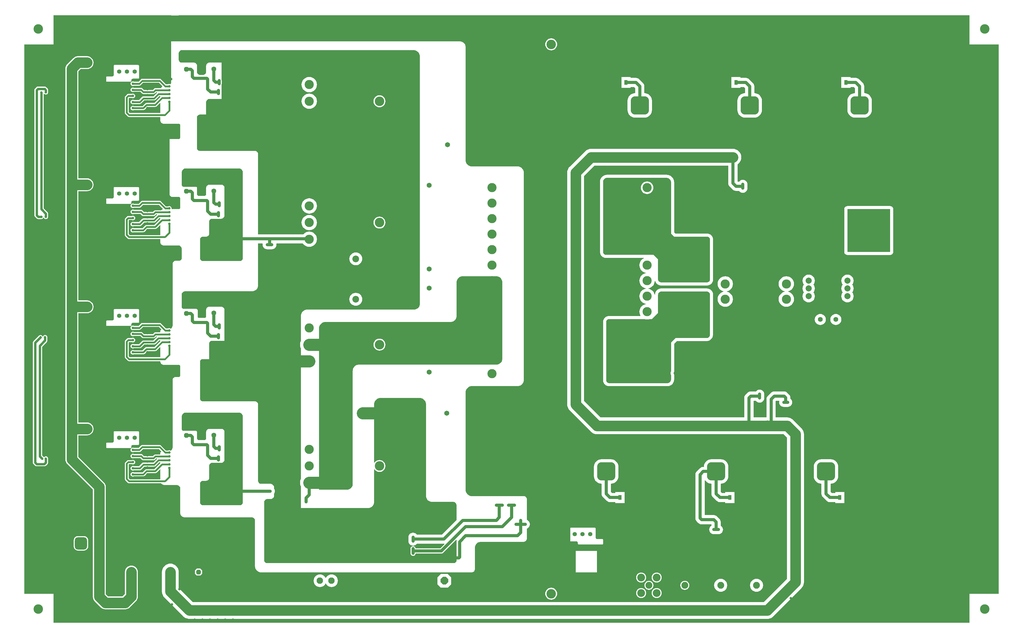
<source format=gbl>
G04*
G04 #@! TF.GenerationSoftware,Altium Limited,Altium Designer,19.1.9 (167)*
G04*
G04 Layer_Physical_Order=2*
G04 Layer_Color=13727573*
%FSLAX44Y44*%
%MOMM*%
G71*
G01*
G75*
%ADD14C,0.6000*%
%ADD16C,0.5000*%
%ADD61C,3.0000*%
%ADD70C,0.8000*%
%ADD103R,1.0000X1.6000*%
%ADD104C,1.0000*%
%ADD112C,3.5000*%
%ADD113C,4.0000*%
%ADD114P,2.7060X8X112.5*%
%ADD115C,2.5000*%
%ADD116C,1.6500*%
G04:AMPARAMS|DCode=117|XSize=6mm|YSize=6mm|CornerRadius=1.5mm|HoleSize=0mm|Usage=FLASHONLY|Rotation=0.000|XOffset=0mm|YOffset=0mm|HoleType=Round|Shape=RoundedRectangle|*
%AMROUNDEDRECTD117*
21,1,6.0000,3.0000,0,0,0.0*
21,1,3.0000,6.0000,0,0,0.0*
1,1,3.0000,1.5000,-1.5000*
1,1,3.0000,-1.5000,-1.5000*
1,1,3.0000,-1.5000,1.5000*
1,1,3.0000,1.5000,1.5000*
%
%ADD117ROUNDEDRECTD117*%
%ADD118C,1.6000*%
%ADD119C,2.0000*%
%ADD120C,2.2000*%
%ADD121C,2.5500*%
%ADD122C,2.2500*%
G04:AMPARAMS|DCode=123|XSize=4mm|YSize=4mm|CornerRadius=1mm|HoleSize=0mm|Usage=FLASHONLY|Rotation=270.000|XOffset=0mm|YOffset=0mm|HoleType=Round|Shape=RoundedRectangle|*
%AMROUNDEDRECTD123*
21,1,4.0000,2.0000,0,0,270.0*
21,1,2.0000,4.0000,0,0,270.0*
1,1,2.0000,-1.0000,-1.0000*
1,1,2.0000,-1.0000,1.0000*
1,1,2.0000,1.0000,1.0000*
1,1,2.0000,1.0000,-1.0000*
%
%ADD123ROUNDEDRECTD123*%
%ADD124C,4.0000*%
%ADD125P,1.7318X8X292.5*%
%ADD126C,1.4000*%
%ADD127P,1.7318X8X202.5*%
%ADD128C,3.1000*%
%ADD129C,0.8000*%
%ADD130C,8.5000*%
%ADD131C,2.1082*%
G36*
X1278996Y1881004D02*
X1278996Y1881004D01*
X1278996Y1881004D01*
X1281065Y1881004D01*
X1285123Y1880197D01*
X1288945Y1878614D01*
X1292386Y1876315D01*
X1295311Y1873389D01*
X1297610Y1869949D01*
X1299193Y1866127D01*
X1300000Y1862069D01*
X1300000Y1860000D01*
X1300000Y1050000D01*
X1300000Y1050000D01*
Y1048128D01*
X1299270Y1044458D01*
X1297837Y1041000D01*
X1295758Y1037888D01*
X1293112Y1035242D01*
X1290000Y1033162D01*
X1286542Y1031730D01*
X1282871Y1031000D01*
X1281000D01*
X931000Y1031000D01*
X931000Y1031000D01*
X928941Y1030899D01*
X924904Y1030096D01*
X921101Y1028520D01*
X917678Y1026233D01*
X914767Y1023322D01*
X912480Y1019899D01*
X910904Y1016096D01*
X910101Y1012058D01*
X910000Y1010000D01*
Y928003D01*
X908880Y925299D01*
X907778Y920707D01*
X907407Y916000D01*
X907778Y911292D01*
X908880Y906701D01*
X910000Y903997D01*
X910000Y476003D01*
X908880Y473299D01*
X907778Y468708D01*
X907407Y464000D01*
X907778Y459292D01*
X908880Y454701D01*
X910000Y451997D01*
Y381000D01*
X1131000Y381000D01*
X1132862Y381091D01*
X1136515Y381818D01*
X1139957Y383243D01*
X1143054Y385312D01*
X1145687Y387946D01*
X1147757Y391043D01*
X1149182Y394484D01*
X1149909Y398138D01*
X1150000Y400000D01*
Y506691D01*
X1151176Y507539D01*
X1151270Y507538D01*
X1153645Y504645D01*
X1156614Y502208D01*
X1160002Y500397D01*
X1163677Y499282D01*
X1167500Y498906D01*
X1171323Y499282D01*
X1174998Y500397D01*
X1178386Y502208D01*
X1181355Y504645D01*
X1183792Y507614D01*
X1185603Y511002D01*
X1186718Y514677D01*
X1187094Y518500D01*
X1186718Y522323D01*
X1185603Y525998D01*
X1183792Y529386D01*
X1181355Y532355D01*
X1178386Y534792D01*
X1174998Y536603D01*
X1171323Y537718D01*
X1167500Y538094D01*
X1163677Y537718D01*
X1160002Y536603D01*
X1156614Y534792D01*
X1153645Y532355D01*
X1151270Y529462D01*
X1151176Y529460D01*
X1150000Y530309D01*
X1150000Y718804D01*
X1150000Y720000D01*
X1150000Y720000D01*
X1150000Y720000D01*
X1150000Y722068D01*
X1150807Y726125D01*
X1152390Y729947D01*
X1154688Y733387D01*
X1157613Y736312D01*
X1161053Y738610D01*
X1164874Y740193D01*
X1168932Y741000D01*
X1171000Y741000D01*
X1299000Y741000D01*
X1299000Y741000D01*
X1299000Y741000D01*
X1301068Y741000D01*
X1305125Y740193D01*
X1308947Y738610D01*
X1312387Y736312D01*
X1315312Y733387D01*
X1317610Y729947D01*
X1319193Y726125D01*
X1320000Y722068D01*
X1320000Y720000D01*
X1320000Y420000D01*
X1320091Y418137D01*
X1320818Y414484D01*
X1322243Y411043D01*
X1324313Y407946D01*
X1326947Y405313D01*
X1330043Y403243D01*
X1333485Y401818D01*
X1337138Y401091D01*
X1339000Y401000D01*
X1409000Y401000D01*
X1409000Y401000D01*
X1409000Y401000D01*
X1409014D01*
X1410183Y400980D01*
X1412208Y400577D01*
X1414210Y399748D01*
X1416012Y398544D01*
X1417544Y397012D01*
X1418748Y395210D01*
X1419577Y393209D01*
X1420000Y391083D01*
X1420000Y390000D01*
Y341316D01*
X1372507Y293823D01*
X1289664D01*
X1288158Y295658D01*
X1285874Y297532D01*
X1283268Y298925D01*
X1280441Y299783D01*
X1277500Y300073D01*
X1274559Y299783D01*
X1271732Y298925D01*
X1269126Y297532D01*
X1266842Y295658D01*
X1264968Y293374D01*
X1263575Y290768D01*
X1262717Y287941D01*
X1262427Y285000D01*
Y272500D01*
X1262717Y269559D01*
X1263575Y266732D01*
X1264968Y264126D01*
X1266842Y261842D01*
X1269126Y259968D01*
X1271732Y258575D01*
X1274559Y257717D01*
X1277500Y257427D01*
X1280441Y257717D01*
X1283268Y258575D01*
X1285874Y259968D01*
X1288158Y261842D01*
X1289664Y263677D01*
X1378750D01*
X1379867Y263787D01*
X1380444Y262568D01*
X1366449Y248573D01*
X1285932D01*
X1285781Y249719D01*
X1284925Y251787D01*
X1283562Y253562D01*
X1281787Y254925D01*
X1279719Y255781D01*
X1277500Y256073D01*
X1275281Y255781D01*
X1273213Y254925D01*
X1271438Y253562D01*
X1270075Y251787D01*
X1269219Y249719D01*
X1268927Y247500D01*
Y240000D01*
Y232500D01*
X1269219Y230281D01*
X1270075Y228213D01*
X1271438Y226438D01*
X1273213Y225075D01*
X1275281Y224219D01*
X1277500Y223927D01*
X1279719Y224219D01*
X1281787Y225075D01*
X1283562Y226438D01*
X1284925Y228213D01*
X1285781Y230281D01*
X1285932Y231427D01*
X1370000D01*
X1372219Y231719D01*
X1374287Y232575D01*
X1376062Y233938D01*
X1418827Y276702D01*
X1420000Y276216D01*
Y210000D01*
X1420000Y210000D01*
Y209015D01*
X1419616Y207083D01*
X1418862Y205263D01*
X1417767Y203625D01*
X1416375Y202232D01*
X1414737Y201138D01*
X1412917Y200384D01*
X1410985Y200000D01*
X1410000D01*
X800000Y200000D01*
X800000Y200000D01*
X799015Y200000D01*
X797083Y200384D01*
X795264Y201138D01*
X793626Y202232D01*
X792234Y203625D01*
X791139Y205262D01*
X790386Y207082D01*
X790001Y209014D01*
X790001Y209998D01*
X789998Y399998D01*
X789998Y399998D01*
X789998Y399998D01*
X790043Y401207D01*
X790383Y402915D01*
X791136Y404736D01*
X792231Y406374D01*
X793624Y407767D01*
X795262Y408861D01*
X797082Y409615D01*
X799014Y410000D01*
X799999Y410000D01*
X808799Y410001D01*
X810002Y410001D01*
X810002Y410001D01*
X810002Y410001D01*
X811227Y410061D01*
X813630Y410539D01*
X815893Y411477D01*
X817931Y412838D01*
X819663Y414571D01*
X821024Y416608D01*
X821962Y418872D01*
X822440Y421275D01*
X822500Y422500D01*
Y427587D01*
X822532Y427626D01*
X823925Y430232D01*
X824783Y433060D01*
X825073Y436000D01*
X824783Y438941D01*
X823925Y441768D01*
X822532Y444374D01*
X822500Y444413D01*
Y447500D01*
X822500Y447500D01*
X822500Y447500D01*
X822440Y448725D01*
X821962Y451129D01*
X821024Y453392D01*
X819662Y455430D01*
X817930Y457163D01*
X815892Y458524D01*
X813628Y459462D01*
X811225Y459940D01*
X810000Y460000D01*
X780000Y460000D01*
X780000Y460000D01*
X779017Y460000D01*
X777089Y460383D01*
X775272Y461136D01*
X773638Y462228D01*
X772247Y463618D01*
X771155Y465253D01*
X770403Y467069D01*
X770019Y468998D01*
Y469981D01*
X770016Y719984D01*
X770016Y719984D01*
X770016Y719984D01*
X770011Y720054D01*
X769966Y720965D01*
X769926Y721166D01*
X769584Y722890D01*
X768833Y724705D01*
X767742Y726338D01*
X766354Y727726D01*
X764722Y728817D01*
X762908Y729569D01*
X760982Y729952D01*
X760000Y730000D01*
X590000Y730000D01*
X589013Y730000D01*
X587081Y730384D01*
X585262Y731138D01*
X583624Y732233D01*
X582231Y733625D01*
X581137Y735263D01*
X580384Y737083D01*
X580000Y739015D01*
X580000Y740000D01*
X580000Y858729D01*
X580000Y859999D01*
X580027Y860419D01*
X580079Y861237D01*
X580326Y862479D01*
X580966Y864026D01*
X581896Y865419D01*
X583080Y866603D01*
X584473Y867533D01*
X586020Y868174D01*
X587663Y868500D01*
X588500Y868500D01*
X610000Y868500D01*
Y919999D01*
X610000Y920836D01*
X610326Y922479D01*
X610966Y924026D01*
X611896Y925419D01*
X613080Y926603D01*
X614473Y927533D01*
X616020Y928174D01*
X617663Y928500D01*
X618500Y928500D01*
X660000Y928500D01*
X660000Y1030000D01*
X660000Y1030000D01*
X660000Y1030000D01*
X659995Y1030070D01*
X659950Y1030979D01*
X659910Y1031182D01*
X659568Y1032902D01*
X658819Y1034713D01*
X657730Y1036343D01*
X656344Y1037730D01*
X654714Y1038819D01*
X652903Y1039569D01*
X650980Y1039952D01*
X650000Y1040000D01*
X609000Y1040000D01*
X608998Y1039998D01*
X608116Y1039955D01*
X606386Y1039611D01*
X604757Y1038936D01*
X603290Y1037956D01*
X602043Y1036709D01*
X601063Y1035242D01*
X600388Y1033613D01*
X600044Y1031883D01*
X600001Y1031001D01*
X600001Y1010001D01*
X599999Y1009999D01*
Y1009359D01*
X599749Y1008103D01*
X599259Y1006921D01*
X598548Y1005856D01*
X597643Y1004951D01*
X596578Y1004240D01*
X595396Y1003750D01*
X594140Y1003500D01*
X576500Y1003500D01*
X576498Y1003500D01*
X575703Y1003500D01*
X574233Y1004109D01*
X573108Y1005234D01*
X572500Y1006704D01*
X572500Y1007500D01*
X572500Y1027500D01*
X572500Y1027500D01*
X572435Y1028137D01*
X572383Y1028669D01*
X571488Y1030833D01*
X569833Y1032488D01*
X567671Y1033385D01*
X566500Y1033500D01*
X526498Y1033500D01*
X525858Y1033500D01*
X524603Y1033750D01*
X523420Y1034240D01*
X522355Y1034951D01*
X521450Y1035857D01*
X520739Y1036921D01*
X520249Y1038104D01*
X520000Y1039360D01*
X520000Y1040000D01*
Y1080000D01*
X520000Y1081083D01*
X520422Y1083209D01*
X521251Y1085211D01*
X522455Y1087013D01*
X523987Y1088545D01*
X525789Y1089749D01*
X527791Y1090578D01*
X529917Y1091000D01*
X531000Y1091000D01*
X700011Y1091004D01*
X751004Y1091004D01*
X752867Y1091095D01*
X756522Y1091822D01*
X759964Y1093247D01*
X763063Y1095318D01*
X765697Y1097952D01*
X767768Y1101051D01*
X769193Y1104493D01*
X769920Y1108148D01*
X770011Y1110011D01*
X770011Y1247505D01*
X784474D01*
X784936Y1246883D01*
X785197Y1246235D01*
X784928Y1243500D01*
X785217Y1240559D01*
X786075Y1237732D01*
X787468Y1235126D01*
X789342Y1232842D01*
X791626Y1230968D01*
X794232Y1229575D01*
X797059Y1228717D01*
X800000Y1228427D01*
X815000D01*
X817941Y1228717D01*
X820768Y1229575D01*
X823374Y1230968D01*
X825658Y1232842D01*
X827532Y1235126D01*
X828925Y1237732D01*
X829783Y1240559D01*
X830073Y1243500D01*
X829803Y1246235D01*
X830064Y1246883D01*
X830526Y1247505D01*
X916644D01*
X919737Y1243737D01*
X923543Y1240613D01*
X927887Y1238291D01*
X932599Y1236862D01*
X937500Y1236379D01*
X942401Y1236862D01*
X947113Y1238291D01*
X951457Y1240613D01*
X955263Y1243737D01*
X958387Y1247543D01*
X960709Y1251887D01*
X962138Y1256599D01*
X962621Y1261500D01*
X962138Y1266401D01*
X960709Y1271113D01*
X958387Y1275456D01*
X955263Y1279263D01*
X951457Y1282387D01*
X947113Y1284709D01*
X942401Y1286138D01*
X937500Y1286621D01*
X932599Y1286138D01*
X927887Y1284709D01*
X923543Y1282387D01*
X919737Y1279263D01*
X918413Y1277650D01*
X810000D01*
X810000Y1277650D01*
X810000Y1277650D01*
X770011D01*
X770011Y1540000D01*
X770011Y1540000D01*
X770011Y1540000D01*
X770010Y1540016D01*
X769958Y1541078D01*
X769937Y1541185D01*
X769537Y1543194D01*
X768712Y1545187D01*
X767514Y1546980D01*
X765988Y1548506D01*
X764194Y1549704D01*
X762201Y1550529D01*
X760086Y1550950D01*
X759007Y1551003D01*
X710000Y1551000D01*
X579000Y1551000D01*
X579000Y1551000D01*
X578113Y1551000D01*
X576375Y1551346D01*
X574737Y1552024D01*
X573263Y1553009D01*
X572009Y1554263D01*
X571024Y1555737D01*
X570346Y1557375D01*
X570000Y1559113D01*
X570000Y1560000D01*
X570000Y1660000D01*
X570000Y1660000D01*
X570052Y1661248D01*
X570384Y1662917D01*
X571138Y1664737D01*
X572232Y1666375D01*
X573625Y1667768D01*
X575263Y1668862D01*
X577083Y1669616D01*
X579015Y1670000D01*
X580000Y1670000D01*
X600000D01*
Y1710000D01*
X600000Y1711083D01*
X600422Y1713209D01*
X601252Y1715211D01*
X602455Y1717012D01*
X603988Y1718544D01*
X605789Y1719748D01*
X607791Y1720578D01*
X609916Y1721000D01*
X611000Y1721000D01*
X650000Y1721000D01*
Y1766895D01*
X650781Y1768781D01*
X651073Y1771000D01*
Y1781000D01*
X650781Y1783219D01*
X650000Y1785105D01*
Y1840000D01*
X610000Y1840000D01*
X609999Y1839999D01*
X609019Y1839951D01*
X607097Y1839569D01*
X605286Y1838819D01*
X603656Y1837730D01*
X602270Y1836344D01*
X601181Y1834714D01*
X600430Y1832903D01*
X600048Y1830980D01*
X600000Y1830000D01*
Y1810000D01*
X600000Y1810000D01*
Y1809015D01*
X599616Y1807083D01*
X598862Y1805263D01*
X597767Y1803625D01*
X596374Y1802233D01*
X594737Y1801138D01*
X592917Y1800384D01*
X590985Y1800000D01*
X580000Y1800000D01*
X579015Y1800000D01*
X577083Y1800384D01*
X575263Y1801138D01*
X573625Y1802232D01*
X572232Y1803625D01*
X571138Y1805263D01*
X570384Y1807083D01*
X570000Y1809015D01*
X570000Y1810000D01*
X570000Y1830000D01*
X570000Y1830000D01*
X570000Y1830000D01*
X569999Y1830009D01*
X569952Y1830980D01*
X569912Y1831182D01*
X569569Y1832903D01*
X568819Y1834714D01*
X567730Y1836344D01*
X566344Y1837730D01*
X564714Y1838819D01*
X562903Y1839569D01*
X560980Y1839952D01*
X560000Y1840000D01*
X520000Y1840000D01*
X519015D01*
X517083Y1840384D01*
X515263Y1841138D01*
X513625Y1842233D01*
X512233Y1843625D01*
X511138Y1845263D01*
X510384Y1847083D01*
X510000Y1849015D01*
Y1870000D01*
X510000Y1871083D01*
X510422Y1873208D01*
X511251Y1875211D01*
X512455Y1877012D01*
X513987Y1878545D01*
X515789Y1879749D01*
X517791Y1880578D01*
X519917Y1881000D01*
X521000Y1881000D01*
X690011Y1881004D01*
X1278996Y1881004D01*
D02*
G37*
G36*
X533500Y1493500D02*
X706500Y1493500D01*
X706500Y1493500D01*
X706500Y1493500D01*
X707830Y1493500D01*
X710438Y1492981D01*
X712895Y1491964D01*
X715106Y1490486D01*
X716986Y1488606D01*
X718464Y1486395D01*
X719481Y1483938D01*
X720000Y1481330D01*
X720000Y1480000D01*
Y1200000D01*
X720000Y1200000D01*
X720000Y1199015D01*
X719616Y1197083D01*
X718862Y1195263D01*
X717767Y1193625D01*
X716375Y1192233D01*
X714737Y1191138D01*
X712917Y1190384D01*
X710985Y1190000D01*
X710000Y1190000D01*
X590000D01*
X589015Y1190000D01*
X587083Y1190384D01*
X585263Y1191138D01*
X583625Y1192232D01*
X582232Y1193625D01*
X581138Y1195263D01*
X580384Y1197083D01*
X580000Y1199015D01*
X580000Y1200000D01*
X580000Y1260000D01*
X580000Y1260000D01*
X580052Y1261248D01*
X580384Y1262917D01*
X581138Y1264737D01*
X582232Y1266375D01*
X583625Y1267768D01*
X585263Y1268862D01*
X587083Y1269616D01*
X589015Y1270000D01*
X590000Y1270000D01*
X598797Y1270000D01*
X600000Y1270000D01*
X600000Y1270000D01*
X600000Y1270000D01*
X600980Y1270048D01*
X601230Y1270098D01*
X602903Y1270430D01*
X604714Y1271180D01*
X606344Y1272270D01*
X607730Y1273656D01*
X608819Y1275286D01*
X609570Y1277097D01*
X609952Y1279020D01*
X610000Y1280000D01*
X610000Y1320000D01*
X610000Y1320000D01*
X610079Y1321237D01*
X610326Y1322479D01*
X610967Y1324026D01*
X611897Y1325419D01*
X613081Y1326603D01*
X614473Y1327533D01*
X616021Y1328174D01*
X617663Y1328500D01*
X618500Y1328500D01*
X647297Y1328500D01*
X648500Y1328500D01*
X648500Y1328500D01*
X648500Y1328500D01*
X649627Y1328555D01*
X649738Y1328577D01*
X651838Y1328995D01*
X653921Y1329858D01*
X655796Y1331110D01*
X657390Y1332704D01*
X658642Y1334579D01*
X659505Y1336662D01*
X659945Y1338873D01*
X660000Y1340000D01*
X659999Y1430001D01*
X659999D01*
X659999Y1430001D01*
X659999Y1430002D01*
X659951Y1430981D01*
X659911Y1431183D01*
X659569Y1432903D01*
X658819Y1434714D01*
X657729Y1436344D01*
X656343Y1437730D01*
X654714Y1438819D01*
X652903Y1439569D01*
X650980Y1439952D01*
X650000Y1440000D01*
X610000D01*
X610000Y1440000D01*
X609020Y1439952D01*
X607097Y1439569D01*
X605286Y1438819D01*
X603656Y1437730D01*
X602270Y1436344D01*
X601181Y1434714D01*
X600431Y1432903D01*
X600048Y1430980D01*
X600000Y1430000D01*
X600000Y1410000D01*
X599999Y1409999D01*
Y1409359D01*
X599749Y1408103D01*
X599259Y1406921D01*
X598548Y1405856D01*
X597643Y1404951D01*
X596578Y1404240D01*
X595396Y1403750D01*
X594140Y1403500D01*
X576500D01*
X576499Y1403500D01*
X575859D01*
X574603Y1403750D01*
X573420Y1404240D01*
X572356Y1404951D01*
X571451Y1405856D01*
X570739Y1406921D01*
X570249Y1408104D01*
X570000Y1409360D01*
X570000Y1410000D01*
X570000Y1430000D01*
X570000Y1430000D01*
X570000Y1430000D01*
X569998Y1430006D01*
X569932Y1430682D01*
X569741Y1431145D01*
X569410Y1431944D01*
X568444Y1432910D01*
X567183Y1433433D01*
X566500Y1433500D01*
X526500Y1433500D01*
X525860Y1433500D01*
X524604Y1433750D01*
X523421Y1434240D01*
X522356Y1434951D01*
X521451Y1435856D01*
X520740Y1436921D01*
X520250Y1438104D01*
X520000Y1439360D01*
X520000Y1478803D01*
X520000Y1479999D01*
X520000Y1479999D01*
X520000Y1479999D01*
X520000Y1479999D01*
X520000Y1481329D01*
X520518Y1483937D01*
X521536Y1486394D01*
X523013Y1488606D01*
X524894Y1490486D01*
X527105Y1491964D01*
X529562Y1492981D01*
X532170Y1493500D01*
X533500Y1493500D01*
D02*
G37*
G36*
X1440000Y1140000D02*
X1550000Y1140000D01*
X1550000Y1140000D01*
X1550000Y1140000D01*
X1551970Y1140000D01*
X1555834Y1139231D01*
X1559473Y1137724D01*
X1562749Y1135535D01*
X1565535Y1132749D01*
X1567724Y1129473D01*
X1569231Y1125834D01*
X1570000Y1121970D01*
X1570000Y1120000D01*
X1570000Y870000D01*
X1570000Y870000D01*
Y868128D01*
X1569270Y864458D01*
X1567837Y861000D01*
X1565758Y857888D01*
X1563112Y855242D01*
X1560000Y853162D01*
X1556542Y851730D01*
X1552871Y851000D01*
X1551000D01*
X1101000Y851000D01*
X1101000Y851000D01*
X1098941Y850899D01*
X1094904Y850096D01*
X1091101Y848520D01*
X1087678Y846233D01*
X1084767Y843322D01*
X1082480Y839899D01*
X1080904Y836096D01*
X1080101Y832058D01*
X1080000Y830000D01*
X1080000Y460000D01*
X1080000Y460000D01*
X1080000Y458129D01*
X1079270Y454458D01*
X1077837Y451000D01*
X1075758Y447888D01*
X1073112Y445242D01*
X1070000Y443162D01*
X1066542Y441730D01*
X1062871Y441000D01*
X1061000Y441000D01*
X970000Y441000D01*
Y970000D01*
X970000Y971970D01*
X970769Y975834D01*
X972276Y979474D01*
X974465Y982749D01*
X977251Y985535D01*
X980526Y987724D01*
X984166Y989231D01*
X988030Y990000D01*
X990000Y990000D01*
X1400000D01*
X1401960Y990096D01*
X1405806Y990861D01*
X1409428Y992361D01*
X1412688Y994540D01*
X1415460Y997312D01*
X1417639Y1000572D01*
X1419139Y1004194D01*
X1419904Y1008040D01*
X1420000Y1010000D01*
X1420000Y1118804D01*
X1420000Y1120000D01*
X1420000Y1120000D01*
X1420000Y1120000D01*
X1420000Y1120000D01*
X1420000Y1121970D01*
X1420768Y1125834D01*
X1422276Y1129473D01*
X1424465Y1132749D01*
X1427251Y1135535D01*
X1430526Y1137724D01*
X1434166Y1139231D01*
X1438030Y1140000D01*
X1440000Y1140000D01*
D02*
G37*
G36*
X533500Y693500D02*
X706500Y693500D01*
X706500Y693500D01*
X706500Y693500D01*
X707830Y693500D01*
X710438Y692981D01*
X712895Y691964D01*
X715106Y690487D01*
X716986Y688606D01*
X718464Y686395D01*
X719481Y683938D01*
X720000Y681330D01*
X720000Y680000D01*
Y400000D01*
X720000Y400000D01*
X720000Y399015D01*
X719616Y397083D01*
X718862Y395263D01*
X717767Y393625D01*
X716375Y392232D01*
X714737Y391138D01*
X712917Y390384D01*
X710985Y390000D01*
X710000Y390000D01*
X590000D01*
X589015Y390000D01*
X587083Y390384D01*
X585263Y391138D01*
X583625Y392232D01*
X582232Y393625D01*
X581138Y395263D01*
X580384Y397083D01*
X580000Y399015D01*
X580000Y400000D01*
X580000Y460000D01*
X580000Y460000D01*
X580052Y461248D01*
X580384Y462917D01*
X581138Y464737D01*
X582232Y466375D01*
X583625Y467768D01*
X585263Y468862D01*
X587083Y469616D01*
X589015Y470000D01*
X590000Y470000D01*
X598797Y470000D01*
X600000Y470000D01*
X600000Y470000D01*
X600000Y470000D01*
X600980Y470048D01*
X601230Y470098D01*
X602903Y470430D01*
X604714Y471180D01*
X606344Y472270D01*
X607730Y473656D01*
X608819Y475286D01*
X609570Y477097D01*
X609952Y479020D01*
X610000Y480000D01*
X610000Y520000D01*
X610000Y520000D01*
X610079Y521237D01*
X610326Y522479D01*
X610967Y524026D01*
X611897Y525419D01*
X613081Y526603D01*
X614473Y527533D01*
X616021Y528173D01*
X617663Y528500D01*
X618500Y528500D01*
X647297Y528500D01*
X648500Y528500D01*
X648500Y528500D01*
X648500Y528500D01*
X649627Y528555D01*
X649738Y528577D01*
X651838Y528995D01*
X653921Y529857D01*
X655796Y531110D01*
X657390Y532704D01*
X658642Y534579D01*
X659505Y536662D01*
X659945Y538873D01*
X660000Y540000D01*
X659999Y630001D01*
X659999D01*
X659999Y630001D01*
X659999Y630003D01*
X659951Y630981D01*
X659911Y631183D01*
X659569Y632903D01*
X658819Y634714D01*
X657729Y636344D01*
X656343Y637730D01*
X654714Y638819D01*
X652903Y639569D01*
X650980Y639952D01*
X650000Y640000D01*
X610000D01*
X610000Y640000D01*
X609020Y639952D01*
X607097Y639569D01*
X605286Y638819D01*
X603656Y637730D01*
X602270Y636344D01*
X601181Y634714D01*
X600431Y632903D01*
X600048Y630980D01*
X600000Y630000D01*
X600000Y610000D01*
X599999Y609999D01*
Y609359D01*
X599749Y608103D01*
X599259Y606921D01*
X598548Y605856D01*
X597643Y604951D01*
X596578Y604240D01*
X595396Y603750D01*
X594140Y603500D01*
X576500D01*
X576499Y603500D01*
X575859D01*
X574603Y603750D01*
X573420Y604240D01*
X572356Y604951D01*
X571451Y605857D01*
X570739Y606921D01*
X570249Y608104D01*
X570000Y609360D01*
X570000Y610000D01*
X570000Y628774D01*
X570000Y630000D01*
X570000Y630000D01*
X569932Y630682D01*
X569741Y631144D01*
X569741Y631144D01*
X569705Y631232D01*
X569410Y631944D01*
X568444Y632910D01*
X567183Y633433D01*
X566500Y633500D01*
X526500Y633500D01*
X525860Y633500D01*
X524604Y633750D01*
X523421Y634240D01*
X522356Y634951D01*
X521451Y635856D01*
X520740Y636921D01*
X520250Y638104D01*
X520000Y639360D01*
X520000Y678803D01*
X520000Y679999D01*
X520000Y679999D01*
X520000Y679999D01*
X520000Y679999D01*
X520000Y681329D01*
X520518Y683937D01*
X521536Y686394D01*
X523013Y688606D01*
X524894Y690486D01*
X527105Y691964D01*
X529562Y692981D01*
X532170Y693500D01*
X533500Y693500D01*
D02*
G37*
G36*
X485000Y1995412D02*
X485000Y1775000D01*
X485000Y1775000D01*
X485000Y1773867D01*
X484558Y1771646D01*
X483835Y1769899D01*
X483610Y1769699D01*
X482518Y1769185D01*
X481045Y1769794D01*
X479087Y1770052D01*
X477130Y1769794D01*
X475317Y1769044D01*
X468728D01*
X452636Y1785136D01*
X451278Y1786178D01*
X449697Y1786833D01*
X448000Y1787056D01*
X390467D01*
X388771Y1786833D01*
X387189Y1786178D01*
X385832Y1785136D01*
X378252Y1777556D01*
X363771D01*
X361958Y1778307D01*
X360000Y1778565D01*
X358042Y1778307D01*
X356218Y1777551D01*
X354651Y1776349D01*
X353449Y1774782D01*
X352693Y1772958D01*
X352435Y1771000D01*
X352693Y1769042D01*
X353449Y1767218D01*
X354651Y1765651D01*
X356218Y1764449D01*
X358042Y1763693D01*
X360000Y1763435D01*
X361958Y1763693D01*
X363771Y1764444D01*
X380967D01*
X382664Y1764667D01*
X384246Y1765322D01*
X385603Y1766364D01*
X393183Y1773944D01*
X445285D01*
X456332Y1762896D01*
X456171Y1761261D01*
X454936Y1760435D01*
X453064Y1758564D01*
X451594Y1756364D01*
X451586Y1756344D01*
X433787D01*
X432091Y1756120D01*
X430509Y1755465D01*
X429152Y1754423D01*
X425284Y1750556D01*
X396683D01*
X391603Y1755636D01*
X390246Y1756678D01*
X388664Y1757333D01*
X386968Y1757556D01*
X363771D01*
X361958Y1758307D01*
X360000Y1758565D01*
X358042Y1758307D01*
X356218Y1757551D01*
X354651Y1756349D01*
X353449Y1754782D01*
X352693Y1752958D01*
X352435Y1751000D01*
X352693Y1749042D01*
X353449Y1747218D01*
X354651Y1745651D01*
X356218Y1744449D01*
X358042Y1743693D01*
X360000Y1743435D01*
X361958Y1743693D01*
X363771Y1744444D01*
X384252D01*
X389332Y1739364D01*
X390690Y1738322D01*
X392271Y1737667D01*
X393968Y1737444D01*
X428000D01*
X429697Y1737667D01*
X431278Y1738322D01*
X432636Y1739364D01*
X436503Y1743232D01*
X438857D01*
X439288Y1741962D01*
X438864Y1741636D01*
X426782Y1729554D01*
X394497D01*
X392800Y1729330D01*
X391219Y1728675D01*
X389861Y1727633D01*
X379784Y1717556D01*
X363771D01*
X361958Y1718307D01*
X360000Y1718565D01*
X358042Y1718307D01*
X356218Y1717551D01*
X354651Y1716349D01*
X353449Y1714782D01*
X352693Y1712958D01*
X352435Y1711000D01*
X352693Y1709042D01*
X353449Y1707218D01*
X354651Y1705651D01*
X356218Y1704449D01*
X358042Y1703693D01*
X360000Y1703435D01*
X361958Y1703693D01*
X363771Y1704444D01*
X382500D01*
X384197Y1704667D01*
X385778Y1705322D01*
X387136Y1706364D01*
X397213Y1716441D01*
X429497D01*
X431194Y1716665D01*
X432775Y1717320D01*
X434133Y1718362D01*
X446216Y1730444D01*
X450000D01*
Y1727772D01*
X430285Y1708056D01*
X404565D01*
X402868Y1707833D01*
X401287Y1707178D01*
X399929Y1706136D01*
X391349Y1697556D01*
X363771D01*
X361958Y1698307D01*
X360000Y1698565D01*
X358042Y1698307D01*
X356218Y1697551D01*
X354651Y1696349D01*
X353449Y1694782D01*
X352693Y1692958D01*
X352435Y1691000D01*
X352693Y1689042D01*
X353449Y1687218D01*
X354651Y1685651D01*
X356218Y1684449D01*
X358042Y1683693D01*
X360000Y1683435D01*
X361958Y1683693D01*
X363771Y1684444D01*
X394065D01*
X395762Y1684667D01*
X397343Y1685322D01*
X398701Y1686364D01*
X407281Y1694944D01*
X433000D01*
X434697Y1695167D01*
X436278Y1695822D01*
X437636Y1696864D01*
X448827Y1708055D01*
X450000Y1707569D01*
Y1675056D01*
X350216D01*
X346556Y1678716D01*
Y1723284D01*
X347716Y1724444D01*
X356229D01*
X358042Y1723693D01*
X360000Y1723435D01*
X361958Y1723693D01*
X363782Y1724449D01*
X365349Y1725651D01*
X366551Y1727218D01*
X367307Y1729042D01*
X367565Y1731000D01*
X367307Y1732958D01*
X366551Y1734782D01*
X365349Y1736349D01*
X363782Y1737551D01*
X361958Y1738307D01*
X360000Y1738565D01*
X358042Y1738307D01*
X356229Y1737556D01*
X345000D01*
X343303Y1737333D01*
X341722Y1736678D01*
X340364Y1735636D01*
X335364Y1730636D01*
X334322Y1729278D01*
X333667Y1727697D01*
X333444Y1726000D01*
Y1676000D01*
X333667Y1674303D01*
X334322Y1672722D01*
X335364Y1671364D01*
X342864Y1663864D01*
X344222Y1662822D01*
X345803Y1662167D01*
X347500Y1661944D01*
X450000D01*
Y1650000D01*
X450048Y1649020D01*
X450431Y1647097D01*
X451181Y1645286D01*
X452270Y1643656D01*
X453656Y1642270D01*
X455286Y1641181D01*
X457097Y1640430D01*
X459020Y1640048D01*
X460000Y1640000D01*
X510000Y1640000D01*
X510000Y1640000D01*
X510000Y1640000D01*
X510003D01*
X511190Y1639919D01*
X512833Y1639239D01*
X514239Y1637833D01*
X515000Y1635995D01*
X515000Y1635000D01*
X515000Y1595000D01*
X515000Y1595000D01*
X515000Y1594005D01*
X514239Y1592168D01*
X512832Y1590761D01*
X510994Y1590000D01*
X480000D01*
Y1410000D01*
X480048Y1409020D01*
X480430Y1407097D01*
X481181Y1405286D01*
X482270Y1403656D01*
X483656Y1402270D01*
X485286Y1401181D01*
X487097Y1400430D01*
X489020Y1400048D01*
X490000Y1400000D01*
X510000Y1400000D01*
X510000Y1400000D01*
X510000Y1400000D01*
X510002D01*
X511209Y1399912D01*
X512840Y1399235D01*
X514247Y1397821D01*
X515005Y1395975D01*
X515000Y1394978D01*
X515000Y1365000D01*
X515000Y1365000D01*
Y1364005D01*
X514239Y1362168D01*
X512832Y1360761D01*
X510994Y1360000D01*
X487444D01*
X486492Y1361270D01*
X486652Y1362487D01*
X486395Y1364445D01*
X485639Y1366270D01*
X484437Y1367837D01*
X482870Y1369039D01*
X481045Y1369794D01*
X479087Y1370052D01*
X477130Y1369794D01*
X475317Y1369044D01*
X468728D01*
X452636Y1385136D01*
X451278Y1386178D01*
X449697Y1386833D01*
X448000Y1387056D01*
X390467D01*
X388771Y1386833D01*
X387189Y1386178D01*
X385832Y1385136D01*
X378252Y1377556D01*
X363771D01*
X361958Y1378307D01*
X360000Y1378565D01*
X358042Y1378307D01*
X356218Y1377551D01*
X354651Y1376349D01*
X353449Y1374782D01*
X352693Y1372958D01*
X352435Y1371000D01*
X352693Y1369042D01*
X353449Y1367218D01*
X354651Y1365651D01*
X356218Y1364449D01*
X358042Y1363693D01*
X360000Y1363435D01*
X361958Y1363693D01*
X363771Y1364444D01*
X380967D01*
X382664Y1364667D01*
X384246Y1365322D01*
X385603Y1366364D01*
X393183Y1373944D01*
X445285D01*
X458154Y1361074D01*
X457736Y1359696D01*
X457097Y1359569D01*
X455286Y1358819D01*
X453656Y1357730D01*
X452270Y1356344D01*
X452270Y1356344D01*
X433787D01*
X432091Y1356120D01*
X430509Y1355465D01*
X429152Y1354423D01*
X425284Y1350556D01*
X396683D01*
X391603Y1355636D01*
X390246Y1356678D01*
X388664Y1357333D01*
X386968Y1357556D01*
X363771D01*
X361958Y1358307D01*
X360000Y1358565D01*
X358042Y1358307D01*
X356218Y1357551D01*
X354651Y1356349D01*
X353449Y1354782D01*
X352693Y1352958D01*
X352435Y1351000D01*
X352693Y1349042D01*
X353449Y1347218D01*
X354651Y1345651D01*
X356218Y1344449D01*
X358042Y1343693D01*
X360000Y1343435D01*
X361958Y1343693D01*
X363771Y1344444D01*
X384252D01*
X389332Y1339364D01*
X390690Y1338322D01*
X392271Y1337667D01*
X393968Y1337444D01*
X428000D01*
X429697Y1337667D01*
X431278Y1338322D01*
X432636Y1339364D01*
X436503Y1343232D01*
X438857D01*
X439288Y1341962D01*
X438864Y1341636D01*
X426782Y1329553D01*
X394497D01*
X392800Y1329330D01*
X391219Y1328675D01*
X389861Y1327633D01*
X379784Y1317556D01*
X363771D01*
X361958Y1318307D01*
X360000Y1318565D01*
X358042Y1318307D01*
X356218Y1317551D01*
X354651Y1316349D01*
X353449Y1314782D01*
X352693Y1312958D01*
X352435Y1311000D01*
X352693Y1309042D01*
X353449Y1307218D01*
X354651Y1305651D01*
X356218Y1304449D01*
X358042Y1303693D01*
X360000Y1303435D01*
X361958Y1303693D01*
X363771Y1304444D01*
X382500D01*
X384197Y1304667D01*
X385778Y1305322D01*
X387136Y1306364D01*
X397213Y1316441D01*
X429497D01*
X431194Y1316665D01*
X432775Y1317320D01*
X434133Y1318362D01*
X446216Y1330444D01*
X450000D01*
Y1327772D01*
X430285Y1308056D01*
X404565D01*
X402868Y1307833D01*
X401287Y1307178D01*
X399929Y1306136D01*
X391349Y1297556D01*
X363771D01*
X361958Y1298307D01*
X360000Y1298565D01*
X358042Y1298307D01*
X356218Y1297551D01*
X354651Y1296349D01*
X353449Y1294782D01*
X352693Y1292958D01*
X352435Y1291000D01*
X352693Y1289042D01*
X353449Y1287218D01*
X354651Y1285651D01*
X356218Y1284449D01*
X358042Y1283693D01*
X360000Y1283435D01*
X361958Y1283693D01*
X363771Y1284444D01*
X394065D01*
X395762Y1284667D01*
X397343Y1285322D01*
X398701Y1286364D01*
X407281Y1294944D01*
X433000D01*
X434697Y1295167D01*
X436278Y1295822D01*
X437636Y1296864D01*
X448827Y1308055D01*
X450000Y1307569D01*
Y1275056D01*
X350216D01*
X346556Y1278716D01*
Y1323284D01*
X347716Y1324444D01*
X356229D01*
X358042Y1323693D01*
X360000Y1323435D01*
X361958Y1323693D01*
X363782Y1324449D01*
X365349Y1325651D01*
X366551Y1327218D01*
X367307Y1329042D01*
X367565Y1331000D01*
X367307Y1332958D01*
X366551Y1334782D01*
X365349Y1336349D01*
X363782Y1337551D01*
X361958Y1338307D01*
X360000Y1338565D01*
X358042Y1338307D01*
X356229Y1337556D01*
X345000D01*
X343303Y1337333D01*
X341722Y1336678D01*
X340364Y1335636D01*
X335364Y1330636D01*
X334322Y1329278D01*
X333667Y1327697D01*
X333444Y1326000D01*
Y1276000D01*
X333667Y1274303D01*
X334322Y1272722D01*
X335364Y1271364D01*
X342864Y1263864D01*
X344222Y1262822D01*
X345803Y1262167D01*
X347500Y1261944D01*
X450000D01*
Y1251000D01*
X450048Y1250020D01*
X450431Y1248097D01*
X451181Y1246286D01*
X452270Y1244656D01*
X453656Y1243270D01*
X455286Y1242181D01*
X457097Y1241431D01*
X459020Y1241048D01*
X460000Y1241000D01*
X509000D01*
X509000Y1241000D01*
X509000Y1241000D01*
X509009D01*
X510205Y1240976D01*
X512209Y1240577D01*
X514211Y1239748D01*
X516012Y1238544D01*
X517544Y1237012D01*
X518748Y1235211D01*
X519577Y1233209D01*
X520000Y1231084D01*
X520000Y1230000D01*
X520000Y1200000D01*
X520000Y1200000D01*
Y1199113D01*
X519654Y1197375D01*
X518975Y1195737D01*
X517990Y1194263D01*
X516737Y1193009D01*
X515263Y1192024D01*
X513625Y1191346D01*
X511886Y1191000D01*
X501000Y1191000D01*
X501000Y1191000D01*
X499922Y1190947D01*
X497807Y1190526D01*
X495815Y1189701D01*
X494022Y1188503D01*
X492497Y1186978D01*
X491299Y1185185D01*
X490474Y1183193D01*
X490053Y1181078D01*
X490000Y1180000D01*
Y980000D01*
X490000Y980000D01*
Y978621D01*
X489462Y975916D01*
X488406Y973368D01*
X486874Y971076D01*
X484924Y969126D01*
X483766Y968351D01*
X482870Y969039D01*
X481045Y969794D01*
X479087Y970052D01*
X477130Y969794D01*
X475317Y969044D01*
X468728D01*
X452636Y985136D01*
X451278Y986178D01*
X449697Y986833D01*
X448000Y987056D01*
X390467D01*
X388771Y986833D01*
X387189Y986178D01*
X385832Y985136D01*
X378252Y977556D01*
X363771D01*
X361958Y978307D01*
X360000Y978565D01*
X358042Y978307D01*
X356218Y977551D01*
X354651Y976349D01*
X353449Y974782D01*
X352693Y972958D01*
X352435Y971000D01*
X352693Y969042D01*
X353449Y967218D01*
X354651Y965651D01*
X356218Y964449D01*
X358042Y963693D01*
X360000Y963435D01*
X361958Y963693D01*
X363771Y964444D01*
X380967D01*
X382664Y964667D01*
X384246Y965322D01*
X385603Y966364D01*
X393183Y973944D01*
X445285D01*
X452971Y966258D01*
X452723Y965012D01*
X452667Y964989D01*
X451011Y963333D01*
X450115Y961171D01*
X450000Y960000D01*
Y956344D01*
X433787D01*
X432091Y956120D01*
X430509Y955465D01*
X429152Y954423D01*
X425284Y950556D01*
X396683D01*
X391603Y955636D01*
X390246Y956678D01*
X388664Y957333D01*
X386968Y957556D01*
X363771D01*
X361958Y958307D01*
X360000Y958565D01*
X358042Y958307D01*
X356218Y957551D01*
X354651Y956349D01*
X353449Y954782D01*
X352693Y952958D01*
X352435Y951000D01*
X352693Y949042D01*
X353449Y947218D01*
X354651Y945651D01*
X356218Y944449D01*
X358042Y943693D01*
X360000Y943435D01*
X361958Y943693D01*
X363771Y944444D01*
X384252D01*
X389332Y939364D01*
X390690Y938322D01*
X392271Y937667D01*
X393968Y937444D01*
X428000D01*
X429697Y937667D01*
X431278Y938322D01*
X432636Y939364D01*
X436503Y943232D01*
X438857D01*
X439288Y941962D01*
X438864Y941636D01*
X426782Y929553D01*
X394497D01*
X392800Y929330D01*
X391219Y928675D01*
X389861Y927633D01*
X379784Y917556D01*
X363771D01*
X361958Y918307D01*
X360000Y918565D01*
X358042Y918307D01*
X356218Y917551D01*
X354651Y916349D01*
X353449Y914782D01*
X352693Y912958D01*
X352435Y911000D01*
X352693Y909042D01*
X353449Y907218D01*
X354651Y905651D01*
X356218Y904449D01*
X358042Y903693D01*
X360000Y903435D01*
X361958Y903693D01*
X363771Y904444D01*
X382500D01*
X384197Y904667D01*
X385778Y905322D01*
X387136Y906364D01*
X397213Y916441D01*
X429497D01*
X431194Y916665D01*
X432775Y917320D01*
X434133Y918362D01*
X446216Y930444D01*
X450000D01*
Y927772D01*
X430285Y908056D01*
X404565D01*
X402868Y907833D01*
X401287Y907178D01*
X399929Y906136D01*
X391349Y897556D01*
X363771D01*
X361958Y898307D01*
X360000Y898565D01*
X358042Y898307D01*
X356218Y897551D01*
X354651Y896349D01*
X353449Y894782D01*
X352693Y892958D01*
X352435Y891000D01*
X352693Y889042D01*
X353449Y887218D01*
X354651Y885651D01*
X356218Y884449D01*
X358042Y883693D01*
X360000Y883435D01*
X361958Y883693D01*
X363771Y884444D01*
X394065D01*
X395762Y884667D01*
X397343Y885322D01*
X398701Y886364D01*
X407281Y894944D01*
X433000D01*
X434697Y895167D01*
X436278Y895822D01*
X437636Y896864D01*
X448827Y908055D01*
X450000Y907569D01*
Y875056D01*
X350216D01*
X346556Y878716D01*
Y923284D01*
X347716Y924444D01*
X356229D01*
X358042Y923693D01*
X360000Y923435D01*
X361958Y923693D01*
X363782Y924449D01*
X365349Y925651D01*
X366551Y927218D01*
X367307Y929042D01*
X367565Y931000D01*
X367307Y932958D01*
X366551Y934782D01*
X365349Y936349D01*
X363782Y937551D01*
X361958Y938307D01*
X360000Y938565D01*
X358042Y938307D01*
X356229Y937556D01*
X345000D01*
X343303Y937333D01*
X341722Y936678D01*
X340364Y935636D01*
X335364Y930636D01*
X334322Y929278D01*
X333667Y927697D01*
X333444Y926000D01*
Y876000D01*
X333667Y874303D01*
X334322Y872722D01*
X335364Y871364D01*
X342864Y863864D01*
X344222Y862822D01*
X345803Y862167D01*
X347500Y861944D01*
X450000D01*
Y860000D01*
X450048Y859020D01*
X450431Y857097D01*
X451181Y855286D01*
X452270Y853656D01*
X453656Y852270D01*
X455286Y851181D01*
X457097Y850431D01*
X459020Y850048D01*
X460000Y850000D01*
X510000Y850000D01*
X510000Y850000D01*
X510000Y850000D01*
X510003D01*
X511177Y849924D01*
X512832Y849239D01*
X514239Y847832D01*
X515000Y845994D01*
X515000Y845000D01*
X515000Y814999D01*
X514999Y814999D01*
X514999Y814005D01*
X514238Y812168D01*
X512832Y810761D01*
X510994Y810000D01*
X500000Y810000D01*
X500000Y810000D01*
X499020Y809952D01*
X497097Y809569D01*
X495286Y808819D01*
X493656Y807730D01*
X492270Y806344D01*
X491181Y804714D01*
X490431Y802903D01*
X490048Y800980D01*
X490000Y800000D01*
Y580000D01*
X490000Y580000D01*
X490000Y578621D01*
X489462Y575916D01*
X488407Y573368D01*
X486875Y571076D01*
X484925Y569126D01*
X483766Y568351D01*
X482870Y569039D01*
X481045Y569795D01*
X479087Y570052D01*
X477130Y569795D01*
X475317Y569044D01*
X468728D01*
X452636Y585136D01*
X451278Y586178D01*
X449697Y586833D01*
X448000Y587056D01*
X390467D01*
X388771Y586833D01*
X387189Y586178D01*
X385832Y585136D01*
X378252Y577556D01*
X363771D01*
X361958Y578307D01*
X360000Y578565D01*
X358042Y578307D01*
X356218Y577551D01*
X354651Y576349D01*
X353449Y574782D01*
X352693Y572958D01*
X352435Y571000D01*
X352693Y569042D01*
X353449Y567218D01*
X354651Y565651D01*
X356218Y564449D01*
X358042Y563693D01*
X360000Y563435D01*
X361958Y563693D01*
X363771Y564444D01*
X380967D01*
X382664Y564667D01*
X384246Y565322D01*
X385603Y566364D01*
X393183Y573944D01*
X445285D01*
X452971Y566258D01*
X452723Y565012D01*
X452667Y564989D01*
X451011Y563333D01*
X450115Y561171D01*
X450000Y560000D01*
Y556344D01*
X433787D01*
X432091Y556120D01*
X430509Y555465D01*
X429152Y554423D01*
X425284Y550556D01*
X396683D01*
X391603Y555636D01*
X390246Y556678D01*
X388664Y557333D01*
X386968Y557556D01*
X363771D01*
X361958Y558307D01*
X360000Y558565D01*
X358042Y558307D01*
X356218Y557551D01*
X354651Y556349D01*
X353449Y554782D01*
X352693Y552958D01*
X352435Y551000D01*
X352693Y549042D01*
X353449Y547218D01*
X354651Y545651D01*
X356218Y544449D01*
X358042Y543693D01*
X360000Y543435D01*
X361958Y543693D01*
X363771Y544444D01*
X384252D01*
X389332Y539364D01*
X390690Y538322D01*
X392271Y537667D01*
X393968Y537444D01*
X428000D01*
X429697Y537667D01*
X431278Y538322D01*
X432636Y539364D01*
X436503Y543232D01*
X438857D01*
X439288Y541962D01*
X438864Y541636D01*
X426782Y529553D01*
X394497D01*
X392800Y529330D01*
X391219Y528675D01*
X389861Y527633D01*
X379784Y517556D01*
X363771D01*
X361958Y518307D01*
X360000Y518565D01*
X358042Y518307D01*
X356218Y517551D01*
X354651Y516349D01*
X353449Y514782D01*
X352693Y512958D01*
X352435Y511000D01*
X352693Y509042D01*
X353449Y507218D01*
X354651Y505651D01*
X356218Y504449D01*
X358042Y503693D01*
X360000Y503435D01*
X361958Y503693D01*
X363771Y504444D01*
X382500D01*
X384197Y504667D01*
X385778Y505322D01*
X387136Y506364D01*
X397213Y516441D01*
X429497D01*
X431194Y516665D01*
X432775Y517320D01*
X434133Y518362D01*
X446216Y530444D01*
X450000D01*
Y527772D01*
X430285Y508056D01*
X404565D01*
X402868Y507833D01*
X401287Y507178D01*
X399929Y506136D01*
X391349Y497556D01*
X363771D01*
X361958Y498307D01*
X360000Y498565D01*
X358042Y498307D01*
X356218Y497551D01*
X354651Y496349D01*
X353449Y494782D01*
X352693Y492958D01*
X352435Y491000D01*
X352693Y489042D01*
X353449Y487218D01*
X354651Y485651D01*
X356218Y484449D01*
X358042Y483693D01*
X360000Y483435D01*
X361958Y483693D01*
X363771Y484444D01*
X394065D01*
X395762Y484667D01*
X397343Y485322D01*
X398701Y486364D01*
X407281Y494944D01*
X433000D01*
X434697Y495167D01*
X436278Y495822D01*
X437636Y496864D01*
X448827Y508055D01*
X450000Y507569D01*
Y475056D01*
X350216D01*
X346556Y478716D01*
Y523284D01*
X347716Y524444D01*
X356229D01*
X358042Y523693D01*
X360000Y523435D01*
X361958Y523693D01*
X363782Y524449D01*
X365349Y525651D01*
X366551Y527218D01*
X367307Y529042D01*
X367565Y531000D01*
X367307Y532958D01*
X366551Y534782D01*
X365349Y536349D01*
X363782Y537551D01*
X361958Y538307D01*
X360000Y538565D01*
X358042Y538307D01*
X356229Y537556D01*
X345000D01*
X343303Y537333D01*
X341722Y536678D01*
X340364Y535636D01*
X335364Y530636D01*
X334322Y529278D01*
X333667Y527697D01*
X333444Y526000D01*
Y476000D01*
X333667Y474303D01*
X334322Y472722D01*
X335364Y471364D01*
X342864Y463864D01*
X344222Y462822D01*
X345803Y462167D01*
X347500Y461944D01*
X452626D01*
X453178Y461118D01*
X455118Y459178D01*
X457400Y457653D01*
X459936Y456603D01*
X462628Y456067D01*
X464000Y456000D01*
X504000Y456000D01*
X504000Y456000D01*
X504000Y456000D01*
X504016D01*
X505196Y455977D01*
X507208Y455577D01*
X509210Y454748D01*
X511012Y453544D01*
X512544Y452012D01*
X513748Y450210D01*
X514577Y448209D01*
X515000Y446083D01*
Y445000D01*
X515000Y365000D01*
X515072Y363530D01*
X515646Y360645D01*
X516771Y357929D01*
X518405Y355484D01*
X520484Y353405D01*
X522929Y351771D01*
X525646Y350646D01*
X528530Y350072D01*
X530000Y350000D01*
X749997D01*
X749998Y349997D01*
X749998Y349998D01*
X750066Y349998D01*
X751191Y349957D01*
X752915Y349614D01*
X754736Y348861D01*
X756374Y347767D01*
X757767Y346375D01*
X758862Y344737D01*
X759616Y342917D01*
X760000Y340985D01*
X760000Y340000D01*
Y190000D01*
X760096Y188040D01*
X760861Y184194D01*
X762362Y180572D01*
X764540Y177312D01*
X767312Y174540D01*
X770572Y172362D01*
X774194Y170861D01*
X778040Y170096D01*
X780000Y170000D01*
X1468743Y170000D01*
X1469999Y170000D01*
X1470000Y170000D01*
Y170000D01*
X1470003Y170000D01*
X1470979Y170048D01*
X1471224Y170096D01*
X1472902Y170430D01*
X1474713Y171179D01*
X1476344Y172269D01*
X1477730Y173655D01*
X1478820Y175285D01*
X1479570Y177097D01*
X1479952Y179020D01*
X1480000Y180000D01*
X1480000Y249998D01*
X1480000D01*
X1480000Y249999D01*
X1480000Y251968D01*
X1480768Y255833D01*
X1482275Y259473D01*
X1484464Y262749D01*
X1487249Y265535D01*
X1490525Y267724D01*
X1494166Y269232D01*
X1498030Y270000D01*
X1500000Y270000D01*
X1638743Y270000D01*
X1639999Y270000D01*
X1640000Y270000D01*
Y270000D01*
X1640003Y270000D01*
X1640978Y270048D01*
X1641225Y270097D01*
X1642902Y270429D01*
X1644713Y271179D01*
X1646344Y272268D01*
X1647730Y273655D01*
X1648820Y275285D01*
X1649570Y277097D01*
X1649952Y279020D01*
X1650000Y280000D01*
Y313342D01*
X1650768Y313575D01*
X1653374Y314968D01*
X1655658Y316842D01*
X1657532Y319126D01*
X1658925Y321732D01*
X1659783Y324560D01*
X1660073Y327500D01*
X1659783Y330440D01*
X1658925Y333268D01*
X1657532Y335874D01*
X1655658Y338158D01*
X1653374Y340032D01*
X1650768Y341425D01*
X1650000Y341658D01*
X1650000Y410000D01*
X1650000Y410000D01*
X1650000Y410000D01*
X1649993Y410097D01*
X1649950Y410978D01*
X1649909Y411182D01*
X1649568Y412901D01*
X1648818Y414713D01*
X1647730Y416343D01*
X1646344Y417729D01*
X1644714Y418819D01*
X1642903Y419569D01*
X1640980Y419952D01*
X1640000Y420000D01*
X1470000Y420000D01*
X1469997Y420000D01*
X1468027Y420000D01*
X1464164Y420769D01*
X1460524Y422276D01*
X1457249Y424465D01*
X1454463Y427251D01*
X1452275Y430527D01*
X1450768Y434166D01*
X1450000Y438030D01*
X1450000Y440000D01*
X1450000Y758802D01*
X1450000Y759998D01*
X1450000Y759998D01*
Y760000D01*
X1450000Y760000D01*
X1450000Y761968D01*
X1450768Y765833D01*
X1452275Y769473D01*
X1454463Y772749D01*
X1457249Y775535D01*
X1460525Y777724D01*
X1464165Y779232D01*
X1468030Y780000D01*
X1470000Y780000D01*
X1618741Y780000D01*
X1618747Y780000D01*
X1620000Y780000D01*
Y780000D01*
X1621959Y780096D01*
X1625804Y780860D01*
X1629427Y782360D01*
X1632688Y784538D01*
X1635461Y787311D01*
X1637639Y790571D01*
X1639139Y794194D01*
X1639904Y798039D01*
X1640000Y800000D01*
Y1480000D01*
X1640000Y1480000D01*
X1640000Y1480000D01*
X1639904Y1481960D01*
X1639139Y1485806D01*
X1637638Y1489428D01*
X1635460Y1492688D01*
X1632688Y1495460D01*
X1629428Y1497638D01*
X1625806Y1499139D01*
X1621960Y1499904D01*
X1620000Y1500000D01*
X1470000Y1500000D01*
X1470000Y1500000D01*
X1468030Y1500000D01*
X1464166Y1500769D01*
X1460526Y1502276D01*
X1457251Y1504465D01*
X1454465Y1507251D01*
X1452276Y1510526D01*
X1450768Y1514166D01*
X1450000Y1518030D01*
X1450000Y1520000D01*
X1450000Y1890000D01*
X1450000Y1890000D01*
X1450000Y1890000D01*
X1449904Y1891960D01*
X1449139Y1895806D01*
X1447638Y1899428D01*
X1445460Y1902688D01*
X1442688Y1905460D01*
X1439428Y1907638D01*
X1435806Y1909139D01*
X1431960Y1909904D01*
X1430000Y1910000D01*
X510000Y1910000D01*
X510000Y1995412D01*
X3100000Y1995412D01*
Y1900000D01*
X3195412D01*
Y100000D01*
X3100000D01*
Y4588D01*
X100000Y4588D01*
Y100000D01*
X4588D01*
Y1900000D01*
X100000D01*
Y1995412D01*
X485000Y1995412D01*
D02*
G37*
%LPC*%
G36*
X937500Y1793121D02*
X932599Y1792638D01*
X927887Y1791209D01*
X923543Y1788887D01*
X919737Y1785763D01*
X916613Y1781956D01*
X914291Y1777613D01*
X912862Y1772901D01*
X912379Y1768000D01*
X912862Y1763099D01*
X914291Y1758387D01*
X916613Y1754043D01*
X919737Y1750237D01*
X923543Y1747113D01*
X927887Y1744791D01*
X932599Y1743362D01*
X937500Y1742879D01*
X942401Y1743362D01*
X947113Y1744791D01*
X951457Y1747113D01*
X955263Y1750237D01*
X958387Y1754043D01*
X960709Y1758387D01*
X962138Y1763099D01*
X962621Y1768000D01*
X962138Y1772901D01*
X960709Y1777613D01*
X958387Y1781956D01*
X955263Y1785763D01*
X951457Y1788887D01*
X947113Y1791209D01*
X942401Y1792638D01*
X937500Y1793121D01*
D02*
G37*
G36*
X1167500Y1733094D02*
X1163677Y1732718D01*
X1160002Y1731603D01*
X1156614Y1729792D01*
X1153645Y1727355D01*
X1151208Y1724386D01*
X1149397Y1720998D01*
X1148282Y1717323D01*
X1147906Y1713500D01*
X1148282Y1709677D01*
X1149397Y1706002D01*
X1151208Y1702614D01*
X1153645Y1699645D01*
X1156614Y1697208D01*
X1160002Y1695397D01*
X1163677Y1694282D01*
X1167500Y1693906D01*
X1171323Y1694282D01*
X1174998Y1695397D01*
X1178386Y1697208D01*
X1181355Y1699645D01*
X1183792Y1702614D01*
X1185603Y1706002D01*
X1186718Y1709677D01*
X1187094Y1713500D01*
X1186718Y1717323D01*
X1185603Y1720998D01*
X1183792Y1724386D01*
X1181355Y1727355D01*
X1178386Y1729792D01*
X1174998Y1731603D01*
X1171323Y1732718D01*
X1167500Y1733094D01*
D02*
G37*
G36*
X937500Y1738621D02*
X932599Y1738138D01*
X927887Y1736709D01*
X923543Y1734387D01*
X919737Y1731263D01*
X916613Y1727457D01*
X914291Y1723113D01*
X912862Y1718401D01*
X912379Y1713500D01*
X912862Y1708599D01*
X914291Y1703887D01*
X916613Y1699543D01*
X919737Y1695737D01*
X923543Y1692613D01*
X927887Y1690291D01*
X932599Y1688862D01*
X937500Y1688379D01*
X942401Y1688862D01*
X947113Y1690291D01*
X951457Y1692613D01*
X955263Y1695737D01*
X958387Y1699543D01*
X960709Y1703887D01*
X962138Y1708599D01*
X962621Y1713500D01*
X962138Y1718401D01*
X960709Y1723113D01*
X958387Y1727457D01*
X955263Y1731263D01*
X951457Y1734387D01*
X947113Y1736709D01*
X942401Y1738138D01*
X937500Y1738621D01*
D02*
G37*
G36*
Y1395621D02*
X932599Y1395138D01*
X927887Y1393709D01*
X923543Y1391387D01*
X919737Y1388263D01*
X916613Y1384456D01*
X914291Y1380113D01*
X912862Y1375401D01*
X912379Y1370500D01*
X912862Y1365599D01*
X914291Y1360887D01*
X916613Y1356543D01*
X919737Y1352737D01*
X923543Y1349613D01*
X927887Y1347291D01*
X932599Y1345862D01*
X937500Y1345379D01*
X942401Y1345862D01*
X947113Y1347291D01*
X951457Y1349613D01*
X955263Y1352737D01*
X958387Y1356543D01*
X960709Y1360887D01*
X962138Y1365599D01*
X962621Y1370500D01*
X962138Y1375401D01*
X960709Y1380113D01*
X958387Y1384456D01*
X955263Y1388263D01*
X951457Y1391387D01*
X947113Y1393709D01*
X942401Y1395138D01*
X937500Y1395621D01*
D02*
G37*
G36*
X1167500Y1335594D02*
X1163677Y1335218D01*
X1160002Y1334103D01*
X1156614Y1332292D01*
X1153645Y1329855D01*
X1151208Y1326886D01*
X1149397Y1323498D01*
X1148282Y1319823D01*
X1147906Y1316000D01*
X1148282Y1312177D01*
X1149397Y1308502D01*
X1151208Y1305114D01*
X1153645Y1302145D01*
X1156614Y1299708D01*
X1160002Y1297897D01*
X1163677Y1296782D01*
X1167500Y1296406D01*
X1171323Y1296782D01*
X1174998Y1297897D01*
X1178386Y1299708D01*
X1181355Y1302145D01*
X1183792Y1305114D01*
X1185603Y1308502D01*
X1186718Y1312177D01*
X1187094Y1316000D01*
X1186718Y1319823D01*
X1185603Y1323498D01*
X1183792Y1326886D01*
X1181355Y1329855D01*
X1178386Y1332292D01*
X1174998Y1334103D01*
X1171323Y1335218D01*
X1167500Y1335594D01*
D02*
G37*
G36*
X937500Y1341121D02*
X932599Y1340638D01*
X927887Y1339209D01*
X923543Y1336887D01*
X919737Y1333763D01*
X916613Y1329956D01*
X914291Y1325613D01*
X912862Y1320901D01*
X912379Y1316000D01*
X912862Y1311099D01*
X914291Y1306387D01*
X916613Y1302043D01*
X919737Y1298237D01*
X923543Y1295113D01*
X927887Y1292791D01*
X932599Y1291362D01*
X937500Y1290879D01*
X942401Y1291362D01*
X947113Y1292791D01*
X951457Y1295113D01*
X955263Y1298237D01*
X958387Y1302043D01*
X960709Y1306387D01*
X962138Y1311099D01*
X962621Y1316000D01*
X962138Y1320901D01*
X960709Y1325613D01*
X958387Y1329956D01*
X955263Y1333763D01*
X951457Y1336887D01*
X947113Y1339209D01*
X942401Y1340638D01*
X937500Y1341121D01*
D02*
G37*
G36*
X1090000Y1218362D02*
X1085883Y1217957D01*
X1081925Y1216756D01*
X1078277Y1214806D01*
X1075079Y1212182D01*
X1072455Y1208984D01*
X1070505Y1205336D01*
X1069304Y1201377D01*
X1068898Y1197261D01*
X1069304Y1193144D01*
X1070505Y1189185D01*
X1072455Y1185537D01*
X1075079Y1182340D01*
X1078277Y1179715D01*
X1081925Y1177765D01*
X1085883Y1176564D01*
X1090000Y1176159D01*
X1094117Y1176564D01*
X1098075Y1177765D01*
X1101723Y1179715D01*
X1104921Y1182340D01*
X1107545Y1185537D01*
X1109495Y1189185D01*
X1110696Y1193144D01*
X1111102Y1197261D01*
X1110696Y1201377D01*
X1109495Y1205336D01*
X1107545Y1208984D01*
X1104921Y1212182D01*
X1101723Y1214806D01*
X1098075Y1216756D01*
X1094117Y1217957D01*
X1090000Y1218362D01*
D02*
G37*
G36*
Y1085841D02*
X1085883Y1085435D01*
X1081925Y1084235D01*
X1078277Y1082285D01*
X1075079Y1079660D01*
X1072455Y1076463D01*
X1070505Y1072815D01*
X1069304Y1068856D01*
X1068898Y1064739D01*
X1069304Y1060623D01*
X1070505Y1056664D01*
X1072455Y1053016D01*
X1075079Y1049818D01*
X1078277Y1047194D01*
X1081925Y1045244D01*
X1085883Y1044043D01*
X1090000Y1043638D01*
X1094117Y1044043D01*
X1098075Y1045244D01*
X1101723Y1047194D01*
X1104921Y1049818D01*
X1107545Y1053016D01*
X1109495Y1056664D01*
X1110696Y1060623D01*
X1111102Y1064739D01*
X1110696Y1068856D01*
X1109495Y1072815D01*
X1107545Y1076463D01*
X1104921Y1079660D01*
X1101723Y1082285D01*
X1098075Y1084235D01*
X1094117Y1085435D01*
X1090000Y1085841D01*
D02*
G37*
G36*
X1167500Y935594D02*
X1163677Y935218D01*
X1160002Y934103D01*
X1156614Y932292D01*
X1153645Y929855D01*
X1151208Y926886D01*
X1149397Y923498D01*
X1148282Y919823D01*
X1147906Y916000D01*
X1148282Y912177D01*
X1149397Y908502D01*
X1151208Y905114D01*
X1153645Y902145D01*
X1156614Y899708D01*
X1160002Y897897D01*
X1163677Y896782D01*
X1167500Y896406D01*
X1171323Y896782D01*
X1174998Y897897D01*
X1178386Y899708D01*
X1181355Y902145D01*
X1183792Y905114D01*
X1185603Y908502D01*
X1186718Y912177D01*
X1187094Y916000D01*
X1186718Y919823D01*
X1185603Y923498D01*
X1183792Y926886D01*
X1181355Y929855D01*
X1178386Y932292D01*
X1174998Y934103D01*
X1171323Y935218D01*
X1167500Y935594D01*
D02*
G37*
G36*
X1730000Y1919594D02*
X1726177Y1919218D01*
X1722502Y1918103D01*
X1719114Y1916292D01*
X1716145Y1913855D01*
X1713708Y1910886D01*
X1711897Y1907498D01*
X1710782Y1903823D01*
X1710406Y1900000D01*
X1710782Y1896177D01*
X1711897Y1892502D01*
X1713708Y1889114D01*
X1716145Y1886145D01*
X1719114Y1883708D01*
X1722502Y1881897D01*
X1726177Y1880782D01*
X1730000Y1880406D01*
X1733823Y1880782D01*
X1737498Y1881897D01*
X1740886Y1883708D01*
X1743855Y1886145D01*
X1746292Y1889114D01*
X1748103Y1892502D01*
X1749218Y1896177D01*
X1749594Y1900000D01*
X1749218Y1903823D01*
X1748103Y1907498D01*
X1746292Y1910886D01*
X1743855Y1913855D01*
X1740886Y1916292D01*
X1737498Y1918103D01*
X1733823Y1919218D01*
X1730000Y1919594D01*
D02*
G37*
G36*
X307100Y1832500D02*
X300000Y1832500D01*
X299999Y1832499D01*
X299423Y1832499D01*
X298357Y1832058D01*
X297541Y1831242D01*
X297100Y1830177D01*
X297100Y1829600D01*
X297100Y1800000D01*
X297099Y1799999D01*
X297003Y1799024D01*
X296256Y1797222D01*
X294877Y1795842D01*
X293075Y1795096D01*
X292100Y1795000D01*
X275000Y1795000D01*
X275000Y1795000D01*
X274502Y1795000D01*
X273584Y1794619D01*
X272880Y1793916D01*
X272500Y1792997D01*
X272500Y1779999D01*
X272500Y1779502D01*
X272881Y1778583D01*
X273584Y1777880D01*
X274503Y1777500D01*
X275000Y1777500D01*
X352500Y1777500D01*
X352500Y1777500D01*
X352997Y1777500D01*
X353916Y1777880D01*
X354620Y1778584D01*
X355000Y1779503D01*
X355000Y1780000D01*
X355000Y1782500D01*
X355000Y1782500D01*
Y1782500D01*
X355186Y1783693D01*
X355842Y1785278D01*
X357222Y1786657D01*
X359024Y1787404D01*
X360000Y1787500D01*
X377500Y1787500D01*
X377997Y1787500D01*
X378916Y1787881D01*
X379619Y1788584D01*
X380000Y1789503D01*
X380000Y1790000D01*
X380000Y1830000D01*
X380000Y1830000D01*
X380000Y1830497D01*
X379619Y1831416D01*
X378916Y1832119D01*
X377997Y1832500D01*
X377500D01*
X307100Y1832500D01*
D02*
G37*
G36*
X71000Y1761565D02*
X49000D01*
X47042Y1761307D01*
X45218Y1760551D01*
X43651Y1759349D01*
X43651Y1759349D01*
X39651Y1755349D01*
X38449Y1753782D01*
X37693Y1751958D01*
X37435Y1750000D01*
Y1340000D01*
X37693Y1338042D01*
X38449Y1336218D01*
X39651Y1334651D01*
X44651Y1329651D01*
X46218Y1328449D01*
X48042Y1327693D01*
X50000Y1327435D01*
X50000Y1327435D01*
X60000D01*
X61958Y1327693D01*
X63782Y1328449D01*
X65349Y1329651D01*
X66551Y1331218D01*
X66813Y1331849D01*
X68187D01*
X68449Y1331218D01*
X69651Y1329651D01*
X71218Y1328449D01*
X73042Y1327693D01*
X75000Y1327435D01*
X76958Y1327693D01*
X78782Y1328449D01*
X80349Y1329651D01*
X81551Y1331218D01*
X82307Y1333042D01*
X82565Y1335000D01*
Y1345000D01*
X82307Y1346958D01*
X81551Y1348782D01*
X80349Y1350349D01*
X80349Y1350349D01*
X67565Y1363133D01*
Y1738415D01*
X68835Y1738846D01*
X69651Y1737783D01*
X71218Y1736581D01*
X73042Y1735825D01*
X75000Y1735567D01*
X76958Y1735825D01*
X78782Y1736581D01*
X80349Y1737783D01*
X81551Y1739349D01*
X82307Y1741174D01*
X82565Y1743132D01*
Y1750000D01*
X82307Y1751958D01*
X81551Y1753782D01*
X80349Y1755349D01*
X80349Y1755349D01*
X76349Y1759349D01*
X74782Y1760551D01*
X72958Y1761307D01*
X71000Y1761565D01*
D02*
G37*
G36*
X2710000Y1793000D02*
X2680000D01*
Y1775737D01*
X2679927Y1775000D01*
X2680000Y1774263D01*
Y1757000D01*
X2710000D01*
Y1759927D01*
X2721257D01*
X2724927Y1756257D01*
Y1740114D01*
X2720099Y1739638D01*
X2715387Y1738209D01*
X2711043Y1735887D01*
X2707237Y1732763D01*
X2704113Y1728956D01*
X2701791Y1724613D01*
X2700362Y1719901D01*
X2699879Y1715000D01*
Y1685000D01*
X2700362Y1680099D01*
X2701791Y1675387D01*
X2704113Y1671044D01*
X2707237Y1667237D01*
X2711043Y1664113D01*
X2715387Y1661791D01*
X2720099Y1660362D01*
X2725000Y1659879D01*
X2755000D01*
X2759901Y1660362D01*
X2764613Y1661791D01*
X2768957Y1664113D01*
X2772763Y1667237D01*
X2775887Y1671044D01*
X2778209Y1675387D01*
X2779638Y1680099D01*
X2780121Y1685000D01*
Y1715000D01*
X2779638Y1719901D01*
X2778209Y1724613D01*
X2775887Y1728956D01*
X2772763Y1732763D01*
X2768957Y1735887D01*
X2764613Y1738209D01*
X2759901Y1739638D01*
X2755073Y1740114D01*
Y1762500D01*
X2754783Y1765441D01*
X2753925Y1768268D01*
X2752532Y1770874D01*
X2750658Y1773158D01*
X2738158Y1785658D01*
X2735874Y1787532D01*
X2733268Y1788925D01*
X2730440Y1789783D01*
X2727500Y1790073D01*
X2710000D01*
Y1793000D01*
D02*
G37*
G36*
X2350000D02*
X2320000D01*
Y1775737D01*
X2319927Y1775000D01*
X2320000Y1774263D01*
Y1757000D01*
X2350000D01*
Y1759927D01*
X2361257D01*
X2364928Y1756257D01*
Y1740114D01*
X2360099Y1739638D01*
X2355387Y1738209D01*
X2351044Y1735887D01*
X2347237Y1732763D01*
X2344113Y1728956D01*
X2341791Y1724613D01*
X2340362Y1719901D01*
X2339879Y1715000D01*
Y1685000D01*
X2340362Y1680099D01*
X2341791Y1675387D01*
X2344113Y1671044D01*
X2347237Y1667237D01*
X2351044Y1664113D01*
X2355387Y1661791D01*
X2360099Y1660362D01*
X2365000Y1659879D01*
X2395000D01*
X2399901Y1660362D01*
X2404613Y1661791D01*
X2408956Y1664113D01*
X2412763Y1667237D01*
X2415887Y1671044D01*
X2418209Y1675387D01*
X2419638Y1680099D01*
X2420121Y1685000D01*
Y1715000D01*
X2419638Y1719901D01*
X2418209Y1724613D01*
X2415887Y1728956D01*
X2412763Y1732763D01*
X2408956Y1735887D01*
X2404613Y1738209D01*
X2399901Y1739638D01*
X2395073Y1740114D01*
Y1762500D01*
X2394783Y1765441D01*
X2393925Y1768268D01*
X2392532Y1770874D01*
X2390658Y1773158D01*
X2378158Y1785658D01*
X2375874Y1787532D01*
X2373268Y1788925D01*
X2370441Y1789783D01*
X2367500Y1790073D01*
X2350000D01*
Y1793000D01*
D02*
G37*
G36*
X1990000D02*
X1960000D01*
Y1775737D01*
X1959927Y1775000D01*
X1960000Y1774263D01*
Y1757000D01*
X1990000D01*
Y1759927D01*
X2001257D01*
X2004928Y1756257D01*
Y1740114D01*
X2000099Y1739638D01*
X1995387Y1738209D01*
X1991044Y1735887D01*
X1987237Y1732763D01*
X1984113Y1728956D01*
X1981791Y1724613D01*
X1980362Y1719901D01*
X1979879Y1715000D01*
Y1685000D01*
X1980362Y1680099D01*
X1981791Y1675387D01*
X1984113Y1671044D01*
X1987237Y1667237D01*
X1991044Y1664113D01*
X1995387Y1661791D01*
X2000099Y1660362D01*
X2005000Y1659879D01*
X2035000D01*
X2039901Y1660362D01*
X2044613Y1661791D01*
X2048956Y1664113D01*
X2052763Y1667237D01*
X2055887Y1671044D01*
X2058209Y1675387D01*
X2059638Y1680099D01*
X2060121Y1685000D01*
Y1715000D01*
X2059638Y1719901D01*
X2058209Y1724613D01*
X2055887Y1728956D01*
X2052763Y1732763D01*
X2048956Y1735887D01*
X2044613Y1738209D01*
X2039901Y1739638D01*
X2035073Y1740114D01*
Y1762500D01*
X2034783Y1765441D01*
X2033925Y1768268D01*
X2032532Y1770874D01*
X2030658Y1773158D01*
X2018158Y1785658D01*
X2015874Y1787532D01*
X2013268Y1788925D01*
X2010441Y1789783D01*
X2007500Y1790073D01*
X1990000D01*
Y1793000D01*
D02*
G37*
G36*
X307100Y1432500D02*
X300000Y1432500D01*
X299999Y1432499D01*
X299423Y1432499D01*
X298357Y1432058D01*
X297541Y1431242D01*
X297100Y1430177D01*
X297100Y1429600D01*
X297100Y1400000D01*
X297099Y1399999D01*
X297003Y1399024D01*
X296256Y1397222D01*
X294877Y1395842D01*
X293075Y1395096D01*
X292100Y1395000D01*
X275000Y1395000D01*
X275000Y1395000D01*
X274502Y1395000D01*
X273584Y1394619D01*
X272880Y1393916D01*
X272500Y1392997D01*
X272500Y1379999D01*
X272500Y1379502D01*
X272881Y1378583D01*
X273584Y1377880D01*
X274503Y1377500D01*
X275000Y1377500D01*
X352500Y1377500D01*
X352997Y1377500D01*
X353916Y1377880D01*
X354620Y1378584D01*
X355000Y1379503D01*
X355000Y1380000D01*
X355000Y1382500D01*
X355000Y1382500D01*
Y1382500D01*
X355186Y1383693D01*
X355842Y1385278D01*
X357222Y1386657D01*
X359024Y1387404D01*
X360000Y1387500D01*
X377500Y1387500D01*
X377997Y1387500D01*
X378916Y1387881D01*
X379619Y1388584D01*
X380000Y1389503D01*
X380000Y1390000D01*
X380000Y1430000D01*
X380000Y1430000D01*
X380000Y1430497D01*
X379619Y1431416D01*
X378916Y1432119D01*
X377997Y1432500D01*
X377500D01*
X307100Y1432500D01*
D02*
G37*
G36*
X2325000Y1557585D02*
X1860000D01*
X1855685Y1557245D01*
X1851476Y1556235D01*
X1847477Y1554578D01*
X1843786Y1552317D01*
X1840494Y1549506D01*
X1790494Y1499506D01*
X1787683Y1496214D01*
X1785421Y1492523D01*
X1783765Y1488524D01*
X1782755Y1484315D01*
X1782415Y1480000D01*
X1782415Y1480000D01*
X1782415Y720000D01*
X1782415Y720000D01*
X1782755Y715685D01*
X1783765Y711476D01*
X1785422Y707477D01*
X1787683Y703786D01*
X1790495Y700494D01*
X1860494Y630495D01*
X1860494Y630494D01*
X1863786Y627683D01*
X1867477Y625422D01*
X1871476Y623765D01*
X1875685Y622755D01*
X1880000Y622415D01*
X1880000Y622415D01*
X2491074D01*
X2502415Y611074D01*
X2502415Y148926D01*
X2426074Y72585D01*
X556426D01*
X510085Y118926D01*
Y140000D01*
Y152500D01*
Y171000D01*
X509745Y175315D01*
X508735Y179524D01*
X507078Y183523D01*
X504817Y187214D01*
X502006Y190506D01*
X498714Y193317D01*
X495023Y195578D01*
X491024Y197235D01*
X486815Y198245D01*
X482500Y198585D01*
X478185Y198245D01*
X473976Y197235D01*
X469977Y195578D01*
X466286Y193317D01*
X462994Y190506D01*
X460183Y187214D01*
X457922Y183523D01*
X456265Y179524D01*
X455255Y175315D01*
X454915Y171000D01*
Y152500D01*
Y140000D01*
Y107500D01*
X454915Y107500D01*
X455255Y103185D01*
X456265Y98976D01*
X457922Y94977D01*
X460183Y91286D01*
X462994Y87994D01*
X525494Y25495D01*
X525494Y25494D01*
X528786Y22683D01*
X532477Y20422D01*
X536476Y18765D01*
X540685Y17755D01*
X545000Y17415D01*
X2437500D01*
X2437500Y17415D01*
X2441815Y17755D01*
X2446024Y18765D01*
X2450023Y20422D01*
X2453714Y22683D01*
X2457006Y25494D01*
X2549505Y117994D01*
X2549506Y117994D01*
X2552317Y121286D01*
X2554578Y124977D01*
X2556235Y128976D01*
X2557245Y133185D01*
X2557585Y137500D01*
X2557585Y137500D01*
X2557585Y622500D01*
X2557585Y622500D01*
X2557245Y626815D01*
X2556235Y631024D01*
X2554578Y635023D01*
X2552317Y638714D01*
X2549505Y642006D01*
X2549505Y642006D01*
X2522005Y669506D01*
X2518714Y672317D01*
X2515023Y674578D01*
X2511024Y676235D01*
X2506815Y677245D01*
X2502500Y677585D01*
X2502500Y677585D01*
X2465072D01*
Y731037D01*
X2466463Y732427D01*
X2476651D01*
X2477407Y731407D01*
X2476964Y729944D01*
X2476674Y727004D01*
X2476964Y724063D01*
X2477821Y721236D01*
X2479214Y718630D01*
X2481089Y716346D01*
X2483373Y714471D01*
X2485978Y713078D01*
X2488806Y712221D01*
X2491746Y711931D01*
X2504246D01*
X2507187Y712221D01*
X2510014Y713078D01*
X2512620Y714471D01*
X2514904Y716346D01*
X2516779Y718630D01*
X2518172Y721236D01*
X2519029Y724063D01*
X2519319Y727004D01*
X2519029Y729944D01*
X2518172Y732772D01*
X2516779Y735377D01*
X2514904Y737662D01*
X2513069Y739168D01*
Y742004D01*
X2512779Y744944D01*
X2511922Y747772D01*
X2510529Y750377D01*
X2508654Y752662D01*
X2503158Y758158D01*
X2500874Y760032D01*
X2498268Y761425D01*
X2495441Y762283D01*
X2492500Y762573D01*
X2460220D01*
X2457279Y762283D01*
X2454452Y761425D01*
X2451846Y760032D01*
X2449562Y758158D01*
X2439342Y747938D01*
X2437467Y745654D01*
X2436075Y743048D01*
X2435217Y740221D01*
X2434927Y737280D01*
Y677585D01*
X2392573D01*
Y732427D01*
X2400336D01*
X2401842Y730592D01*
X2404126Y728718D01*
X2406732Y727325D01*
X2409559Y726467D01*
X2412500Y726177D01*
X2415441Y726467D01*
X2418268Y727325D01*
X2420874Y728718D01*
X2423158Y730592D01*
X2425032Y732876D01*
X2426425Y735482D01*
X2427283Y738309D01*
X2427573Y741250D01*
Y753750D01*
X2427283Y756691D01*
X2426425Y759518D01*
X2425032Y762124D01*
X2423158Y764408D01*
X2420874Y766282D01*
X2418268Y767675D01*
X2415441Y768533D01*
X2412500Y768823D01*
X2409559Y768533D01*
X2406732Y767675D01*
X2404126Y766282D01*
X2401842Y764408D01*
X2400336Y762573D01*
X2383358D01*
X2380417Y762283D01*
X2377590Y761425D01*
X2374984Y760032D01*
X2372700Y758158D01*
X2366842Y752300D01*
X2364968Y750016D01*
X2363575Y747410D01*
X2362717Y744583D01*
X2362427Y741642D01*
Y677585D01*
X1891426D01*
X1837585Y731426D01*
X1837585Y1468574D01*
X1871426Y1502415D01*
X2309927D01*
Y1445000D01*
X2310217Y1442059D01*
X2311075Y1439232D01*
X2312468Y1436626D01*
X2314342Y1434342D01*
X2324342Y1424342D01*
X2326626Y1422468D01*
X2329232Y1421075D01*
X2332059Y1420217D01*
X2335000Y1419927D01*
X2345336D01*
X2346842Y1418092D01*
X2349126Y1416218D01*
X2351732Y1414825D01*
X2354559Y1413967D01*
X2357500Y1413677D01*
X2360441Y1413967D01*
X2363268Y1414825D01*
X2365874Y1416218D01*
X2368158Y1418092D01*
X2370032Y1420376D01*
X2371425Y1422982D01*
X2372283Y1425809D01*
X2372573Y1428750D01*
Y1441250D01*
X2372283Y1444191D01*
X2371425Y1447018D01*
X2370032Y1449624D01*
X2368158Y1451908D01*
X2365874Y1453782D01*
X2363268Y1455175D01*
X2360441Y1456033D01*
X2357500Y1456323D01*
X2354559Y1456033D01*
X2351732Y1455175D01*
X2349126Y1453782D01*
X2346842Y1451908D01*
X2345336Y1450073D01*
X2341243D01*
X2340073Y1451243D01*
Y1506984D01*
X2341214Y1507683D01*
X2344506Y1510494D01*
X2347317Y1513786D01*
X2349578Y1517477D01*
X2351235Y1521476D01*
X2352245Y1525685D01*
X2352585Y1530000D01*
X2352245Y1534315D01*
X2351235Y1538524D01*
X2349578Y1542523D01*
X2347317Y1546214D01*
X2344506Y1549506D01*
X2341214Y1552317D01*
X2337523Y1554578D01*
X2333524Y1556235D01*
X2329315Y1557245D01*
X2325000Y1557585D01*
D02*
G37*
G36*
X2840000Y1370086D02*
X2700000D01*
X2697390Y1369743D01*
X2694957Y1368735D01*
X2692868Y1367132D01*
X2691265Y1365043D01*
X2690257Y1362610D01*
X2689914Y1360000D01*
Y1220000D01*
X2690257Y1217390D01*
X2691265Y1214957D01*
X2692868Y1212868D01*
X2694957Y1211265D01*
X2697390Y1210257D01*
X2700000Y1209914D01*
X2840000D01*
X2842610Y1210257D01*
X2845043Y1211265D01*
X2847132Y1212868D01*
X2848735Y1214957D01*
X2849743Y1217390D01*
X2850086Y1220000D01*
Y1360000D01*
X2849743Y1362610D01*
X2848735Y1365043D01*
X2847132Y1367132D01*
X2845043Y1368735D01*
X2842610Y1369743D01*
X2840000Y1370086D01*
D02*
G37*
G36*
X1912500Y1472586D02*
X1912498Y1472586D01*
X1911268D01*
X1910288Y1472457D01*
X1909301Y1472392D01*
X1906886Y1471912D01*
X1905949Y1471594D01*
X1904994Y1471338D01*
X1902719Y1470396D01*
X1901862Y1469901D01*
X1900975Y1469464D01*
X1898928Y1468096D01*
X1898184Y1467444D01*
X1897399Y1466841D01*
X1895658Y1465100D01*
X1895056Y1464315D01*
X1894404Y1463572D01*
X1893036Y1461525D01*
X1892599Y1460638D01*
X1892104Y1459781D01*
X1891162Y1457506D01*
X1890906Y1456550D01*
X1890588Y1455614D01*
X1890108Y1453199D01*
X1890043Y1452212D01*
X1889914Y1451231D01*
Y1450000D01*
X1889914Y1220000D01*
X1889914Y1219015D01*
X1890043Y1218034D01*
X1890108Y1217047D01*
X1890492Y1215115D01*
X1890810Y1214179D01*
X1891066Y1213223D01*
X1891820Y1211403D01*
X1892314Y1210546D01*
X1892752Y1209659D01*
X1893846Y1208021D01*
X1894498Y1207278D01*
X1895100Y1206493D01*
X1896493Y1205100D01*
X1897278Y1204498D01*
X1898022Y1203846D01*
X1899660Y1202751D01*
X1900547Y1202314D01*
X1901404Y1201820D01*
X1903223Y1201066D01*
X1904179Y1200810D01*
X1905116Y1200492D01*
X1907048Y1200107D01*
X1908035Y1200043D01*
X1909015Y1199914D01*
X1910000Y1199914D01*
X2032637D01*
X2032955Y1198644D01*
X2030043Y1197087D01*
X2026237Y1193963D01*
X2023113Y1190156D01*
X2020791Y1185813D01*
X2019362Y1181101D01*
X2018879Y1176200D01*
X2019362Y1171299D01*
X2020791Y1166587D01*
X2023113Y1162243D01*
X2026237Y1158437D01*
X2030043Y1155313D01*
X2034387Y1152991D01*
X2039099Y1151562D01*
X2040355Y1151438D01*
Y1150162D01*
X2039099Y1150038D01*
X2034387Y1148609D01*
X2030043Y1146287D01*
X2026237Y1143163D01*
X2023113Y1139357D01*
X2020791Y1135013D01*
X2019362Y1130301D01*
X2018879Y1125400D01*
X2019362Y1120499D01*
X2020791Y1115787D01*
X2023113Y1111443D01*
X2026237Y1107637D01*
X2030043Y1104513D01*
X2034387Y1102191D01*
X2039099Y1100762D01*
X2040355Y1100638D01*
Y1099362D01*
X2039099Y1099238D01*
X2034387Y1097809D01*
X2030043Y1095487D01*
X2026237Y1092363D01*
X2023113Y1088557D01*
X2020791Y1084213D01*
X2019362Y1079501D01*
X2018879Y1074600D01*
X2019362Y1069699D01*
X2020791Y1064987D01*
X2023113Y1060643D01*
X2026237Y1056837D01*
X2030043Y1053713D01*
X2034387Y1051391D01*
X2039099Y1049962D01*
X2040355Y1049838D01*
Y1048562D01*
X2039099Y1048438D01*
X2034387Y1047009D01*
X2030043Y1044687D01*
X2026237Y1041563D01*
X2023113Y1037757D01*
X2020791Y1033413D01*
X2019362Y1028701D01*
X2018879Y1023800D01*
X2019362Y1018899D01*
X2020791Y1014187D01*
X2022401Y1011176D01*
X2021748Y1010086D01*
X1920000Y1010086D01*
X1919015Y1010086D01*
X1918035Y1009957D01*
X1917047Y1009893D01*
X1915115Y1009508D01*
X1914179Y1009190D01*
X1913223Y1008934D01*
X1911403Y1008180D01*
X1910547Y1007686D01*
X1909660Y1007248D01*
X1908022Y1006154D01*
X1907278Y1005502D01*
X1906493Y1004899D01*
X1905100Y1003506D01*
X1904498Y1002722D01*
X1903846Y1001978D01*
X1902752Y1000340D01*
X1902314Y999453D01*
X1901819Y998596D01*
X1901066Y996777D01*
X1900810Y995821D01*
X1900492Y994884D01*
X1900160Y993216D01*
X1900109Y992438D01*
X1899975Y991671D01*
X1899923Y990423D01*
X1899942Y990211D01*
X1899914Y990000D01*
X1899914Y800000D01*
X1899914Y799015D01*
X1900043Y798035D01*
X1900108Y797047D01*
X1900492Y795115D01*
X1900810Y794179D01*
X1901066Y793223D01*
X1901820Y791403D01*
X1902314Y790547D01*
X1902752Y789660D01*
X1903846Y788022D01*
X1904498Y787278D01*
X1905100Y786493D01*
X1906493Y785100D01*
X1907278Y784498D01*
X1908022Y783846D01*
X1909659Y782752D01*
X1910547Y782314D01*
X1911403Y781820D01*
X1913223Y781066D01*
X1914179Y780810D01*
X1915115Y780492D01*
X1917047Y780107D01*
X1918035Y780043D01*
X1919015Y779914D01*
X1920000D01*
X1920000Y779914D01*
X2110000Y779914D01*
X2111231Y779914D01*
X2112212Y780043D01*
X2113199Y780107D01*
X2115614Y780588D01*
X2116551Y780906D01*
X2117506Y781162D01*
X2119781Y782104D01*
X2120638Y782599D01*
X2121525Y783036D01*
X2123572Y784404D01*
X2124315Y785056D01*
X2125100Y785658D01*
X2126841Y787400D01*
X2127444Y788184D01*
X2128096Y788928D01*
X2129464Y790975D01*
X2129901Y791862D01*
X2130396Y792719D01*
X2131338Y794994D01*
X2131594Y795949D01*
X2131912Y796886D01*
X2132392Y799301D01*
X2132457Y800288D01*
X2132586Y801269D01*
X2132586Y802499D01*
X2132586Y802500D01*
Y816094D01*
X2132500Y816749D01*
Y817411D01*
X2132329Y818049D01*
X2132242Y818705D01*
X2131990Y819315D01*
X2131819Y819954D01*
X2131187Y821478D01*
X2131053Y822500D01*
X2131187Y823522D01*
X2131819Y825046D01*
X2131990Y825685D01*
X2132242Y826295D01*
X2132329Y826951D01*
X2132500Y827589D01*
Y828251D01*
X2132586Y828906D01*
X2132586Y918322D01*
X2141678Y927414D01*
X2237500Y927414D01*
X2238731Y927414D01*
X2239711Y927543D01*
X2240699Y927607D01*
X2243114Y928088D01*
X2244050Y928406D01*
X2245006Y928662D01*
X2247281Y929604D01*
X2248138Y930099D01*
X2249025Y930536D01*
X2251072Y931904D01*
X2251816Y932556D01*
X2252600Y933158D01*
X2254341Y934900D01*
X2254944Y935685D01*
X2255596Y936428D01*
X2256964Y938475D01*
X2257401Y939362D01*
X2257896Y940219D01*
X2258838Y942494D01*
X2259094Y943449D01*
X2259412Y944386D01*
X2259892Y946801D01*
X2259957Y947788D01*
X2260086Y948769D01*
X2260086Y949998D01*
X2260086Y950000D01*
X2260086Y1080000D01*
Y1080985D01*
X2259957Y1081965D01*
X2259892Y1082953D01*
X2259508Y1084885D01*
X2259190Y1085821D01*
X2258934Y1086777D01*
X2258180Y1088596D01*
X2257686Y1089453D01*
X2257248Y1090340D01*
X2256154Y1091978D01*
X2255502Y1092722D01*
X2254900Y1093506D01*
X2253507Y1094899D01*
X2252722Y1095502D01*
X2251978Y1096154D01*
X2250341Y1097248D01*
X2249453Y1097686D01*
X2248597Y1098180D01*
X2246777Y1098934D01*
X2245822Y1099190D01*
X2244885Y1099508D01*
X2243216Y1099840D01*
X2242439Y1099891D01*
X2241672Y1100025D01*
X2240423Y1100077D01*
X2240211Y1100059D01*
X2240000Y1100086D01*
X2090000Y1100086D01*
X2089016Y1100086D01*
X2088035Y1099957D01*
X2087048Y1099893D01*
X2085116Y1099508D01*
X2084179Y1099190D01*
X2083223Y1098934D01*
X2081404Y1098181D01*
X2080547Y1097686D01*
X2079659Y1097248D01*
X2078022Y1096154D01*
X2077278Y1095502D01*
X2076493Y1094900D01*
X2075100Y1093507D01*
X2074498Y1092722D01*
X2073846Y1091978D01*
X2072751Y1090340D01*
X2072314Y1089453D01*
X2071819Y1088596D01*
X2071066Y1086776D01*
X2070809Y1085821D01*
X2070492Y1084884D01*
X2070148Y1083155D01*
X2070094Y1082338D01*
X2069960Y1081531D01*
X2069919Y1080343D01*
X2069757Y1080189D01*
X2068313Y1080574D01*
X2067209Y1084213D01*
X2064887Y1088557D01*
X2061763Y1092363D01*
X2057957Y1095487D01*
X2053613Y1097809D01*
X2048901Y1099238D01*
X2047645Y1099362D01*
Y1100638D01*
X2048901Y1100762D01*
X2053613Y1102191D01*
X2057957Y1104513D01*
X2061763Y1107637D01*
X2064887Y1111443D01*
X2067209Y1115787D01*
X2068638Y1120499D01*
X2069121Y1125400D01*
X2069102Y1125592D01*
X2070360Y1125779D01*
X2070492Y1125116D01*
X2070810Y1124179D01*
X2071066Y1123223D01*
X2071819Y1121404D01*
X2072314Y1120547D01*
X2072751Y1119660D01*
X2073846Y1118022D01*
X2074498Y1117278D01*
X2075100Y1116493D01*
X2076493Y1115100D01*
X2077278Y1114498D01*
X2078022Y1113846D01*
X2079659Y1112752D01*
X2080547Y1112314D01*
X2081403Y1111820D01*
X2083223Y1111066D01*
X2084179Y1110810D01*
X2085115Y1110492D01*
X2087047Y1110107D01*
X2088035Y1110043D01*
X2089015Y1109914D01*
X2090000Y1109914D01*
X2240000Y1109914D01*
X2240985D01*
X2241965Y1110043D01*
X2242953Y1110107D01*
X2244885Y1110492D01*
X2245821Y1110810D01*
X2246777Y1111066D01*
X2248597Y1111820D01*
X2249453Y1112314D01*
X2250340Y1112752D01*
X2251978Y1113846D01*
X2252722Y1114498D01*
X2253506Y1115100D01*
X2254899Y1116493D01*
X2255502Y1117278D01*
X2256154Y1118022D01*
X2257248Y1119660D01*
X2257686Y1120547D01*
X2258180Y1121403D01*
X2258934Y1123223D01*
X2259190Y1124179D01*
X2259508Y1125115D01*
X2259892Y1127047D01*
X2259957Y1128034D01*
X2260086Y1129015D01*
Y1130000D01*
X2260086Y1260000D01*
X2260086Y1260001D01*
Y1260004D01*
X2260083Y1260024D01*
X2260086Y1260045D01*
X2260065Y1260196D01*
X2260080Y1260348D01*
X2260040Y1261532D01*
X2259905Y1262339D01*
X2259852Y1263156D01*
X2259508Y1264884D01*
X2259190Y1265821D01*
X2258934Y1266777D01*
X2258180Y1268596D01*
X2257686Y1269453D01*
X2257248Y1270340D01*
X2256154Y1271978D01*
X2255502Y1272722D01*
X2254899Y1273506D01*
X2253507Y1274899D01*
X2252722Y1275502D01*
X2251978Y1276154D01*
X2250340Y1277248D01*
X2249453Y1277686D01*
X2248596Y1278180D01*
X2246777Y1278934D01*
X2245821Y1279190D01*
X2244884Y1279508D01*
X2242953Y1279892D01*
X2241965Y1279957D01*
X2240984Y1280086D01*
X2240000Y1280086D01*
X2136678Y1280086D01*
X2132586Y1284178D01*
X2132586Y1447500D01*
X2132586Y1447501D01*
X2132586Y1448977D01*
X2132457Y1449958D01*
X2132392Y1450945D01*
X2131816Y1453843D01*
X2131498Y1454780D01*
X2131242Y1455735D01*
X2130111Y1458465D01*
X2129617Y1459321D01*
X2129179Y1460208D01*
X2127538Y1462665D01*
X2126886Y1463409D01*
X2126284Y1464194D01*
X2124194Y1466283D01*
X2123409Y1466885D01*
X2122666Y1467538D01*
X2120209Y1469179D01*
X2119322Y1469617D01*
X2118465Y1470111D01*
X2115735Y1471242D01*
X2114780Y1471498D01*
X2113843Y1471816D01*
X2110945Y1472392D01*
X2109958Y1472457D01*
X2108977Y1472586D01*
X2107500Y1472586D01*
X1912500Y1472586D01*
D02*
G37*
G36*
X2700000Y1145497D02*
X2696079Y1145111D01*
X2692309Y1143967D01*
X2688835Y1142110D01*
X2685789Y1139611D01*
X2683290Y1136565D01*
X2681433Y1133091D01*
X2680289Y1129321D01*
X2679903Y1125400D01*
X2680289Y1121479D01*
X2681433Y1117709D01*
X2683290Y1114235D01*
X2684550Y1112700D01*
X2683290Y1111165D01*
X2681433Y1107691D01*
X2680289Y1103921D01*
X2679903Y1100000D01*
X2680289Y1096079D01*
X2681433Y1092309D01*
X2683290Y1088835D01*
X2684550Y1087300D01*
X2683290Y1085765D01*
X2681433Y1082291D01*
X2680289Y1078521D01*
X2679903Y1074600D01*
X2680289Y1070679D01*
X2681433Y1066909D01*
X2683290Y1063435D01*
X2685789Y1060389D01*
X2688835Y1057890D01*
X2692309Y1056033D01*
X2696079Y1054889D01*
X2700000Y1054503D01*
X2703921Y1054889D01*
X2707691Y1056033D01*
X2711165Y1057890D01*
X2714211Y1060389D01*
X2716710Y1063435D01*
X2718567Y1066909D01*
X2719711Y1070679D01*
X2720097Y1074600D01*
X2719711Y1078521D01*
X2718567Y1082291D01*
X2716710Y1085765D01*
X2715450Y1087300D01*
X2716710Y1088835D01*
X2718567Y1092309D01*
X2719711Y1096079D01*
X2720097Y1100000D01*
X2719711Y1103921D01*
X2718567Y1107691D01*
X2716710Y1111165D01*
X2715450Y1112700D01*
X2716710Y1114235D01*
X2718567Y1117709D01*
X2719711Y1121479D01*
X2720097Y1125400D01*
X2719711Y1129321D01*
X2718567Y1133091D01*
X2716710Y1136565D01*
X2714211Y1139611D01*
X2711165Y1142110D01*
X2707691Y1143967D01*
X2703921Y1145111D01*
X2700000Y1145497D01*
D02*
G37*
G36*
X2573000D02*
X2569079Y1145111D01*
X2565309Y1143967D01*
X2561835Y1142110D01*
X2558789Y1139611D01*
X2556290Y1136565D01*
X2554433Y1133091D01*
X2553289Y1129321D01*
X2552903Y1125400D01*
X2553289Y1121479D01*
X2554433Y1117709D01*
X2556290Y1114235D01*
X2557550Y1112700D01*
X2556290Y1111165D01*
X2554433Y1107691D01*
X2553289Y1103921D01*
X2552903Y1100000D01*
X2553289Y1096079D01*
X2554433Y1092309D01*
X2556290Y1088835D01*
X2557550Y1087300D01*
X2556290Y1085765D01*
X2554433Y1082291D01*
X2553289Y1078521D01*
X2552903Y1074600D01*
X2553289Y1070679D01*
X2554433Y1066909D01*
X2556290Y1063435D01*
X2558789Y1060389D01*
X2561835Y1057890D01*
X2565309Y1056033D01*
X2569079Y1054889D01*
X2573000Y1054503D01*
X2576921Y1054889D01*
X2580691Y1056033D01*
X2584165Y1057890D01*
X2587211Y1060389D01*
X2589710Y1063435D01*
X2591567Y1066909D01*
X2592711Y1070679D01*
X2593097Y1074600D01*
X2592711Y1078521D01*
X2591567Y1082291D01*
X2589710Y1085765D01*
X2588450Y1087300D01*
X2589710Y1088835D01*
X2591567Y1092309D01*
X2592711Y1096079D01*
X2593097Y1100000D01*
X2592711Y1103921D01*
X2591567Y1107691D01*
X2589710Y1111165D01*
X2588450Y1112700D01*
X2589710Y1114235D01*
X2591567Y1117709D01*
X2592711Y1121479D01*
X2593097Y1125400D01*
X2592711Y1129321D01*
X2591567Y1133091D01*
X2589710Y1136565D01*
X2587211Y1139611D01*
X2584165Y1142110D01*
X2580691Y1143967D01*
X2576921Y1145111D01*
X2573000Y1145497D01*
D02*
G37*
G36*
X2500000Y1140121D02*
X2495099Y1139638D01*
X2490387Y1138209D01*
X2486044Y1135887D01*
X2482237Y1132763D01*
X2479113Y1128957D01*
X2476791Y1124613D01*
X2475362Y1119901D01*
X2474879Y1115000D01*
X2475362Y1110099D01*
X2476791Y1105387D01*
X2479113Y1101043D01*
X2482237Y1097237D01*
X2486044Y1094113D01*
X2490387Y1091791D01*
X2494104Y1090664D01*
Y1089336D01*
X2490387Y1088209D01*
X2486044Y1085887D01*
X2482237Y1082763D01*
X2479113Y1078957D01*
X2476791Y1074613D01*
X2475362Y1069901D01*
X2474879Y1065000D01*
X2475362Y1060099D01*
X2476791Y1055387D01*
X2479113Y1051043D01*
X2482237Y1047237D01*
X2486044Y1044113D01*
X2490387Y1041791D01*
X2495099Y1040362D01*
X2500000Y1039879D01*
X2504901Y1040362D01*
X2509613Y1041791D01*
X2513956Y1044113D01*
X2517763Y1047237D01*
X2520887Y1051043D01*
X2523209Y1055387D01*
X2524638Y1060099D01*
X2525121Y1065000D01*
X2524638Y1069901D01*
X2523209Y1074613D01*
X2520887Y1078957D01*
X2517763Y1082763D01*
X2513956Y1085887D01*
X2509613Y1088209D01*
X2505896Y1089336D01*
Y1090664D01*
X2509613Y1091791D01*
X2513956Y1094113D01*
X2517763Y1097237D01*
X2520887Y1101043D01*
X2523209Y1105387D01*
X2524638Y1110099D01*
X2525121Y1115000D01*
X2524638Y1119901D01*
X2523209Y1124613D01*
X2520887Y1128957D01*
X2517763Y1132763D01*
X2513956Y1135887D01*
X2509613Y1138209D01*
X2504901Y1139638D01*
X2500000Y1140121D01*
D02*
G37*
G36*
X2300000D02*
X2295099Y1139638D01*
X2290387Y1138209D01*
X2286044Y1135887D01*
X2282237Y1132763D01*
X2279113Y1128957D01*
X2276791Y1124613D01*
X2275362Y1119901D01*
X2274879Y1115000D01*
X2275362Y1110099D01*
X2276791Y1105387D01*
X2279113Y1101043D01*
X2282237Y1097237D01*
X2286044Y1094113D01*
X2290387Y1091791D01*
X2294104Y1090664D01*
Y1089336D01*
X2290387Y1088209D01*
X2286044Y1085887D01*
X2282237Y1082763D01*
X2279113Y1078957D01*
X2276791Y1074613D01*
X2275362Y1069901D01*
X2274879Y1065000D01*
X2275362Y1060099D01*
X2276791Y1055387D01*
X2279113Y1051043D01*
X2282237Y1047237D01*
X2286044Y1044113D01*
X2290387Y1041791D01*
X2295099Y1040362D01*
X2300000Y1039879D01*
X2304901Y1040362D01*
X2309613Y1041791D01*
X2313956Y1044113D01*
X2317763Y1047237D01*
X2320887Y1051043D01*
X2323209Y1055387D01*
X2324638Y1060099D01*
X2325121Y1065000D01*
X2324638Y1069901D01*
X2323209Y1074613D01*
X2320887Y1078957D01*
X2317763Y1082763D01*
X2313956Y1085887D01*
X2309613Y1088209D01*
X2305896Y1089336D01*
Y1090664D01*
X2309613Y1091791D01*
X2313956Y1094113D01*
X2317763Y1097237D01*
X2320887Y1101043D01*
X2323209Y1105387D01*
X2324638Y1110099D01*
X2325121Y1115000D01*
X2324638Y1119901D01*
X2323209Y1124613D01*
X2320887Y1128957D01*
X2317763Y1132763D01*
X2313956Y1135887D01*
X2309613Y1138209D01*
X2304901Y1139638D01*
X2300000Y1140121D01*
D02*
G37*
G36*
X307100Y1032500D02*
X300000Y1032500D01*
X299999Y1032499D01*
X299423Y1032499D01*
X298357Y1032058D01*
X297541Y1031242D01*
X297100Y1030177D01*
X297100Y1029600D01*
X297100Y1000000D01*
X297099Y999999D01*
X297003Y999024D01*
X296256Y997222D01*
X294877Y995842D01*
X293075Y995096D01*
X292100Y995000D01*
X275000Y995000D01*
X275000Y994999D01*
X274502Y994999D01*
X273584Y994619D01*
X272880Y993916D01*
X272500Y992997D01*
X272500Y979999D01*
X272500Y979502D01*
X272881Y978583D01*
X273584Y977880D01*
X274503Y977500D01*
X275000Y977500D01*
X352500Y977500D01*
X352997Y977500D01*
X353916Y977880D01*
X354620Y978584D01*
X355000Y979503D01*
X355000Y980000D01*
X355000Y982500D01*
X355000Y982500D01*
Y982500D01*
X355186Y983693D01*
X355842Y985278D01*
X357222Y986657D01*
X359024Y987404D01*
X360000Y987500D01*
X377500Y987500D01*
X377997Y987500D01*
X378916Y987880D01*
X379619Y988584D01*
X380000Y989503D01*
X380000Y990000D01*
X380000Y1030000D01*
X380000Y1030000D01*
X380000Y1030497D01*
X379619Y1031416D01*
X378916Y1032119D01*
X377997Y1032500D01*
X377500D01*
X307100Y1032500D01*
D02*
G37*
G36*
X2661900Y1016487D02*
X2658371Y1016140D01*
X2654978Y1015110D01*
X2651852Y1013439D01*
X2649110Y1011189D01*
X2646861Y1008449D01*
X2645190Y1005322D01*
X2644160Y1001929D01*
X2643813Y998400D01*
X2644160Y994871D01*
X2645190Y991478D01*
X2646861Y988351D01*
X2649110Y985611D01*
X2651852Y983361D01*
X2654978Y981690D01*
X2658371Y980660D01*
X2661900Y980313D01*
X2665428Y980660D01*
X2668822Y981690D01*
X2671949Y983361D01*
X2674690Y985611D01*
X2676939Y988351D01*
X2678610Y991478D01*
X2679640Y994871D01*
X2679987Y998400D01*
X2679640Y1001929D01*
X2678610Y1005322D01*
X2676939Y1008449D01*
X2674690Y1011189D01*
X2671949Y1013439D01*
X2668822Y1015110D01*
X2665428Y1016140D01*
X2661900Y1016487D01*
D02*
G37*
G36*
X2611100D02*
X2607571Y1016140D01*
X2604178Y1015110D01*
X2601051Y1013439D01*
X2598311Y1011189D01*
X2596061Y1008449D01*
X2594390Y1005322D01*
X2593361Y1001929D01*
X2593013Y998400D01*
X2593361Y994871D01*
X2594390Y991478D01*
X2596061Y988351D01*
X2598311Y985611D01*
X2601051Y983361D01*
X2604178Y981690D01*
X2607571Y980660D01*
X2611100Y980313D01*
X2614629Y980660D01*
X2618022Y981690D01*
X2621149Y983361D01*
X2623889Y985611D01*
X2626139Y988351D01*
X2627810Y991478D01*
X2628839Y994871D01*
X2629187Y998400D01*
X2628839Y1001929D01*
X2627810Y1005322D01*
X2626139Y1008449D01*
X2623889Y1011189D01*
X2621149Y1013439D01*
X2618022Y1015110D01*
X2614629Y1016140D01*
X2611100Y1016487D01*
D02*
G37*
G36*
X307100Y632500D02*
X300000Y632500D01*
X299999Y632499D01*
X299423Y632499D01*
X298357Y632058D01*
X297541Y631242D01*
X297100Y630177D01*
X297100Y629600D01*
X297100Y600000D01*
X297099Y599999D01*
X297003Y599024D01*
X296256Y597222D01*
X294877Y595842D01*
X293075Y595096D01*
X292100Y595000D01*
X275000Y595000D01*
X275000Y595000D01*
X274502Y595000D01*
X273584Y594619D01*
X272880Y593916D01*
X272500Y592997D01*
X272500Y579999D01*
X272500Y579502D01*
X272881Y578583D01*
X273584Y577880D01*
X274503Y577500D01*
X275000Y577500D01*
X352500Y577500D01*
X352997Y577500D01*
X353916Y577880D01*
X354620Y578583D01*
X355000Y579503D01*
X355000Y580000D01*
X355000Y582500D01*
X355000Y582500D01*
Y582500D01*
X355186Y583693D01*
X355842Y585278D01*
X357222Y586657D01*
X359024Y587404D01*
X360000Y587500D01*
X377500Y587500D01*
X377500Y587500D01*
X377997Y587500D01*
X378916Y587881D01*
X379619Y588584D01*
X380000Y589503D01*
X380000Y590000D01*
X380000Y630000D01*
X380000Y630000D01*
X380000Y630497D01*
X379619Y631416D01*
X378916Y632119D01*
X377997Y632500D01*
X377500D01*
X307100Y632500D01*
D02*
G37*
G36*
X57500Y947565D02*
X55542Y947307D01*
X53718Y946551D01*
X52151Y945349D01*
X52151Y945349D01*
X34651Y927849D01*
X33449Y926282D01*
X32693Y924458D01*
X32435Y922500D01*
Y530000D01*
X32693Y528042D01*
X33449Y526218D01*
X34651Y524651D01*
X39651Y519651D01*
X39651Y519651D01*
X41218Y518449D01*
X43042Y517693D01*
X45000Y517435D01*
X70000D01*
X71958Y517693D01*
X73782Y518449D01*
X75349Y519651D01*
X80349Y524651D01*
X81551Y526218D01*
X82307Y528042D01*
X82565Y530000D01*
X82565Y530000D01*
Y542500D01*
X82307Y544458D01*
X81551Y546282D01*
X80349Y547849D01*
X78782Y549051D01*
X76958Y549807D01*
X75000Y550065D01*
X73042Y549807D01*
X71218Y549051D01*
X69651Y547849D01*
X69385Y547503D01*
X68115D01*
X67849Y547849D01*
X67849Y547849D01*
X62565Y553133D01*
Y909367D01*
X77849Y924651D01*
X77849Y924651D01*
X79051Y926218D01*
X79807Y928042D01*
X80065Y930000D01*
X80065Y930000D01*
Y940000D01*
X79807Y941958D01*
X79051Y943782D01*
X77849Y945349D01*
X76282Y946551D01*
X74458Y947307D01*
X72500Y947565D01*
X70542Y947307D01*
X68718Y946551D01*
X67151Y945349D01*
X65949Y943782D01*
X65687Y943151D01*
X64313D01*
X64051Y943782D01*
X62849Y945349D01*
X61282Y946551D01*
X59458Y947307D01*
X57500Y947565D01*
D02*
G37*
G36*
X2645000Y540621D02*
X2615000D01*
X2610099Y540138D01*
X2605386Y538709D01*
X2601043Y536387D01*
X2597237Y533263D01*
X2594113Y529456D01*
X2591791Y525113D01*
X2590362Y520401D01*
X2589879Y515500D01*
Y485500D01*
X2590362Y480599D01*
X2591791Y475887D01*
X2594113Y471544D01*
X2597237Y467737D01*
X2601043Y464613D01*
X2605386Y462291D01*
X2610099Y460862D01*
X2614927Y460386D01*
Y427500D01*
X2615217Y424560D01*
X2616075Y421732D01*
X2617468Y419126D01*
X2619342Y416842D01*
X2631842Y404342D01*
X2634126Y402468D01*
X2636732Y401075D01*
X2639560Y400217D01*
X2642500Y399927D01*
X2660000D01*
Y397000D01*
X2690000D01*
Y414263D01*
X2690073Y415000D01*
X2690000Y415737D01*
Y433000D01*
X2660000D01*
Y430073D01*
X2648743D01*
X2645073Y433743D01*
Y460386D01*
X2649901Y460862D01*
X2654613Y462291D01*
X2658956Y464613D01*
X2662763Y467737D01*
X2665887Y471544D01*
X2668209Y475887D01*
X2669638Y480599D01*
X2670121Y485500D01*
Y515500D01*
X2669638Y520401D01*
X2668209Y525113D01*
X2665887Y529456D01*
X2662763Y533263D01*
X2658956Y536387D01*
X2654613Y538709D01*
X2649901Y540138D01*
X2645000Y540621D01*
D02*
G37*
G36*
X2285000D02*
X2255000D01*
X2250099Y540138D01*
X2245387Y538709D01*
X2241044Y536387D01*
X2237237Y533263D01*
X2234113Y529456D01*
X2231791Y525113D01*
X2230362Y520401D01*
X2229886Y515573D01*
X2228000D01*
X2225060Y515283D01*
X2222232Y514425D01*
X2219626Y513032D01*
X2217342Y511158D01*
X2206842Y500658D01*
X2204968Y498374D01*
X2203575Y495768D01*
X2202717Y492940D01*
X2202427Y490000D01*
Y347500D01*
X2202717Y344560D01*
X2203575Y341732D01*
X2204968Y339126D01*
X2206842Y336842D01*
X2211842Y331842D01*
X2214126Y329968D01*
X2216732Y328575D01*
X2219559Y327717D01*
X2222500Y327427D01*
X2254928D01*
Y322961D01*
X2254126Y322532D01*
X2251842Y320658D01*
X2249968Y318374D01*
X2248575Y315768D01*
X2247717Y312941D01*
X2247428Y310000D01*
X2247717Y307059D01*
X2248575Y304232D01*
X2249968Y301626D01*
X2251842Y299342D01*
X2254126Y297468D01*
X2256732Y296075D01*
X2259559Y295217D01*
X2262500Y294927D01*
X2277500D01*
X2280441Y295217D01*
X2283268Y296075D01*
X2285874Y297468D01*
X2288158Y299342D01*
X2290032Y301626D01*
X2291425Y304232D01*
X2292283Y307059D01*
X2292573Y310000D01*
X2292283Y312941D01*
X2291425Y315768D01*
X2290032Y318374D01*
X2288158Y320658D01*
X2285874Y322532D01*
X2285073Y322961D01*
Y335000D01*
X2284783Y337940D01*
X2283925Y340768D01*
X2282532Y343374D01*
X2280658Y345658D01*
X2273158Y353158D01*
X2270874Y355032D01*
X2268268Y356425D01*
X2265441Y357283D01*
X2262500Y357573D01*
X2232573D01*
Y471811D01*
X2233804Y472120D01*
X2234113Y471544D01*
X2237237Y467737D01*
X2241044Y464613D01*
X2245387Y462291D01*
X2250099Y460862D01*
X2254927Y460386D01*
Y427500D01*
X2255217Y424560D01*
X2256075Y421732D01*
X2257468Y419126D01*
X2259342Y416842D01*
X2271842Y404342D01*
X2274126Y402468D01*
X2276732Y401075D01*
X2279559Y400217D01*
X2282500Y399927D01*
X2300000D01*
Y397000D01*
X2330000D01*
Y414263D01*
X2330073Y415000D01*
X2330000Y415737D01*
Y433000D01*
X2300000D01*
Y430073D01*
X2288743D01*
X2285072Y433743D01*
Y460386D01*
X2289901Y460862D01*
X2294613Y462291D01*
X2298956Y464613D01*
X2302763Y467737D01*
X2305887Y471544D01*
X2308209Y475887D01*
X2309638Y480599D01*
X2310121Y485500D01*
Y515500D01*
X2309638Y520401D01*
X2308209Y525113D01*
X2305887Y529456D01*
X2302763Y533263D01*
X2298956Y536387D01*
X2294613Y538709D01*
X2289901Y540138D01*
X2285000Y540621D01*
D02*
G37*
G36*
X1925000D02*
X1895000D01*
X1890099Y540138D01*
X1885387Y538709D01*
X1881044Y536387D01*
X1877237Y533263D01*
X1874113Y529456D01*
X1871791Y525113D01*
X1870362Y520401D01*
X1869879Y515500D01*
Y485500D01*
X1870362Y480599D01*
X1871791Y475887D01*
X1874113Y471544D01*
X1877237Y467737D01*
X1881044Y464613D01*
X1885387Y462291D01*
X1890099Y460862D01*
X1894927Y460386D01*
Y427500D01*
X1895217Y424560D01*
X1896075Y421732D01*
X1897468Y419126D01*
X1899342Y416842D01*
X1911842Y404342D01*
X1914126Y402468D01*
X1916732Y401075D01*
X1919559Y400217D01*
X1922500Y399927D01*
X1940000D01*
Y397000D01*
X1970000D01*
Y414263D01*
X1970073Y415000D01*
X1970000Y415737D01*
Y433000D01*
X1940000D01*
Y430073D01*
X1928743D01*
X1925072Y433743D01*
Y460386D01*
X1929901Y460862D01*
X1934613Y462291D01*
X1938956Y464613D01*
X1942763Y467737D01*
X1945887Y471544D01*
X1948209Y475887D01*
X1949638Y480599D01*
X1950121Y485500D01*
Y515500D01*
X1949638Y520401D01*
X1948209Y525113D01*
X1945887Y529456D01*
X1942763Y533263D01*
X1938956Y536387D01*
X1934613Y538709D01*
X1929901Y540138D01*
X1925000Y540621D01*
D02*
G37*
G36*
X1865400Y316501D02*
X1794503Y316501D01*
X1793584Y316120D01*
X1792881Y315417D01*
X1792501Y314498D01*
X1792501Y314001D01*
X1792501Y314001D01*
X1792501Y314001D01*
X1792501Y314001D01*
X1792500Y274001D01*
X1792500Y273503D01*
X1792881Y272585D01*
X1793584Y271881D01*
X1794503Y271501D01*
X1795000Y271501D01*
X1795001Y271501D01*
X1812500Y271501D01*
X1813476Y271405D01*
X1815278Y270658D01*
X1816658Y269279D01*
X1817328Y267661D01*
X1817500Y266501D01*
X1817500Y266501D01*
X1817500Y266501D01*
X1817500D01*
X1817500Y264001D01*
X1817500Y263503D01*
X1817881Y262584D01*
X1818584Y261881D01*
X1819503Y261500D01*
X1820000Y261501D01*
X1897500Y261501D01*
X1897998Y261500D01*
X1898916Y261881D01*
X1899620Y262584D01*
X1900000Y263503D01*
X1900000Y264000D01*
X1900000Y264000D01*
X1900000Y276998D01*
X1899620Y277917D01*
X1898917Y278620D01*
X1897998Y279000D01*
X1897501Y279000D01*
X1897500Y279001D01*
X1880401Y279001D01*
X1879425Y279097D01*
X1877623Y279843D01*
X1876244Y281222D01*
X1875498Y283024D01*
X1875402Y284000D01*
X1875401Y284001D01*
X1875400Y313601D01*
X1875400Y314177D01*
X1874959Y315243D01*
X1874143Y316059D01*
X1873078Y316500D01*
X1872501Y316500D01*
X1872500Y316501D01*
X1865400Y316501D01*
D02*
G37*
G36*
X200000Y288616D02*
X180000D01*
X176476Y288153D01*
X173192Y286792D01*
X170372Y284628D01*
X168208Y281808D01*
X166847Y278524D01*
X166383Y275000D01*
Y255000D01*
X166847Y251476D01*
X168208Y248192D01*
X170372Y245372D01*
X173192Y243208D01*
X176476Y241847D01*
X180000Y241383D01*
X200000D01*
X203524Y241847D01*
X206808Y243208D01*
X209628Y245372D01*
X211792Y248192D01*
X213153Y251476D01*
X213617Y255000D01*
Y275000D01*
X213153Y278524D01*
X211792Y281808D01*
X209628Y284628D01*
X206808Y286792D01*
X203524Y288153D01*
X200000Y288616D01*
D02*
G37*
G36*
X1880000Y240000D02*
X1810000D01*
Y170000D01*
X1880000D01*
Y240000D01*
D02*
G37*
G36*
X580750Y182500D02*
X569250D01*
X563500Y176750D01*
Y165250D01*
X569250Y159500D01*
X580750D01*
X586500Y165250D01*
Y176750D01*
X580750Y182500D01*
D02*
G37*
G36*
X1010500Y163140D02*
X1006473Y162744D01*
X1002601Y161569D01*
X999033Y159662D01*
X995905Y157095D01*
X993338Y153967D01*
X992135Y151716D01*
X990865D01*
X989662Y153967D01*
X987095Y157095D01*
X983967Y159662D01*
X980399Y161569D01*
X976527Y162744D01*
X972500Y163140D01*
X968473Y162744D01*
X964601Y161569D01*
X961033Y159662D01*
X957905Y157095D01*
X955338Y153967D01*
X953431Y150399D01*
X952256Y146527D01*
X951860Y142500D01*
X952256Y138473D01*
X953431Y134601D01*
X955338Y131033D01*
X957905Y127905D01*
X961033Y125338D01*
X964601Y123431D01*
X968473Y122256D01*
X972500Y121860D01*
X976527Y122256D01*
X980399Y123431D01*
X983967Y125338D01*
X987095Y127905D01*
X989662Y131033D01*
X990865Y133284D01*
X992135D01*
X993338Y131033D01*
X995905Y127905D01*
X999033Y125338D01*
X1002601Y123431D01*
X1006473Y122256D01*
X1010500Y121860D01*
X1014527Y122256D01*
X1018399Y123431D01*
X1021967Y125338D01*
X1025095Y127905D01*
X1027662Y131033D01*
X1029569Y134601D01*
X1030744Y138473D01*
X1031140Y142500D01*
X1030744Y146527D01*
X1029569Y150399D01*
X1027662Y153967D01*
X1025095Y157095D01*
X1021967Y159662D01*
X1018399Y161569D01*
X1014527Y162744D01*
X1010500Y163140D01*
D02*
G37*
G36*
X2075400Y169229D02*
X2072214Y168915D01*
X2069151Y167986D01*
X2066328Y166477D01*
X2063854Y164446D01*
X2061823Y161972D01*
X2060314Y159149D01*
X2059385Y156086D01*
X2059071Y152900D01*
X2059385Y149714D01*
X2060314Y146651D01*
X2061823Y143828D01*
X2063854Y141354D01*
X2066328Y139323D01*
X2069151Y137814D01*
X2072214Y136885D01*
X2075400Y136571D01*
X2078586Y136885D01*
X2081649Y137814D01*
X2084472Y139323D01*
X2086946Y141354D01*
X2088977Y143828D01*
X2090486Y146651D01*
X2091415Y149714D01*
X2091729Y152900D01*
X2091415Y156086D01*
X2090486Y159149D01*
X2088977Y161972D01*
X2086946Y164446D01*
X2084472Y166477D01*
X2081649Y167986D01*
X2078586Y168915D01*
X2075400Y169229D01*
D02*
G37*
G36*
X2024600D02*
X2021414Y168915D01*
X2018351Y167986D01*
X2015528Y166477D01*
X2013054Y164446D01*
X2011023Y161972D01*
X2009514Y159149D01*
X2008585Y156086D01*
X2008271Y152900D01*
X2008585Y149714D01*
X2009514Y146651D01*
X2011023Y143828D01*
X2013054Y141354D01*
X2015528Y139323D01*
X2018351Y137814D01*
X2021414Y136885D01*
X2024600Y136571D01*
X2027786Y136885D01*
X2030849Y137814D01*
X2033672Y139323D01*
X2036146Y141354D01*
X2038177Y143828D01*
X2039686Y146651D01*
X2040615Y149714D01*
X2040929Y152900D01*
X2040615Y156086D01*
X2039686Y159149D01*
X2038177Y161972D01*
X2036146Y164446D01*
X2033672Y166477D01*
X2030849Y167986D01*
X2027786Y168915D01*
X2024600Y169229D01*
D02*
G37*
G36*
X1391250Y165000D02*
X1368750D01*
X1357500Y153750D01*
Y131250D01*
X1368750Y120000D01*
X1391250D01*
X1402500Y131250D01*
Y153750D01*
X1391250Y165000D01*
D02*
G37*
G36*
X2167500Y142321D02*
X2164608Y142037D01*
X2161828Y141193D01*
X2159266Y139824D01*
X2157020Y137980D01*
X2155177Y135734D01*
X2153807Y133172D01*
X2152963Y130392D01*
X2152679Y127500D01*
X2152963Y124608D01*
X2153807Y121828D01*
X2155177Y119266D01*
X2157020Y117020D01*
X2159266Y115176D01*
X2161828Y113807D01*
X2164608Y112963D01*
X2167500Y112679D01*
X2170392Y112963D01*
X2173172Y113807D01*
X2175734Y115176D01*
X2177980Y117020D01*
X2179823Y119266D01*
X2181193Y121828D01*
X2182037Y124608D01*
X2182321Y127500D01*
X2182037Y130392D01*
X2181193Y133172D01*
X2179823Y135734D01*
X2177980Y137980D01*
X2175734Y139824D01*
X2173172Y141193D01*
X2170392Y142037D01*
X2167500Y142321D01*
D02*
G37*
G36*
X2050000D02*
X2047108Y142037D01*
X2044328Y141193D01*
X2041766Y139824D01*
X2039520Y137980D01*
X2037677Y135734D01*
X2036307Y133172D01*
X2035463Y130392D01*
X2035179Y127500D01*
X2035463Y124608D01*
X2036307Y121828D01*
X2037677Y119266D01*
X2039520Y117020D01*
X2041766Y115176D01*
X2044328Y113807D01*
X2047108Y112963D01*
X2050000Y112679D01*
X2052892Y112963D01*
X2055672Y113807D01*
X2058234Y115176D01*
X2060480Y117020D01*
X2062323Y119266D01*
X2063693Y121828D01*
X2064537Y124608D01*
X2064821Y127500D01*
X2064537Y130392D01*
X2063693Y133172D01*
X2062323Y135734D01*
X2060480Y137980D01*
X2058234Y139824D01*
X2055672Y141193D01*
X2052892Y142037D01*
X2050000Y142321D01*
D02*
G37*
G36*
X2402500Y148853D02*
X2398334Y148442D01*
X2394329Y147227D01*
X2390637Y145254D01*
X2387401Y142599D01*
X2384746Y139363D01*
X2382773Y135671D01*
X2381557Y131666D01*
X2381147Y127500D01*
X2381557Y123334D01*
X2382773Y119329D01*
X2384746Y115637D01*
X2387401Y112401D01*
X2390637Y109746D01*
X2394329Y107773D01*
X2398334Y106558D01*
X2402500Y106147D01*
X2406666Y106558D01*
X2410671Y107773D01*
X2414363Y109746D01*
X2417599Y112401D01*
X2420254Y115637D01*
X2422227Y119329D01*
X2423443Y123334D01*
X2423853Y127500D01*
X2423443Y131666D01*
X2422227Y135671D01*
X2420254Y139363D01*
X2417599Y142599D01*
X2414363Y145254D01*
X2410671Y147227D01*
X2406666Y148442D01*
X2402500Y148853D01*
D02*
G37*
G36*
X2285000D02*
X2280834Y148442D01*
X2276829Y147227D01*
X2273137Y145254D01*
X2269901Y142599D01*
X2267246Y139363D01*
X2265273Y135671D01*
X2264057Y131666D01*
X2263647Y127500D01*
X2264057Y123334D01*
X2265273Y119329D01*
X2267246Y115637D01*
X2269901Y112401D01*
X2273137Y109746D01*
X2276829Y107773D01*
X2280834Y106558D01*
X2285000Y106147D01*
X2289166Y106558D01*
X2293171Y107773D01*
X2296863Y109746D01*
X2300099Y112401D01*
X2302754Y115637D01*
X2304727Y119329D01*
X2305943Y123334D01*
X2306353Y127500D01*
X2305943Y131666D01*
X2304727Y135671D01*
X2302754Y139363D01*
X2300099Y142599D01*
X2296863Y145254D01*
X2293171Y147227D01*
X2289166Y148442D01*
X2285000Y148853D01*
D02*
G37*
G36*
X2075400Y118429D02*
X2072214Y118115D01*
X2069151Y117186D01*
X2066328Y115677D01*
X2063854Y113646D01*
X2061823Y111172D01*
X2060314Y108349D01*
X2059385Y105286D01*
X2059071Y102100D01*
X2059385Y98914D01*
X2060314Y95851D01*
X2061823Y93028D01*
X2063854Y90554D01*
X2066328Y88523D01*
X2069151Y87014D01*
X2072214Y86085D01*
X2075400Y85771D01*
X2078586Y86085D01*
X2081649Y87014D01*
X2084472Y88523D01*
X2086946Y90554D01*
X2088977Y93028D01*
X2090486Y95851D01*
X2091415Y98914D01*
X2091729Y102100D01*
X2091415Y105286D01*
X2090486Y108349D01*
X2088977Y111172D01*
X2086946Y113646D01*
X2084472Y115677D01*
X2081649Y117186D01*
X2078586Y118115D01*
X2075400Y118429D01*
D02*
G37*
G36*
X2024600D02*
X2021414Y118115D01*
X2018351Y117186D01*
X2015528Y115677D01*
X2013054Y113646D01*
X2011023Y111172D01*
X2009514Y108349D01*
X2008585Y105286D01*
X2008271Y102100D01*
X2008585Y98914D01*
X2009514Y95851D01*
X2011023Y93028D01*
X2013054Y90554D01*
X2015528Y88523D01*
X2018351Y87014D01*
X2021414Y86085D01*
X2024600Y85771D01*
X2027786Y86085D01*
X2030849Y87014D01*
X2033672Y88523D01*
X2036146Y90554D01*
X2038177Y93028D01*
X2039686Y95851D01*
X2040615Y98914D01*
X2040929Y102100D01*
X2040615Y105286D01*
X2039686Y108349D01*
X2038177Y111172D01*
X2036146Y113646D01*
X2033672Y115677D01*
X2030849Y117186D01*
X2027786Y118115D01*
X2024600Y118429D01*
D02*
G37*
G36*
X1730000Y119594D02*
X1726177Y119218D01*
X1722502Y118103D01*
X1719114Y116292D01*
X1716145Y113855D01*
X1713708Y110886D01*
X1711897Y107498D01*
X1710782Y103823D01*
X1710406Y100000D01*
X1710782Y96177D01*
X1711897Y92502D01*
X1713708Y89114D01*
X1716145Y86145D01*
X1719114Y83708D01*
X1722502Y81897D01*
X1726177Y80782D01*
X1730000Y80406D01*
X1733823Y80782D01*
X1737498Y81897D01*
X1740886Y83708D01*
X1743855Y86145D01*
X1746292Y89114D01*
X1748103Y92502D01*
X1749218Y96177D01*
X1749594Y100000D01*
X1749218Y103823D01*
X1748103Y107498D01*
X1746292Y110886D01*
X1743855Y113855D01*
X1740886Y116292D01*
X1737498Y118103D01*
X1733823Y119218D01*
X1730000Y119594D01*
D02*
G37*
G36*
X210000Y1861102D02*
X180000D01*
X175883Y1860696D01*
X171925Y1859495D01*
X168277Y1857545D01*
X165079Y1854921D01*
X145078Y1834920D01*
X142454Y1831723D01*
X140504Y1828075D01*
X139303Y1824116D01*
X138898Y1819999D01*
Y1810000D01*
X138898Y1440000D01*
X138898Y1040002D01*
X138898Y1040000D01*
X138898Y1039998D01*
X138898Y660000D01*
Y640003D01*
X138898Y640000D01*
X138898Y639997D01*
Y540000D01*
X139304Y535883D01*
X140505Y531925D01*
X142455Y528277D01*
X145079Y525079D01*
X228898Y441259D01*
Y90000D01*
X229304Y85883D01*
X230505Y81925D01*
X232455Y78277D01*
X235079Y75079D01*
X255079Y55079D01*
X258277Y52455D01*
X261925Y50505D01*
X265883Y49304D01*
X270000Y48898D01*
X334497D01*
X338614Y49304D01*
X342573Y50505D01*
X346221Y52455D01*
X349419Y55079D01*
X369921Y75581D01*
X372545Y78779D01*
X374495Y82427D01*
X375696Y86386D01*
X376102Y90503D01*
Y171000D01*
X375696Y175117D01*
X374495Y179075D01*
X372545Y182723D01*
X369921Y185921D01*
X366723Y188545D01*
X363075Y190495D01*
X359117Y191696D01*
X355000Y192102D01*
X350883Y191696D01*
X346925Y190495D01*
X343277Y188545D01*
X340079Y185921D01*
X337455Y182723D01*
X335505Y179075D01*
X334304Y175117D01*
X333898Y171000D01*
Y99243D01*
X325757Y91102D01*
X278741D01*
X271102Y98741D01*
Y450000D01*
X270696Y454117D01*
X269495Y458075D01*
X267545Y461723D01*
X264921Y464921D01*
X181101Y548741D01*
Y618898D01*
X210000D01*
X214117Y619304D01*
X218075Y620505D01*
X221723Y622455D01*
X224921Y625079D01*
X227545Y628277D01*
X229495Y631925D01*
X230696Y635883D01*
X231102Y640000D01*
X230696Y644117D01*
X229495Y648075D01*
X227545Y651723D01*
X224921Y654921D01*
X221723Y657545D01*
X218075Y659495D01*
X214117Y660696D01*
X210000Y661102D01*
X181101D01*
X181101Y1018898D01*
X210000D01*
X214117Y1019304D01*
X218075Y1020505D01*
X221723Y1022455D01*
X224921Y1025079D01*
X227545Y1028277D01*
X229495Y1031925D01*
X230696Y1035883D01*
X231102Y1040000D01*
X230696Y1044117D01*
X229495Y1048075D01*
X227545Y1051723D01*
X224921Y1054921D01*
X221723Y1057545D01*
X218075Y1059495D01*
X214117Y1060696D01*
X210000Y1061102D01*
X181101D01*
X181101Y1418898D01*
X210000D01*
X214117Y1419304D01*
X218075Y1420505D01*
X221723Y1422455D01*
X224921Y1425079D01*
X227545Y1428277D01*
X229495Y1431925D01*
X230696Y1435883D01*
X231102Y1440000D01*
X230696Y1444117D01*
X229495Y1448075D01*
X227545Y1451723D01*
X224921Y1454921D01*
X221723Y1457545D01*
X218075Y1459495D01*
X214117Y1460696D01*
X210000Y1461102D01*
X181101D01*
X181101Y1810000D01*
Y1811259D01*
X188741Y1818898D01*
X210000D01*
X214117Y1819304D01*
X218075Y1820505D01*
X221723Y1822455D01*
X224921Y1825079D01*
X227545Y1828277D01*
X229495Y1831925D01*
X230696Y1835883D01*
X231102Y1840000D01*
X230696Y1844117D01*
X229495Y1848075D01*
X227545Y1851723D01*
X224921Y1854921D01*
X221723Y1857545D01*
X218075Y1859495D01*
X214117Y1860696D01*
X210000Y1861102D01*
D02*
G37*
%LPD*%
G36*
X2840000Y1220000D02*
X2700000D01*
Y1360000D01*
X2840000D01*
Y1220000D01*
D02*
G37*
G36*
X2107500Y1462500D02*
X2108978Y1462500D01*
X2111875Y1461923D01*
X2114605Y1460793D01*
X2117062Y1459151D01*
X2119151Y1457062D01*
X2120793Y1454605D01*
X2121924Y1451875D01*
X2122500Y1448977D01*
X2122500Y1447500D01*
X2122500Y1447500D01*
X2122500Y1447500D01*
X2122500Y1280000D01*
X2132500Y1270000D01*
X2240000Y1270000D01*
X2240985Y1270000D01*
X2242917Y1269616D01*
X2244737Y1268862D01*
X2246375Y1267767D01*
X2247767Y1266375D01*
X2248862Y1264737D01*
X2249615Y1262917D01*
X2249959Y1261188D01*
X2250000Y1260004D01*
Y1260000D01*
X2250000Y1260000D01*
X2250000Y1260000D01*
X2250000Y1130000D01*
Y1129015D01*
X2249616Y1127083D01*
X2248862Y1125263D01*
X2247767Y1123625D01*
X2246375Y1122233D01*
X2244737Y1121138D01*
X2242917Y1120384D01*
X2240985Y1120000D01*
X2240000D01*
X2090000Y1120000D01*
X2089015Y1120000D01*
X2087083Y1120384D01*
X2085263Y1121138D01*
X2083625Y1122232D01*
X2082232Y1123625D01*
X2081138Y1125263D01*
X2080384Y1127083D01*
X2080000Y1129015D01*
X2080000Y1130000D01*
X2080000Y1130000D01*
X2080000Y1195000D01*
X2065000Y1210000D01*
X1910000D01*
X1909015Y1210000D01*
X1907083Y1210384D01*
X1905263Y1211138D01*
X1903625Y1212232D01*
X1902233Y1213625D01*
X1901138Y1215263D01*
X1900384Y1217083D01*
X1900000Y1219015D01*
X1900000Y1220000D01*
X1900000Y1450000D01*
Y1451231D01*
X1900480Y1453646D01*
X1901423Y1455921D01*
X1902791Y1457968D01*
X1904532Y1459709D01*
X1906579Y1461077D01*
X1908854Y1462019D01*
X1911268Y1462500D01*
X1912500D01*
X1912500Y1462500D01*
X2107500Y1462500D01*
D02*
G37*
G36*
X2240000Y1090000D02*
X2240000Y1090000D01*
X2241248Y1089948D01*
X2242917Y1089616D01*
X2244737Y1088862D01*
X2246375Y1087767D01*
X2247767Y1086375D01*
X2248862Y1084737D01*
X2249616Y1082917D01*
X2250000Y1080985D01*
Y1080000D01*
X2250000Y950000D01*
X2250000Y950000D01*
X2250000Y948769D01*
X2249519Y946354D01*
X2248577Y944079D01*
X2247209Y942032D01*
X2245468Y940291D01*
X2243421Y938923D01*
X2241146Y937980D01*
X2238731Y937500D01*
X2237500Y937500D01*
X2137500Y937500D01*
X2122500Y922500D01*
X2122500Y828906D01*
X2121360Y826155D01*
X2120879Y822500D01*
X2121360Y818845D01*
X2122500Y816094D01*
Y802500D01*
X2122500Y802500D01*
X2122500Y801269D01*
X2122020Y798854D01*
X2121077Y796579D01*
X2119709Y794532D01*
X2117968Y792791D01*
X2115921Y791423D01*
X2113646Y790480D01*
X2111231Y790000D01*
X2110000Y790000D01*
X1920000Y790000D01*
X1920000Y790000D01*
X1919015D01*
X1917083Y790384D01*
X1915263Y791138D01*
X1913625Y792233D01*
X1912233Y793625D01*
X1911138Y795263D01*
X1910384Y797083D01*
X1910000Y799015D01*
X1910000Y800000D01*
X1910000Y990000D01*
X1910000Y990000D01*
X1910052Y991248D01*
X1910384Y992917D01*
X1911138Y994737D01*
X1912232Y996375D01*
X1913625Y997767D01*
X1915263Y998862D01*
X1917083Y999616D01*
X1919015Y1000000D01*
X1920000Y1000000D01*
X2036336Y1000000D01*
X2039099Y999162D01*
X2044000Y998679D01*
X2048901Y999162D01*
X2051664Y1000000D01*
X2060000D01*
X2080000Y1020000D01*
X2080000Y1080000D01*
X2080000Y1080000D01*
X2080000Y1080000D01*
X2080040Y1081188D01*
X2080384Y1082917D01*
X2081138Y1084737D01*
X2082232Y1086375D01*
X2083625Y1087767D01*
X2085263Y1088862D01*
X2087083Y1089616D01*
X2089015Y1090000D01*
X2090000Y1090000D01*
X2240000Y1090000D01*
X2240000Y1090000D01*
D02*
G37*
%LPC*%
G36*
X2044000Y1450799D02*
X2039981Y1450403D01*
X2036117Y1449231D01*
X2032556Y1447328D01*
X2029434Y1444766D01*
X2026872Y1441644D01*
X2024969Y1438083D01*
X2023797Y1434219D01*
X2023401Y1430200D01*
X2023797Y1426181D01*
X2024969Y1422317D01*
X2026872Y1418756D01*
X2029434Y1415634D01*
X2032556Y1413072D01*
X2036117Y1411169D01*
X2039981Y1409997D01*
X2044000Y1409601D01*
X2048019Y1409997D01*
X2051883Y1411169D01*
X2055444Y1413072D01*
X2058566Y1415634D01*
X2061128Y1418756D01*
X2063031Y1422317D01*
X2064203Y1426181D01*
X2064599Y1430200D01*
X2064203Y1434219D01*
X2063031Y1438083D01*
X2061128Y1441644D01*
X2058566Y1444766D01*
X2055444Y1447328D01*
X2051883Y1449231D01*
X2048019Y1450403D01*
X2044000Y1450799D01*
D02*
G37*
%LPD*%
D14*
X380967Y1371000D02*
X390467Y1380500D01*
X360000Y1371000D02*
X380967D01*
X390467Y1380500D02*
X448000D01*
X393968Y1344000D02*
X428000D01*
X394497Y1322997D02*
X429497D01*
X404565Y1301500D02*
X433000D01*
X394065Y1291000D02*
X404565Y1301500D01*
X433000D02*
X455500Y1324000D01*
X428000Y1344000D02*
X433787Y1349787D01*
X386968Y1351000D02*
X393968Y1344000D01*
X429497Y1322997D02*
X443500Y1337000D01*
X382500Y1311000D02*
X394497Y1322997D01*
X448000Y1380500D02*
X466012Y1362487D01*
X455500Y524000D02*
X479000D01*
X433787Y549787D02*
X479087D01*
X479000Y482500D02*
Y512000D01*
X433000Y501500D02*
X455500Y524000D01*
X443500Y537000D02*
X479000D01*
X466012Y562487D02*
X479087D01*
X448000Y580500D02*
X466012Y562487D01*
X429497Y522997D02*
X443500Y537000D01*
X394497Y522997D02*
X429497D01*
X382500Y511000D02*
X394497Y522997D01*
X360000Y511000D02*
X382500D01*
X465000Y468500D02*
X479000Y482500D01*
X345000Y531000D02*
X360000D01*
X340000Y476000D02*
X347500Y468500D01*
X465000D01*
X340000Y526000D02*
X345000Y531000D01*
X340000Y476000D02*
Y526000D01*
X428000Y544000D02*
X433787Y549787D01*
X360000Y551000D02*
X386968D01*
X393968Y544000D01*
X428000D01*
X390467Y580500D02*
X448000D01*
X380967Y571000D02*
X390467Y580500D01*
X360000Y571000D02*
X380967D01*
X404565Y501500D02*
X433000D01*
X394065Y491000D02*
X404565Y501500D01*
X360000Y491000D02*
X394065D01*
X443500Y937000D02*
X479000D01*
X429497Y922997D02*
X443500Y937000D01*
X394497Y922997D02*
X429497D01*
X382500Y911000D02*
X394497Y922997D01*
X360000Y911000D02*
X382500D01*
X479000Y882500D02*
Y912000D01*
X465000Y868500D02*
X479000Y882500D01*
X345000Y931000D02*
X360000D01*
X340000Y876000D02*
X347500Y868500D01*
X465000D01*
X340000Y926000D02*
X345000Y931000D01*
X340000Y876000D02*
Y926000D01*
X433787Y949788D02*
X479087D01*
X428000Y944000D02*
X433787Y949788D01*
X360000Y951000D02*
X386968D01*
X393968Y944000D01*
X428000D01*
X466012Y962487D02*
X479087D01*
X448000Y980500D02*
X466012Y962487D01*
X390467Y980500D02*
X448000D01*
X380967Y971000D02*
X390467Y980500D01*
X360000Y971000D02*
X380967D01*
X455500Y924000D02*
X479000D01*
X433000Y901500D02*
X455500Y924000D01*
X404565Y901500D02*
X433000D01*
X394065Y891000D02*
X404565Y901500D01*
X360000Y891000D02*
X394065D01*
X443500Y1737000D02*
X479000D01*
X429497Y1722997D02*
X443500Y1737000D01*
X394497Y1722997D02*
X429497D01*
X382500Y1711000D02*
X394497Y1722997D01*
X360000Y1711000D02*
X382500D01*
X479000Y1682500D02*
Y1712000D01*
X465000Y1668500D02*
X479000Y1682500D01*
X345000Y1731000D02*
X360000D01*
X340000Y1676000D02*
X347500Y1668500D01*
X465000D01*
X340000Y1726000D02*
X345000Y1731000D01*
X340000Y1676000D02*
Y1726000D01*
X433787Y1749788D02*
X479087D01*
X428000Y1744000D02*
X433787Y1749788D01*
X360000Y1751000D02*
X386968D01*
X393968Y1744000D01*
X428000D01*
X466012Y1762488D02*
X479087D01*
X448000Y1780500D02*
X466012Y1762488D01*
X390467Y1780500D02*
X448000D01*
X380967Y1771000D02*
X390467Y1780500D01*
X360000Y1771000D02*
X380967D01*
X455500Y1724000D02*
X479000D01*
X433000Y1701500D02*
X455500Y1724000D01*
X404565Y1701500D02*
X433000D01*
X394065Y1691000D02*
X404565Y1701500D01*
X360000Y1691000D02*
X394065D01*
X360000Y1311000D02*
X382500D01*
X360000Y1291000D02*
X394065D01*
X479000Y1282500D02*
Y1312000D01*
X465000Y1268500D02*
X479000Y1282500D01*
X347500Y1268500D02*
X465000D01*
X360000Y1351000D02*
X386968D01*
X443500Y1337000D02*
X479000D01*
X345000Y1331000D02*
X360000D01*
X340000Y1276000D02*
X347500Y1268500D01*
X340000Y1326000D02*
X345000Y1331000D01*
X340000Y1276000D02*
Y1326000D01*
X433787Y1349787D02*
X479087D01*
X466012Y1362487D02*
X479087D01*
X455500Y1324000D02*
X479000D01*
D16*
X2249500Y1405000D02*
D03*
Y1411000D02*
D03*
Y1399000D02*
D03*
X2255500D02*
D03*
Y1411000D02*
D03*
Y1405000D02*
D03*
X2172500Y816500D02*
D03*
Y810500D02*
D03*
Y822500D02*
D03*
X2178500D02*
D03*
Y810500D02*
D03*
Y816500D02*
D03*
D61*
X2500000Y1065000D02*
D03*
Y1115000D02*
D03*
X2300000D02*
D03*
Y1065000D02*
D03*
X937500Y1768000D02*
D03*
Y1713500D02*
D03*
Y1659000D02*
D03*
X1536000Y1430200D02*
D03*
Y1379400D02*
D03*
Y1328600D02*
D03*
Y1277800D02*
D03*
Y1227000D02*
D03*
Y1176200D02*
D03*
Y1125400D02*
D03*
Y1074600D02*
D03*
Y1023800D02*
D03*
Y973000D02*
D03*
Y922200D02*
D03*
Y871400D02*
D03*
X2044000Y820600D02*
D03*
Y871400D02*
D03*
Y922200D02*
D03*
Y973000D02*
D03*
Y1023800D02*
D03*
Y1074600D02*
D03*
Y1125400D02*
D03*
Y1176200D02*
D03*
Y1227000D02*
D03*
Y1277800D02*
D03*
Y1328600D02*
D03*
Y1379400D02*
D03*
X1536000Y820600D02*
D03*
X2044000Y1430200D02*
D03*
X937500Y861500D02*
D03*
Y916000D02*
D03*
Y970500D02*
D03*
Y1261500D02*
D03*
Y1316000D02*
D03*
Y1370500D02*
D03*
Y464000D02*
D03*
Y518500D02*
D03*
Y573000D02*
D03*
D70*
X72500Y930000D02*
Y940000D01*
X55000Y912500D02*
X72500Y930000D01*
X55000Y550000D02*
Y912500D01*
X75000Y530000D02*
Y542500D01*
X70000Y525000D02*
X75000Y530000D01*
X45000Y525000D02*
X70000D01*
X40000Y530000D02*
X45000Y525000D01*
X40000Y530000D02*
Y922500D01*
X55000Y550000D02*
X62500Y542500D01*
X75000Y1335000D02*
Y1345000D01*
X60000Y1360000D02*
X75000Y1345000D01*
X60000Y1360000D02*
Y1742500D01*
X40000Y922500D02*
X57500Y940000D01*
X50000Y1335000D02*
X60000D01*
X45000Y1340000D02*
X50000Y1335000D01*
X45000Y1340000D02*
Y1750000D01*
X49000Y1754000D02*
X71000D01*
X45000Y1750000D02*
X49000Y1754000D01*
X75000Y1743132D02*
Y1750000D01*
X71000Y1754000D02*
X75000Y1750000D01*
D103*
X2675000Y415000D02*
D03*
X2705000D02*
D03*
X2315000D02*
D03*
X2345000D02*
D03*
X1955000D02*
D03*
X1985000D02*
D03*
X2695000Y1775000D02*
D03*
X2665000D02*
D03*
X2335000D02*
D03*
X2305000D02*
D03*
X1975000D02*
D03*
X1945000D02*
D03*
D104*
X2325000Y1445000D02*
Y1530000D01*
X2383358Y747500D02*
X2412500D01*
X2497996Y727004D02*
Y742004D01*
X2335000Y1435000D02*
X2357500D01*
X1277500Y278750D02*
X1378750D01*
X1430000Y220000D02*
Y270000D01*
X1427500Y217500D02*
X1430000Y220000D01*
X1380000Y217500D02*
X1427500D01*
X1430000Y270000D02*
X1450000Y290000D01*
X615000Y1343500D02*
X640000D01*
X1450000Y290000D02*
Y290000D01*
X1620000D01*
X1630000Y327500D02*
Y340000D01*
Y327500D02*
Y327500D01*
Y300000D02*
Y327500D01*
X1620000Y290000D02*
X1630000Y300000D01*
X1277500Y240000D02*
X1370000D01*
X1450000Y320000D02*
X1570000D01*
X1370000Y240000D02*
X1450000Y320000D01*
X1440000Y340000D02*
X1550000D01*
X1378750Y278750D02*
X1440000Y340000D01*
X2450000Y650000D02*
Y737280D01*
X2460220Y747500D01*
X2492500D01*
X2491746Y727004D02*
X2497996D01*
X2492500Y747500D02*
X2497996Y742004D01*
Y727004D02*
X2504246D01*
X2437500Y662500D02*
X2450000Y650000D01*
X2642500Y415000D02*
X2675000D01*
X2630000Y427500D02*
X2642500Y415000D01*
X2630000Y427500D02*
Y490000D01*
X2270000Y310000D02*
Y335000D01*
X2217500Y490000D02*
X2228000Y500500D01*
X2217500Y347500D02*
Y490000D01*
Y347500D02*
X2222500Y342500D01*
X2270000Y310000D02*
X2277500D01*
X2262500D02*
X2270000D01*
X2222500Y342500D02*
X2262500D01*
X2270000Y335000D01*
X2282500Y415000D02*
X2315000D01*
X2270000Y427500D02*
X2282500Y415000D01*
X2270000Y427500D02*
Y490000D01*
X2228000Y500500D02*
X2270000D01*
X1922500Y415000D02*
X1955000D01*
X1910000Y427500D02*
X1922500Y415000D01*
X1910000Y427500D02*
Y490000D01*
X2695000Y1775000D02*
X2727500D01*
X2740000Y1762500D01*
Y1700000D02*
Y1762500D01*
X2335000Y1775000D02*
X2367500D01*
X2380000Y1762500D01*
Y1700000D02*
Y1762500D01*
X2020000Y1700000D02*
Y1762500D01*
X2007500Y1775000D02*
X2020000Y1762500D01*
X1975000Y1775000D02*
X2007500D01*
X2357500Y1435000D02*
Y1441250D01*
Y1428750D02*
Y1435000D01*
X2325000Y1445000D02*
X2335000Y1435000D01*
X2375000Y650000D02*
X2377500Y652500D01*
Y741642D01*
X2383358Y747500D01*
X1600000Y350000D02*
Y390000D01*
X1570000Y320000D02*
X1600000Y350000D01*
X2412500Y747500D02*
Y753750D01*
Y741250D02*
Y747500D01*
X810000Y1262578D02*
X936422D01*
X802500D02*
X810000D01*
X807500Y1243500D02*
X815000D01*
X800000D02*
X807500D01*
Y1260078D01*
X810000Y1262578D01*
X1560000Y390000D02*
X1570000D01*
X1590000D02*
X1600000D01*
X1550000D02*
X1560000D01*
X1600000D02*
X1610000D01*
X1560000Y350000D02*
Y390000D01*
X1550000Y340000D02*
X1560000Y350000D01*
X1277500Y272500D02*
Y278750D01*
Y240000D02*
Y247500D01*
Y232500D02*
Y240000D01*
Y278750D02*
Y285000D01*
X1630000Y327500D02*
X1630000D01*
X1615000D02*
X1630000D01*
X1630000D02*
X1645000D01*
X1630000Y327500D02*
X1630000Y327500D01*
X702578Y1262578D02*
X802500D01*
X802500Y1262578D01*
X936422Y1262578D02*
X937500Y1261500D01*
X927500Y413500D02*
X937500Y423500D01*
Y464000D01*
X927500Y401000D02*
Y413500D01*
X700000Y436000D02*
X800000D01*
X810000D01*
X697500Y433500D02*
X700000Y436000D01*
X555000Y593500D02*
X560000Y588500D01*
X602500D02*
X605000Y586000D01*
X555000Y593500D02*
Y613500D01*
X605000Y553500D02*
Y586000D01*
Y553500D02*
X615000Y543500D01*
X560000Y588500D02*
X602500D01*
X640000Y543500D02*
Y548500D01*
X615000Y543500D02*
X640000D01*
Y538500D02*
Y543500D01*
X535000Y618500D02*
X550000D01*
X555000Y613500D01*
X625000Y581858D02*
Y619502D01*
X630858Y576000D02*
X642500D01*
Y581000D01*
X625000Y581858D02*
X630858Y576000D01*
X642500Y571000D02*
Y576000D01*
X555000Y993500D02*
X560000Y988500D01*
X602500D02*
X605000Y986000D01*
X555000Y993500D02*
Y1013500D01*
X605000Y953500D02*
Y986000D01*
Y953500D02*
X615000Y943500D01*
X560000Y988500D02*
X602500D01*
X640000Y943500D02*
Y948500D01*
X615000Y943500D02*
X640000D01*
Y938500D02*
Y943500D01*
X535000Y1018500D02*
X550000D01*
X555000Y1013500D01*
X625000Y981858D02*
Y1019502D01*
X630858Y976000D02*
X642500D01*
Y981000D01*
X625000Y981858D02*
X630858Y976000D01*
X642500Y971000D02*
Y976000D01*
X555000Y1793500D02*
X560000Y1788500D01*
X602500D02*
X605000Y1786000D01*
X555000Y1793500D02*
Y1813500D01*
X605000Y1753500D02*
Y1786000D01*
Y1753500D02*
X615000Y1743500D01*
X560000Y1788500D02*
X602500D01*
X640000Y1743500D02*
Y1748500D01*
X615000Y1743500D02*
X640000D01*
Y1738500D02*
Y1743500D01*
X535000Y1818500D02*
X550000D01*
X555000Y1813500D01*
X625000Y1781858D02*
Y1819502D01*
X630858Y1776000D02*
X642500D01*
Y1781000D01*
X625000Y1781858D02*
X630858Y1776000D01*
X642500Y1771000D02*
Y1776000D01*
X555000Y1393500D02*
Y1413500D01*
Y1393500D02*
X560000Y1388500D01*
X602500D01*
X605000Y1386000D01*
X550000Y1418500D02*
X555000Y1413500D01*
X535000Y1418500D02*
X550000D01*
X605000Y1353500D02*
Y1386000D01*
Y1353500D02*
X615000Y1343500D01*
X640000D02*
Y1348500D01*
Y1338500D02*
Y1343500D01*
X625000Y1381858D02*
Y1419502D01*
X630858Y1376000D02*
X642500D01*
Y1381000D01*
X625000Y1381858D02*
X630858Y1376000D01*
X642500Y1371000D02*
Y1376000D01*
D112*
X1810000Y1480000D02*
X1860000Y1530000D01*
X2325000D01*
X482500Y107500D02*
Y140000D01*
Y152500D02*
Y171000D01*
Y140000D02*
Y152500D01*
X1810000Y1480000D02*
X1810000Y720000D01*
X1880000Y650000D01*
X2375000D01*
X355000Y90503D02*
Y171000D01*
X160000Y540000D02*
Y640000D01*
Y540000D02*
X250000Y450000D01*
X160000Y1040000D02*
X160000Y660000D01*
Y640000D02*
Y660000D01*
X250000Y90000D02*
Y450000D01*
X270000Y70000D02*
X334497D01*
X250000Y90000D02*
X270000Y70000D01*
X334497D02*
X355000Y90503D01*
X545000Y45000D02*
X2437500D01*
X482500Y107500D02*
X545000Y45000D01*
X2375000Y650000D02*
X2450000D01*
X160000Y640000D02*
X190000D01*
X160000D02*
X160000D01*
X180000Y1840000D02*
X190000D01*
X159999Y1819999D02*
X180000Y1840000D01*
X159999Y1810000D02*
Y1819999D01*
Y1810000D02*
X160000Y1440000D01*
X2437500Y45000D02*
X2530000Y137500D01*
X200000Y640000D02*
X210000D01*
X190000D02*
X200000D01*
X2450000Y650000D02*
X2502500D01*
X2530000Y622500D02*
X2530000Y137500D01*
X2502500Y650000D02*
X2530000Y622500D01*
X200000Y1840000D02*
X210000D01*
X190000D02*
X200000D01*
Y1440000D02*
X210000D01*
X190000D02*
X200000D01*
X160000D02*
X190000D01*
X200000Y1040000D02*
X210000D01*
X190000D02*
X200000D01*
X160000D02*
X190000D01*
X160000D02*
X160000D01*
X160000Y1440000D02*
X160000Y1040000D01*
D113*
X1112500Y691000D02*
X1250000D01*
X1112500Y691000D02*
X1112500Y691000D01*
X937500Y916000D02*
X1015000D01*
X937500Y464000D02*
X1013000D01*
X860000Y871000D02*
X869500Y861500D01*
X937500D01*
D114*
X1380000Y142500D02*
D03*
D115*
Y217500D02*
D03*
D116*
X1330000Y1438500D02*
D03*
Y1163500D02*
D03*
Y1101000D02*
D03*
Y826000D02*
D03*
X1390000Y1571000D02*
D03*
X1115000D02*
D03*
X1387500Y691000D02*
D03*
X1112500D02*
D03*
D117*
X2630000Y500500D02*
D03*
X2735000Y525500D02*
D03*
X2375000D02*
D03*
X2270000Y500500D02*
D03*
X2015000Y525500D02*
D03*
X1910000Y500500D02*
D03*
X2635000Y1675000D02*
D03*
X2740000Y1700000D02*
D03*
X2275000Y1675000D02*
D03*
X2380000Y1700000D02*
D03*
X1915000Y1675000D02*
D03*
X2020000Y1700000D02*
D03*
D118*
X2661900Y998400D02*
D03*
X2636500D02*
D03*
X2611100D02*
D03*
X2745041Y915066D02*
D03*
X2770440D02*
D03*
X2795840D02*
D03*
X2821241D02*
D03*
X2770440Y940466D02*
D03*
X2745041D02*
D03*
X2719641D02*
D03*
Y915066D02*
D03*
X2795840Y940466D02*
D03*
X2821241D02*
D03*
X2770440Y838866D02*
D03*
X2745041D02*
D03*
X2719641D02*
D03*
X2795840D02*
D03*
X2821241D02*
D03*
X2719641Y889666D02*
D03*
Y864266D02*
D03*
X2745041Y889666D02*
D03*
X2770440D02*
D03*
X2795840D02*
D03*
X2821241D02*
D03*
Y864266D02*
D03*
X2795840D02*
D03*
X2770440D02*
D03*
X2745041D02*
D03*
X625000Y1019502D02*
D03*
X2745041Y1264266D02*
D03*
X2770440D02*
D03*
X2795840D02*
D03*
X2821241D02*
D03*
Y1289666D02*
D03*
X2795840D02*
D03*
X2770440D02*
D03*
X2745041D02*
D03*
X2719641Y1264266D02*
D03*
Y1289666D02*
D03*
X2821241Y1238866D02*
D03*
X2795840D02*
D03*
X2719641D02*
D03*
X2745041D02*
D03*
X2770440D02*
D03*
X2821241Y1340466D02*
D03*
X2795840D02*
D03*
X2719641Y1315066D02*
D03*
Y1340466D02*
D03*
X2745041D02*
D03*
X2770440D02*
D03*
X2821241Y1315066D02*
D03*
X2795840D02*
D03*
X2770440D02*
D03*
X2745041D02*
D03*
X540000Y171000D02*
D03*
X447500D02*
D03*
X390000D02*
D03*
X625000Y619502D02*
D03*
X535000Y653500D02*
D03*
Y1053500D02*
D03*
X625000Y1419502D02*
D03*
X535000Y1453500D02*
D03*
X625000Y1819502D02*
D03*
X535000Y1853500D02*
D03*
D119*
X2573000Y1074600D02*
D03*
X2700000D02*
D03*
X2573000Y1100000D02*
D03*
Y1125400D02*
D03*
X2700000Y1100000D02*
D03*
Y1125400D02*
D03*
D120*
X1090000Y1197261D02*
D03*
Y1064739D02*
D03*
D121*
X2259600Y152900D02*
D03*
X2310400D02*
D03*
Y102100D02*
D03*
X2259600D02*
D03*
X2377100D02*
D03*
X2427900D02*
D03*
Y152900D02*
D03*
X2377100D02*
D03*
X2142100Y102100D02*
D03*
X2192900D02*
D03*
Y152900D02*
D03*
X2142100D02*
D03*
X2024600Y102100D02*
D03*
X2075400D02*
D03*
Y152900D02*
D03*
X2024600D02*
D03*
D122*
X2285000Y127500D02*
D03*
X2402500D02*
D03*
X2167500D02*
D03*
X2050000D02*
D03*
D123*
X190000Y265000D02*
D03*
D124*
Y170000D02*
D03*
D125*
X625000Y1054502D02*
D03*
Y654502D02*
D03*
X535000Y618500D02*
D03*
Y1018500D02*
D03*
X625000Y1454502D02*
D03*
X535000Y1418500D02*
D03*
X625000Y1854502D02*
D03*
X535000Y1818500D02*
D03*
D126*
X365800Y1011000D02*
D03*
X340400D02*
D03*
X315000D02*
D03*
X289600D02*
D03*
Y611000D02*
D03*
X315000D02*
D03*
X340400D02*
D03*
X365800D02*
D03*
X289600Y1411000D02*
D03*
X315000D02*
D03*
X340400D02*
D03*
X365800D02*
D03*
X289600Y1811000D02*
D03*
X315000D02*
D03*
X340400D02*
D03*
X365800D02*
D03*
X1882900Y295000D02*
D03*
X1857500D02*
D03*
X1832100D02*
D03*
X1806700D02*
D03*
D127*
X575000Y171000D02*
D03*
X482500D02*
D03*
X355000D02*
D03*
D128*
X3150000Y50000D02*
D03*
X1730000Y1900000D02*
D03*
Y100000D02*
D03*
X3150000Y1950000D02*
D03*
X50000D02*
D03*
Y50000D02*
D03*
X1167500Y518500D02*
D03*
Y1316000D02*
D03*
Y1713500D02*
D03*
Y916000D02*
D03*
D129*
X850000Y140000D02*
D03*
X750000Y340000D02*
D03*
X737500Y315000D02*
D03*
X750000Y290000D02*
D03*
X737500Y265000D02*
D03*
X750000Y240000D02*
D03*
X737500Y215000D02*
D03*
X725000Y340000D02*
D03*
X712500Y315000D02*
D03*
X725000Y290000D02*
D03*
X712500Y265000D02*
D03*
X725000Y240000D02*
D03*
X712500Y215000D02*
D03*
X700000Y340000D02*
D03*
X687500Y315000D02*
D03*
X700000Y290000D02*
D03*
X687500Y265000D02*
D03*
X700000Y240000D02*
D03*
X687500Y215000D02*
D03*
X700000Y190000D02*
D03*
Y140000D02*
D03*
X687500Y115000D02*
D03*
X700000Y90000D02*
D03*
X687500Y15000D02*
D03*
X675000Y340000D02*
D03*
X662500Y315000D02*
D03*
X675000Y290000D02*
D03*
X662500Y265000D02*
D03*
X675000Y240000D02*
D03*
X662500Y215000D02*
D03*
X675000Y190000D02*
D03*
Y140000D02*
D03*
X662500Y115000D02*
D03*
X675000Y90000D02*
D03*
X662500Y15000D02*
D03*
X650000Y140000D02*
D03*
X637500Y115000D02*
D03*
X650000Y90000D02*
D03*
X637500Y15000D02*
D03*
X612500Y115000D02*
D03*
X625000Y90000D02*
D03*
X612500Y15000D02*
D03*
X587500Y215000D02*
D03*
Y115000D02*
D03*
X600000Y90000D02*
D03*
X587500Y15000D02*
D03*
X562500Y115000D02*
D03*
X575000Y90000D02*
D03*
X562500Y15000D02*
D03*
X550000Y190000D02*
D03*
Y140000D02*
D03*
X537500Y115000D02*
D03*
X550000Y90000D02*
D03*
X537500Y15000D02*
D03*
X512500Y115000D02*
D03*
Y15000D02*
D03*
X487500Y1615000D02*
D03*
Y815000D02*
D03*
Y415000D02*
D03*
Y65000D02*
D03*
X500000Y40000D02*
D03*
X487500Y15000D02*
D03*
X462500Y1615000D02*
D03*
Y1215000D02*
D03*
X475000Y840000D02*
D03*
X462500Y815000D02*
D03*
X475000Y440000D02*
D03*
X462500Y415000D02*
D03*
Y315000D02*
D03*
X475000Y40000D02*
D03*
X462500Y15000D02*
D03*
X450000Y1190000D02*
D03*
Y340000D02*
D03*
X437500Y315000D02*
D03*
Y115000D02*
D03*
X450000Y90000D02*
D03*
Y40000D02*
D03*
X437500Y15000D02*
D03*
X412500Y565000D02*
D03*
X425000Y190000D02*
D03*
X412500Y165000D02*
D03*
X425000Y140000D02*
D03*
X412500Y115000D02*
D03*
X425000Y40000D02*
D03*
X412500Y15000D02*
D03*
X400000Y1640000D02*
D03*
X387500Y1615000D02*
D03*
X400000Y1240000D02*
D03*
X387500Y1215000D02*
D03*
X400000Y1190000D02*
D03*
Y840000D02*
D03*
X387500Y815000D02*
D03*
X400000Y440000D02*
D03*
X387500Y415000D02*
D03*
X400000Y140000D02*
D03*
X387500Y115000D02*
D03*
X400000Y40000D02*
D03*
X387500Y15000D02*
D03*
X362500Y1615000D02*
D03*
Y1215000D02*
D03*
X375000Y1190000D02*
D03*
X362500Y815000D02*
D03*
Y415000D02*
D03*
X375000Y40000D02*
D03*
X362500Y15000D02*
D03*
X337500Y1615000D02*
D03*
Y1215000D02*
D03*
X350000Y1190000D02*
D03*
X337500Y815000D02*
D03*
Y415000D02*
D03*
X350000Y40000D02*
D03*
X337500Y15000D02*
D03*
X312500Y1915000D02*
D03*
X325000Y1890000D02*
D03*
X312500Y1865000D02*
D03*
Y1615000D02*
D03*
X325000Y1540000D02*
D03*
X312500Y1515000D02*
D03*
X325000Y1490000D02*
D03*
X312500Y1465000D02*
D03*
Y1215000D02*
D03*
X325000Y1190000D02*
D03*
X312500Y1115000D02*
D03*
X325000Y1090000D02*
D03*
X312500Y1065000D02*
D03*
Y815000D02*
D03*
X325000Y740000D02*
D03*
X312500Y715000D02*
D03*
X325000Y690000D02*
D03*
X312500Y665000D02*
D03*
Y415000D02*
D03*
X325000Y40000D02*
D03*
X312500Y15000D02*
D03*
X287500Y1915000D02*
D03*
X300000Y1890000D02*
D03*
X287500Y1865000D02*
D03*
Y1665000D02*
D03*
X300000Y1640000D02*
D03*
X287500Y1615000D02*
D03*
X300000Y1540000D02*
D03*
X287500Y1515000D02*
D03*
X300000Y1490000D02*
D03*
X287500Y1465000D02*
D03*
Y1265000D02*
D03*
X300000Y1240000D02*
D03*
X287500Y1215000D02*
D03*
X300000Y1190000D02*
D03*
X287500Y1115000D02*
D03*
X300000Y1090000D02*
D03*
X287500Y1065000D02*
D03*
Y865000D02*
D03*
X300000Y840000D02*
D03*
X287500Y815000D02*
D03*
X300000Y740000D02*
D03*
X287500Y715000D02*
D03*
X300000Y690000D02*
D03*
X287500Y665000D02*
D03*
Y465000D02*
D03*
X300000Y440000D02*
D03*
X287500Y415000D02*
D03*
X300000Y340000D02*
D03*
X287500Y315000D02*
D03*
X300000Y40000D02*
D03*
X287500Y15000D02*
D03*
X262500Y1915000D02*
D03*
X275000Y1890000D02*
D03*
X262500Y1865000D02*
D03*
Y1815000D02*
D03*
Y1665000D02*
D03*
X275000Y1640000D02*
D03*
X262500Y1615000D02*
D03*
X275000Y1540000D02*
D03*
X262500Y1515000D02*
D03*
X275000Y1490000D02*
D03*
X262500Y1465000D02*
D03*
Y1415000D02*
D03*
Y1265000D02*
D03*
X275000Y1240000D02*
D03*
X262500Y1215000D02*
D03*
X275000Y1190000D02*
D03*
X262500Y1115000D02*
D03*
X275000Y1090000D02*
D03*
X262500Y1065000D02*
D03*
Y1015000D02*
D03*
Y865000D02*
D03*
X275000Y840000D02*
D03*
X262500Y815000D02*
D03*
X275000Y740000D02*
D03*
X262500Y715000D02*
D03*
X275000Y690000D02*
D03*
X262500Y665000D02*
D03*
Y615000D02*
D03*
X275000Y40000D02*
D03*
X262500Y15000D02*
D03*
X237500Y1915000D02*
D03*
X250000Y1890000D02*
D03*
Y1690000D02*
D03*
X237500Y1665000D02*
D03*
X250000Y1640000D02*
D03*
X237500Y1615000D02*
D03*
X250000Y1540000D02*
D03*
X237500Y1515000D02*
D03*
X250000Y1490000D02*
D03*
Y1290000D02*
D03*
X237500Y1265000D02*
D03*
X250000Y1240000D02*
D03*
X237500Y1215000D02*
D03*
X250000Y1190000D02*
D03*
X237500Y1115000D02*
D03*
X250000Y1090000D02*
D03*
Y890000D02*
D03*
X237500Y865000D02*
D03*
X250000Y840000D02*
D03*
X237500Y815000D02*
D03*
X250000Y740000D02*
D03*
X237500Y715000D02*
D03*
X250000Y690000D02*
D03*
Y490000D02*
D03*
X237500Y65000D02*
D03*
X250000Y40000D02*
D03*
X237500Y15000D02*
D03*
X212500Y1915000D02*
D03*
X225000Y1890000D02*
D03*
X212500Y1815000D02*
D03*
X225000Y1690000D02*
D03*
X212500Y1665000D02*
D03*
X225000Y1640000D02*
D03*
X212500Y1615000D02*
D03*
X225000Y1540000D02*
D03*
X212500Y1515000D02*
D03*
X225000Y1490000D02*
D03*
X212500Y1415000D02*
D03*
X225000Y1290000D02*
D03*
X212500Y1265000D02*
D03*
X225000Y1240000D02*
D03*
X212500Y1215000D02*
D03*
X225000Y1190000D02*
D03*
X212500Y1115000D02*
D03*
X225000Y1090000D02*
D03*
X212500Y1015000D02*
D03*
X225000Y890000D02*
D03*
X212500Y865000D02*
D03*
X225000Y840000D02*
D03*
X212500Y815000D02*
D03*
X225000Y740000D02*
D03*
X212500Y715000D02*
D03*
X225000Y690000D02*
D03*
X212500Y615000D02*
D03*
Y415000D02*
D03*
Y315000D02*
D03*
Y215000D02*
D03*
Y115000D02*
D03*
Y65000D02*
D03*
X225000Y40000D02*
D03*
X212500Y15000D02*
D03*
X187500Y1915000D02*
D03*
X200000Y1890000D02*
D03*
Y1790000D02*
D03*
Y1690000D02*
D03*
X187500Y1665000D02*
D03*
X200000Y1640000D02*
D03*
X187500Y1615000D02*
D03*
X200000Y1540000D02*
D03*
X187500Y1515000D02*
D03*
X200000Y1490000D02*
D03*
Y1390000D02*
D03*
Y1290000D02*
D03*
X187500Y1265000D02*
D03*
X200000Y1240000D02*
D03*
X187500Y1215000D02*
D03*
X200000Y1190000D02*
D03*
X187500Y1115000D02*
D03*
X200000Y1090000D02*
D03*
Y990000D02*
D03*
Y890000D02*
D03*
X187500Y865000D02*
D03*
X200000Y840000D02*
D03*
X187500Y815000D02*
D03*
X200000Y740000D02*
D03*
X187500Y715000D02*
D03*
X200000Y690000D02*
D03*
Y590000D02*
D03*
X187500Y465000D02*
D03*
X200000Y440000D02*
D03*
X187500Y415000D02*
D03*
X200000Y340000D02*
D03*
X187500Y315000D02*
D03*
Y215000D02*
D03*
X200000Y140000D02*
D03*
X187500Y115000D02*
D03*
X200000Y90000D02*
D03*
X187500Y65000D02*
D03*
X200000Y40000D02*
D03*
X187500Y15000D02*
D03*
X162500Y1915000D02*
D03*
X175000Y1890000D02*
D03*
X162500Y1865000D02*
D03*
Y465000D02*
D03*
X175000Y440000D02*
D03*
X162500Y415000D02*
D03*
X175000Y340000D02*
D03*
X162500Y315000D02*
D03*
Y215000D02*
D03*
Y165000D02*
D03*
X175000Y140000D02*
D03*
X162500Y115000D02*
D03*
X175000Y90000D02*
D03*
X162500Y65000D02*
D03*
X175000Y40000D02*
D03*
X162500Y15000D02*
D03*
X137500Y1915000D02*
D03*
X150000Y1890000D02*
D03*
X137500Y1865000D02*
D03*
X150000Y490000D02*
D03*
X137500Y465000D02*
D03*
X150000Y440000D02*
D03*
X137500Y415000D02*
D03*
X150000Y340000D02*
D03*
X137500Y315000D02*
D03*
X150000Y290000D02*
D03*
X137500Y265000D02*
D03*
X150000Y240000D02*
D03*
X137500Y215000D02*
D03*
X150000Y190000D02*
D03*
X137500Y165000D02*
D03*
X150000Y140000D02*
D03*
X137500Y115000D02*
D03*
X150000Y90000D02*
D03*
X137500Y65000D02*
D03*
X150000Y40000D02*
D03*
X137500Y15000D02*
D03*
X112500Y1915000D02*
D03*
X125000Y1890000D02*
D03*
X112500Y1865000D02*
D03*
X125000Y1840000D02*
D03*
X112500Y1815000D02*
D03*
X125000Y1790000D02*
D03*
Y1690000D02*
D03*
X112500Y1665000D02*
D03*
X125000Y1640000D02*
D03*
X112500Y1615000D02*
D03*
X125000Y1540000D02*
D03*
X112500Y1515000D02*
D03*
X125000Y1490000D02*
D03*
X112500Y1465000D02*
D03*
X125000Y1440000D02*
D03*
X112500Y1415000D02*
D03*
X125000Y1390000D02*
D03*
Y1290000D02*
D03*
X112500Y1265000D02*
D03*
X125000Y1240000D02*
D03*
X112500Y1215000D02*
D03*
X125000Y1190000D02*
D03*
X112500Y1115000D02*
D03*
X125000Y1090000D02*
D03*
X112500Y1065000D02*
D03*
X125000Y1040000D02*
D03*
X112500Y1015000D02*
D03*
X125000Y990000D02*
D03*
X112500Y865000D02*
D03*
X125000Y840000D02*
D03*
X112500Y815000D02*
D03*
X125000Y740000D02*
D03*
X112500Y715000D02*
D03*
X125000Y690000D02*
D03*
X112500Y665000D02*
D03*
X125000Y640000D02*
D03*
X112500Y615000D02*
D03*
X125000Y590000D02*
D03*
Y490000D02*
D03*
X112500Y465000D02*
D03*
X125000Y440000D02*
D03*
X112500Y415000D02*
D03*
X125000Y340000D02*
D03*
X112500Y315000D02*
D03*
X125000Y290000D02*
D03*
X112500Y265000D02*
D03*
X125000Y240000D02*
D03*
X112500Y215000D02*
D03*
X125000Y190000D02*
D03*
X112500Y165000D02*
D03*
X125000Y140000D02*
D03*
X112500Y115000D02*
D03*
X125000Y90000D02*
D03*
X112500Y65000D02*
D03*
X125000Y40000D02*
D03*
X112500Y15000D02*
D03*
X100000Y1890000D02*
D03*
X87500Y1865000D02*
D03*
X100000Y1840000D02*
D03*
X87500Y1815000D02*
D03*
X100000Y1790000D02*
D03*
Y1690000D02*
D03*
X87500Y1665000D02*
D03*
X100000Y1640000D02*
D03*
X87500Y1615000D02*
D03*
Y1515000D02*
D03*
X100000Y1490000D02*
D03*
X87500Y1465000D02*
D03*
X100000Y1440000D02*
D03*
X87500Y1415000D02*
D03*
X100000Y1390000D02*
D03*
Y1290000D02*
D03*
X87500Y1265000D02*
D03*
X100000Y1240000D02*
D03*
X87500Y1215000D02*
D03*
X100000Y1190000D02*
D03*
X87500Y1115000D02*
D03*
X100000Y1090000D02*
D03*
X87500Y1065000D02*
D03*
X100000Y1040000D02*
D03*
X87500Y1015000D02*
D03*
X100000Y990000D02*
D03*
Y890000D02*
D03*
X87500Y865000D02*
D03*
X100000Y840000D02*
D03*
X87500Y815000D02*
D03*
X100000Y740000D02*
D03*
X87500Y715000D02*
D03*
X100000Y690000D02*
D03*
X87500Y665000D02*
D03*
X100000Y640000D02*
D03*
X87500Y615000D02*
D03*
X100000Y590000D02*
D03*
Y490000D02*
D03*
X87500Y465000D02*
D03*
X100000Y440000D02*
D03*
X87500Y415000D02*
D03*
X100000Y340000D02*
D03*
X87500Y315000D02*
D03*
X100000Y290000D02*
D03*
X87500Y265000D02*
D03*
X100000Y240000D02*
D03*
X87500Y215000D02*
D03*
X100000Y190000D02*
D03*
X87500Y165000D02*
D03*
X100000Y140000D02*
D03*
X87500Y115000D02*
D03*
X75000Y1890000D02*
D03*
X62500Y1865000D02*
D03*
X75000Y1840000D02*
D03*
X62500Y1815000D02*
D03*
X75000Y1640000D02*
D03*
Y1590000D02*
D03*
Y1490000D02*
D03*
Y1440000D02*
D03*
X62500Y1315000D02*
D03*
Y1265000D02*
D03*
X75000Y1240000D02*
D03*
X62500Y1215000D02*
D03*
X75000Y1190000D02*
D03*
X62500Y1115000D02*
D03*
X75000Y1090000D02*
D03*
X62500Y1065000D02*
D03*
X75000Y1040000D02*
D03*
X62500Y1015000D02*
D03*
X75000Y840000D02*
D03*
Y740000D02*
D03*
Y690000D02*
D03*
Y640000D02*
D03*
X62500Y465000D02*
D03*
X75000Y440000D02*
D03*
X62500Y365000D02*
D03*
X75000Y340000D02*
D03*
X62500Y315000D02*
D03*
X75000Y290000D02*
D03*
X62500Y265000D02*
D03*
X75000Y240000D02*
D03*
X62500Y215000D02*
D03*
X75000Y190000D02*
D03*
X62500Y165000D02*
D03*
X75000Y140000D02*
D03*
X62500Y115000D02*
D03*
X50000Y1890000D02*
D03*
X37500Y1865000D02*
D03*
X50000Y1840000D02*
D03*
X37500Y1815000D02*
D03*
Y1765000D02*
D03*
Y365000D02*
D03*
X50000Y340000D02*
D03*
X37500Y315000D02*
D03*
X50000Y290000D02*
D03*
X37500Y265000D02*
D03*
X50000Y240000D02*
D03*
X37500Y215000D02*
D03*
X50000Y190000D02*
D03*
X37500Y165000D02*
D03*
X50000Y140000D02*
D03*
X37500Y115000D02*
D03*
X25000Y1890000D02*
D03*
X12500Y1865000D02*
D03*
X25000Y1840000D02*
D03*
X12500Y1815000D02*
D03*
X25000Y1790000D02*
D03*
X12500Y1765000D02*
D03*
X25000Y1740000D02*
D03*
X12500Y1715000D02*
D03*
X25000Y1690000D02*
D03*
X12500Y1665000D02*
D03*
X25000Y1640000D02*
D03*
X12500Y1615000D02*
D03*
X25000Y1590000D02*
D03*
X12500Y1565000D02*
D03*
X25000Y1540000D02*
D03*
X12500Y1515000D02*
D03*
Y415000D02*
D03*
X25000Y390000D02*
D03*
X12500Y365000D02*
D03*
X25000Y340000D02*
D03*
X12500Y315000D02*
D03*
X25000Y290000D02*
D03*
X12500Y265000D02*
D03*
X25000Y240000D02*
D03*
X12500Y215000D02*
D03*
X25000Y190000D02*
D03*
X12500Y165000D02*
D03*
X25000Y140000D02*
D03*
X12500Y115000D02*
D03*
X360000Y971000D02*
D03*
X465000Y1796000D02*
D03*
X470000Y1786000D02*
D03*
X452500Y1407500D02*
D03*
X407500Y1353500D02*
D03*
X407500Y1333497D02*
D03*
Y1313497D02*
D03*
X407500Y1291000D02*
D03*
X407500Y1368500D02*
D03*
X470000Y1386000D02*
D03*
X479087Y1362487D02*
D03*
Y1349787D02*
D03*
X479000Y1324000D02*
D03*
X587500Y1263500D02*
D03*
X607500D02*
D03*
X485000Y1386000D02*
D03*
X479000Y1337000D02*
D03*
Y1312000D02*
D03*
X597500Y1263500D02*
D03*
X495000Y1220000D02*
D03*
X505000D02*
D03*
X510000Y421000D02*
D03*
X367500Y137500D02*
D03*
X355000D02*
D03*
X342500D02*
D03*
X492500Y140000D02*
D03*
X482500D02*
D03*
X472500D02*
D03*
X492500Y152500D02*
D03*
X482500D02*
D03*
X472500D02*
D03*
X447500Y71000D02*
D03*
X457500Y81000D02*
D03*
Y71000D02*
D03*
X240000Y616000D02*
D03*
X250000D02*
D03*
X2120000Y1260000D02*
D03*
X72500Y940000D02*
D03*
X57500D02*
D03*
X75000Y1743132D02*
D03*
X60000Y1335000D02*
D03*
X75000D02*
D03*
X60000Y1742500D02*
D03*
X124250Y466250D02*
D03*
Y478750D02*
D03*
Y868750D02*
D03*
Y881250D02*
D03*
X75000Y542500D02*
D03*
X62500D02*
D03*
X2100000Y1290000D02*
D03*
X2090000D02*
D03*
X2080000D02*
D03*
X2070000D02*
D03*
Y1220000D02*
D03*
Y1230000D02*
D03*
Y1240000D02*
D03*
Y1250000D02*
D03*
Y1260000D02*
D03*
Y1270000D02*
D03*
Y1280000D02*
D03*
X2147500Y1302500D02*
D03*
X2157500D02*
D03*
X2120000Y1270000D02*
D03*
X2110000Y1280000D02*
D03*
X2140000Y1260000D02*
D03*
X2120000Y1250000D02*
D03*
Y1220000D02*
D03*
Y1230000D02*
D03*
Y1240000D02*
D03*
X2100000Y1220000D02*
D03*
Y1230000D02*
D03*
Y1240000D02*
D03*
X2110000Y1220000D02*
D03*
Y1230000D02*
D03*
Y1240000D02*
D03*
X2080000Y1220000D02*
D03*
Y1230000D02*
D03*
Y1240000D02*
D03*
X2090000Y1220000D02*
D03*
Y1230000D02*
D03*
Y1240000D02*
D03*
X2100000Y1250000D02*
D03*
Y1260000D02*
D03*
Y1270000D02*
D03*
X2110000Y1250000D02*
D03*
X2090000Y1270000D02*
D03*
Y1260000D02*
D03*
Y1250000D02*
D03*
X2080000Y1270000D02*
D03*
Y1260000D02*
D03*
Y1250000D02*
D03*
X2130000Y1220000D02*
D03*
X2140000D02*
D03*
Y1250000D02*
D03*
Y1240000D02*
D03*
Y1230000D02*
D03*
X2130000Y1250000D02*
D03*
Y1240000D02*
D03*
Y1230000D02*
D03*
X2110000Y1260000D02*
D03*
X2130000D02*
D03*
X2110000Y1270000D02*
D03*
X2080000Y1280000D02*
D03*
X2090000D02*
D03*
X2100000D02*
D03*
X2140000Y950000D02*
D03*
Y960000D02*
D03*
Y970000D02*
D03*
Y980000D02*
D03*
X2110000Y990000D02*
D03*
X2120000D02*
D03*
X2130000D02*
D03*
X2140000D02*
D03*
X2070000D02*
D03*
X2080000D02*
D03*
X2090000D02*
D03*
X2100000D02*
D03*
X2120000Y930000D02*
D03*
X2070000Y970000D02*
D03*
Y980000D02*
D03*
Y930000D02*
D03*
Y950000D02*
D03*
Y940000D02*
D03*
Y960000D02*
D03*
X2090000Y930000D02*
D03*
X2100000D02*
D03*
X2110000D02*
D03*
X2090000Y920000D02*
D03*
X2100000D02*
D03*
X2110000D02*
D03*
X2080000D02*
D03*
X2070000D02*
D03*
X2080000Y930000D02*
D03*
X2110000Y980000D02*
D03*
X2120000D02*
D03*
X2130000D02*
D03*
X2110000Y970000D02*
D03*
X2120000D02*
D03*
X2130000D02*
D03*
Y950000D02*
D03*
X2120000D02*
D03*
X2110000D02*
D03*
X2130000Y960000D02*
D03*
X2120000D02*
D03*
X2110000D02*
D03*
X2100000Y970000D02*
D03*
X2090000D02*
D03*
X2080000D02*
D03*
X2100000Y980000D02*
D03*
X2090000D02*
D03*
X2080000D02*
D03*
X2100000Y950000D02*
D03*
X2090000D02*
D03*
X2080000D02*
D03*
X2100000Y960000D02*
D03*
X2090000D02*
D03*
X2080000D02*
D03*
X2100000Y940000D02*
D03*
X2090000D02*
D03*
X2080000D02*
D03*
X2130000D02*
D03*
X2120000D02*
D03*
X2110000D02*
D03*
X880000Y110000D02*
D03*
X870000D02*
D03*
X860000D02*
D03*
X1630000Y340000D02*
D03*
X2515000Y85000D02*
D03*
Y70000D02*
D03*
X2590000Y85000D02*
D03*
Y70000D02*
D03*
X2491746Y727004D02*
D03*
X2504246D02*
D03*
X2445000Y212500D02*
D03*
X2432500Y200000D02*
D03*
Y225000D02*
D03*
X2315000Y197500D02*
D03*
X2292500Y180000D02*
D03*
X2270000D02*
D03*
X2277500Y310000D02*
D03*
X2262500D02*
D03*
X2357500Y1441250D02*
D03*
Y1428750D02*
D03*
X2515210Y849246D02*
D03*
X2525210D02*
D03*
X2530210Y909246D02*
D03*
Y919246D02*
D03*
X2430000Y1500000D02*
D03*
X2450000D02*
D03*
X2480000D02*
D03*
X2460000D02*
D03*
X2412500Y741250D02*
D03*
Y753750D02*
D03*
X2255000Y1320000D02*
D03*
Y1300000D02*
D03*
Y1310000D02*
D03*
Y1290000D02*
D03*
X2245000Y1320000D02*
D03*
Y1300000D02*
D03*
Y1310000D02*
D03*
Y1290000D02*
D03*
X2225000Y1320000D02*
D03*
X2235000D02*
D03*
Y1300000D02*
D03*
Y1310000D02*
D03*
X2225000Y1300000D02*
D03*
X2205000D02*
D03*
X2225000Y1310000D02*
D03*
X2195000Y1300000D02*
D03*
X2215000D02*
D03*
X2205000Y1310000D02*
D03*
X880000Y120000D02*
D03*
X870000D02*
D03*
X860000D02*
D03*
X870000Y130000D02*
D03*
X860000D02*
D03*
X880000D02*
D03*
X870000Y140000D02*
D03*
X860000D02*
D03*
X880000D02*
D03*
X1932500Y177500D02*
D03*
X1915000D02*
D03*
X2230000Y242500D02*
D03*
Y232500D02*
D03*
Y222500D02*
D03*
X2120250Y217750D02*
D03*
Y227750D02*
D03*
X1570000Y390000D02*
D03*
X1590000D02*
D03*
X1550000D02*
D03*
X1610000D02*
D03*
X1277500Y232500D02*
D03*
Y247500D02*
D03*
Y285000D02*
D03*
Y272500D02*
D03*
X1952500Y237500D02*
D03*
X1965000Y250000D02*
D03*
X1952500Y177500D02*
D03*
X1965000Y165000D02*
D03*
X2195000Y875000D02*
D03*
Y865000D02*
D03*
Y855000D02*
D03*
Y845000D02*
D03*
X2145000Y822500D02*
D03*
X2135000D02*
D03*
X2177500Y897500D02*
D03*
X2167500Y887500D02*
D03*
X2177500Y907500D02*
D03*
X2167500Y897500D02*
D03*
X2187500Y907500D02*
D03*
X2157500Y887500D02*
D03*
X2167500Y907500D02*
D03*
X2157500Y897500D02*
D03*
X2147500Y887500D02*
D03*
X2152500Y1432500D02*
D03*
X2142500D02*
D03*
X2162500D02*
D03*
X2297500Y1400000D02*
D03*
X2287500D02*
D03*
X2230000Y1345000D02*
D03*
Y1355000D02*
D03*
Y1375000D02*
D03*
Y1365000D02*
D03*
X2195000Y1320000D02*
D03*
X2205000D02*
D03*
X2215000D02*
D03*
X2195000Y1310000D02*
D03*
X2215000Y1310000D02*
D03*
X2177500Y887500D02*
D03*
X2207500D02*
D03*
X2197500D02*
D03*
X2187500D02*
D03*
X2262500Y797500D02*
D03*
X2282500D02*
D03*
X2272500D02*
D03*
X2277500Y925000D02*
D03*
Y915000D02*
D03*
X2207500Y907500D02*
D03*
Y897500D02*
D03*
X2197500Y897500D02*
D03*
Y907500D02*
D03*
X2187500Y897500D02*
D03*
X2147500Y917500D02*
D03*
X2157500D02*
D03*
X2147500Y897500D02*
D03*
X2157500Y907500D02*
D03*
X2147500D02*
D03*
X852500Y841000D02*
D03*
X842500Y841000D02*
D03*
X1615000Y327500D02*
D03*
X1645000D02*
D03*
X210000Y1840000D02*
D03*
X200000D02*
D03*
X190000D02*
D03*
X210000Y640000D02*
D03*
X200000D02*
D03*
X190000D02*
D03*
X210000Y1040000D02*
D03*
X200000D02*
D03*
X190000D02*
D03*
Y1440000D02*
D03*
X200000D02*
D03*
X210000D02*
D03*
X355000Y150000D02*
D03*
X342500D02*
D03*
X367500D02*
D03*
X300000Y300000D02*
D03*
X479000Y524000D02*
D03*
X479087Y549787D02*
D03*
X479000Y512000D02*
D03*
Y537000D02*
D03*
X479087Y562487D02*
D03*
X470000Y586000D02*
D03*
X485000D02*
D03*
X395000Y197500D02*
D03*
X385000D02*
D03*
X405000D02*
D03*
X495000Y821000D02*
D03*
X510000Y1621000D02*
D03*
X495000D02*
D03*
X1240000Y1041000D02*
D03*
Y1051000D02*
D03*
X927500Y401000D02*
D03*
Y413500D02*
D03*
X800000Y436000D02*
D03*
X810000D02*
D03*
X632500Y513500D02*
D03*
X640000Y548500D02*
D03*
Y538500D02*
D03*
X672500Y548500D02*
D03*
Y538500D02*
D03*
X495000Y421000D02*
D03*
X642500Y581000D02*
D03*
Y571000D02*
D03*
X672500Y581000D02*
D03*
Y571000D02*
D03*
X407500Y553500D02*
D03*
X407500Y533497D02*
D03*
X407500Y491000D02*
D03*
X407500Y513497D02*
D03*
X607500Y463500D02*
D03*
X597500D02*
D03*
X587500D02*
D03*
X360000Y511000D02*
D03*
Y531000D02*
D03*
Y551000D02*
D03*
Y571000D02*
D03*
X465000Y596000D02*
D03*
X580000Y643500D02*
D03*
Y653500D02*
D03*
Y613500D02*
D03*
Y633500D02*
D03*
Y623500D02*
D03*
X697500Y468500D02*
D03*
Y458500D02*
D03*
Y443500D02*
D03*
Y433500D02*
D03*
X312500Y451000D02*
D03*
Y441000D02*
D03*
X360000Y491000D02*
D03*
X312500Y461000D02*
D03*
Y471000D02*
D03*
X632500Y913500D02*
D03*
X640000Y948500D02*
D03*
Y938500D02*
D03*
X672500Y948500D02*
D03*
Y938500D02*
D03*
X510000Y821000D02*
D03*
X642500Y981000D02*
D03*
Y971000D02*
D03*
X672500Y981000D02*
D03*
Y971000D02*
D03*
X407500Y953500D02*
D03*
Y968500D02*
D03*
X407500Y933497D02*
D03*
X407500Y891000D02*
D03*
X407500Y913497D02*
D03*
X485000Y986000D02*
D03*
X470000D02*
D03*
X607500Y863500D02*
D03*
X597500D02*
D03*
X587500D02*
D03*
X479000Y937000D02*
D03*
X360000Y911000D02*
D03*
X479000Y912000D02*
D03*
X360000Y931000D02*
D03*
X479087Y949788D02*
D03*
X360000Y951000D02*
D03*
X415000Y996000D02*
D03*
X479087Y962487D02*
D03*
X465000Y996000D02*
D03*
X580000Y1043500D02*
D03*
Y1053500D02*
D03*
Y1013500D02*
D03*
Y1033500D02*
D03*
Y1023500D02*
D03*
X697500Y868500D02*
D03*
Y858500D02*
D03*
Y843500D02*
D03*
Y833500D02*
D03*
X312500Y851000D02*
D03*
Y841000D02*
D03*
X479000Y924000D02*
D03*
X360000Y891000D02*
D03*
X312500Y861000D02*
D03*
Y871000D02*
D03*
X250000Y1016000D02*
D03*
X240000D02*
D03*
X632500Y1713500D02*
D03*
X640000Y1748500D02*
D03*
Y1738500D02*
D03*
X672500Y1748500D02*
D03*
Y1738500D02*
D03*
X642500Y1781000D02*
D03*
Y1771000D02*
D03*
X672500Y1781000D02*
D03*
Y1771000D02*
D03*
X407500Y1753500D02*
D03*
Y1768500D02*
D03*
X407500Y1733497D02*
D03*
X407500Y1691000D02*
D03*
X407500Y1713497D02*
D03*
X485000Y1786000D02*
D03*
X607500Y1663500D02*
D03*
X597500D02*
D03*
X587500D02*
D03*
X479000Y1737000D02*
D03*
X360000Y1711000D02*
D03*
X479000Y1712000D02*
D03*
X360000Y1731000D02*
D03*
X479087Y1749788D02*
D03*
X360000Y1751000D02*
D03*
X415000Y1796000D02*
D03*
X479087Y1762488D02*
D03*
X360000Y1771000D02*
D03*
X580000Y1843500D02*
D03*
Y1853500D02*
D03*
Y1813500D02*
D03*
Y1833500D02*
D03*
Y1823500D02*
D03*
X697500Y1668500D02*
D03*
Y1658500D02*
D03*
Y1643500D02*
D03*
Y1633500D02*
D03*
X312500Y1651000D02*
D03*
Y1641000D02*
D03*
X479000Y1724000D02*
D03*
X360000Y1691000D02*
D03*
X312500Y1661000D02*
D03*
Y1671000D02*
D03*
X250000Y1816000D02*
D03*
X240000D02*
D03*
X360000Y1351000D02*
D03*
X632500Y1313500D02*
D03*
X1220000Y1051000D02*
D03*
Y1041000D02*
D03*
X1230000D02*
D03*
Y1051000D02*
D03*
X805000Y848500D02*
D03*
X820000D02*
D03*
X800000Y1243500D02*
D03*
X815000D02*
D03*
X820000Y1643500D02*
D03*
X805000D02*
D03*
X842500Y1638500D02*
D03*
X852500Y1638500D02*
D03*
X672500Y1338500D02*
D03*
Y1348500D02*
D03*
X640000D02*
D03*
Y1338500D02*
D03*
X672500Y1381000D02*
D03*
Y1371000D02*
D03*
X642500Y1381000D02*
D03*
Y1371000D02*
D03*
X360000Y1311000D02*
D03*
Y1331000D02*
D03*
X452500Y1393500D02*
D03*
X360000Y1371000D02*
D03*
X580000Y1453500D02*
D03*
Y1433500D02*
D03*
Y1443500D02*
D03*
Y1413500D02*
D03*
Y1423500D02*
D03*
X697500Y1268500D02*
D03*
Y1258500D02*
D03*
Y1243500D02*
D03*
Y1233500D02*
D03*
X312500Y1241000D02*
D03*
Y1251000D02*
D03*
Y1261000D02*
D03*
Y1271000D02*
D03*
X360000Y1291000D02*
D03*
X250000Y1416000D02*
D03*
X240000D02*
D03*
X585000Y240000D02*
D03*
X567500D02*
D03*
Y222500D02*
D03*
X537500Y240000D02*
D03*
Y222500D02*
D03*
X457500Y301000D02*
D03*
X467500D02*
D03*
X432500D02*
D03*
X442500D02*
D03*
X447500Y81000D02*
D03*
X290000Y300000D02*
D03*
X307500Y201000D02*
D03*
X317500D02*
D03*
D130*
X445000Y1952500D02*
X537500D01*
D131*
X972500Y142500D02*
D03*
X1072500Y267500D02*
D03*
X1110500D02*
D03*
X1010500Y142500D02*
D03*
M02*

</source>
